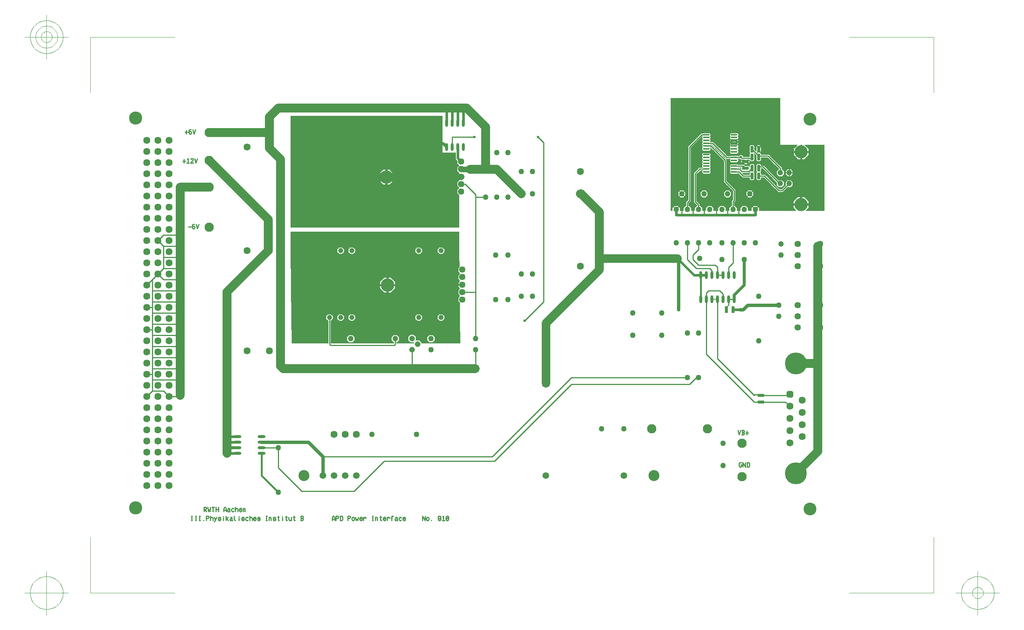
<source format=gbr>
G04 Generated by Ultiboard *
%FSLAX25Y25*%
%MOIN*%

%ADD10C,0.02358*%
%ADD11C,0.02448*%
%ADD12C,0.00004*%
%ADD13C,0.01000*%
%ADD14C,0.07874*%
%ADD15C,0.07800*%
%ADD16C,0.02853*%
%ADD17C,0.01784*%
%ADD18C,0.02594*%
%ADD19C,0.03022*%
%ADD20C,0.02334*%
%ADD21C,0.02446*%
%ADD22C,0.02720*%
%ADD23C,0.05686*%
%ADD24C,0.05114*%
%ADD25C,0.01574*%
%ADD26C,0.00787*%
%ADD27C,0.02693*%
%ADD28C,0.00394*%
%ADD29C,0.02362*%
%ADD30C,0.06334*%
%ADD31C,0.11834*%
%ADD32C,0.08334*%
%ADD33C,0.05000*%
%ADD34C,0.05906*%
%ADD35C,0.09843*%
%ADD36C,0.05166*%
%ADD37C,0.12030*%
%ADD38C,0.05731*%
%ADD39C,0.04550*%
%ADD40O,0.07000X0.02400*%
%ADD41O,0.02400X0.07000*%
%ADD42R,0.02667X0.02667*%
%ADD43C,0.03333*%
%ADD44C,0.19666*%
%ADD45C,0.11500*%
%ADD46R,0.04168X0.01084*%
%ADD47C,0.01666*%
%ADD48R,0.01084X0.04168*%
%ADD49C,0.04943*%
%ADD50C,0.11811*%
%ADD51O,0.05834X0.01500*%


%LNCopper Top*%
%LPD*%
%FSLAX25Y25*%
%MOIN*%
G54D10*
X496000Y285000D02*
X567000Y285000D01*
X102333Y86000D02*
X93000Y86000D01*
X93000Y71000D02*
X102333Y71000D01*
X102333Y81000D02*
X93000Y81000D01*
X300000Y367667D02*
X300000Y377000D01*
X295000Y367667D02*
X295000Y375000D01*
X496000Y290000D02*
X496000Y285000D01*
X567000Y285000D02*
X567000Y290000D01*
G54D11*
X498000Y245000D02*
X512000Y231000D01*
X300000Y346000D02*
X300000Y335772D01*
X300000Y335772D02*
X303000Y332772D01*
X512000Y231000D02*
X523000Y231000D01*
X553000Y200000D02*
X547000Y200000D01*
G54D12*
X522466Y358652D02*
X520149Y358652D01*
X520149Y358652D02*
X519786Y358289D01*
X519786Y358289D02*
X518466Y358289D01*
X518466Y358289D02*
X506711Y346534D01*
X506711Y346534D02*
X491000Y346534D01*
X491000Y346534D02*
X491000Y390000D01*
X491000Y390000D02*
X522466Y390000D01*
X522466Y390000D02*
X522466Y358652D01*
G36*
X520149Y390000D02*
X522466Y390000D01*
X522466Y358652D01*
X520149Y358652D01*
X520149Y390000D01*
G37*
X520149Y390000D02*
X522466Y390000D01*
X522466Y390000D02*
X522466Y358652D01*
X522466Y358652D02*
X520149Y358652D01*
X520149Y358652D02*
X520149Y390000D01*
G36*
X518466Y390000D02*
X518466Y358289D01*
X506711Y346534D01*
X491000Y346534D01*
X491000Y390000D01*
X518466Y390000D01*
G37*
X518466Y390000D02*
X518466Y358289D01*
X518466Y358289D02*
X506711Y346534D01*
X506711Y346534D02*
X491000Y346534D01*
X491000Y346534D02*
X491000Y390000D01*
X491000Y390000D02*
X518466Y390000D01*
G36*
X518466Y390000D02*
X520149Y390000D01*
X520149Y358652D01*
X519786Y358289D01*
X518466Y358289D01*
X518466Y390000D01*
G37*
X518466Y390000D02*
X520149Y390000D01*
X520149Y390000D02*
X520149Y358652D01*
X520149Y358652D02*
X519786Y358289D01*
X519786Y358289D02*
X518466Y358289D01*
X518466Y358289D02*
X518466Y390000D01*
X506711Y341667D02*
X506711Y339500D01*
X506711Y339500D02*
X491000Y339500D01*
X491000Y339500D02*
X491000Y341667D01*
X491000Y341667D02*
X506711Y341667D01*
G36*
X506711Y341667D02*
X506711Y339500D01*
X491000Y339500D01*
X491000Y341667D01*
X506711Y341667D01*
G37*
X506711Y341667D02*
X506711Y339500D01*
X506711Y339500D02*
X491000Y339500D01*
X491000Y339500D02*
X491000Y341667D01*
X491000Y341667D02*
X506711Y341667D01*
X506711Y341667D02*
X491000Y341667D01*
X491000Y341667D02*
X491000Y346534D01*
X491000Y346534D02*
X506711Y346534D01*
X506711Y346534D02*
X506711Y341667D01*
G36*
X506711Y341667D02*
X491000Y341667D01*
X491000Y346534D01*
X506711Y346534D01*
X506711Y341667D01*
G37*
X506711Y341667D02*
X491000Y341667D01*
X491000Y341667D02*
X491000Y346534D01*
X491000Y346534D02*
X506711Y346534D01*
X506711Y346534D02*
X506711Y341667D01*
X501000Y304482D02*
X503085Y306567D01*
X503085Y306567D02*
X502362Y307289D01*
X502362Y307289D02*
X501000Y307289D01*
X501000Y307289D02*
X501000Y339500D01*
X501000Y339500D02*
X506711Y339500D01*
X506711Y339500D02*
X506711Y304000D01*
X506711Y304000D02*
X504289Y304000D01*
X504289Y304000D02*
X504289Y305363D01*
X504289Y305363D02*
X503567Y306085D01*
X503567Y306085D02*
X501482Y304000D01*
X501482Y304000D02*
X501000Y304000D01*
X501000Y304000D02*
X501000Y304482D01*
G36*
X502362Y339500D02*
X502362Y307289D01*
X501000Y307289D01*
X501000Y339500D01*
X502362Y339500D01*
G37*
X502362Y339500D02*
X502362Y307289D01*
X502362Y307289D02*
X501000Y307289D01*
X501000Y307289D02*
X501000Y339500D01*
X501000Y339500D02*
X502362Y339500D01*
G36*
X502362Y339500D02*
X506711Y339500D01*
X506711Y306567D01*
X503085Y306567D01*
X502362Y307289D01*
X502362Y339500D01*
G37*
X502362Y339500D02*
X506711Y339500D01*
X506711Y339500D02*
X506711Y306567D01*
X506711Y306567D02*
X503085Y306567D01*
X503085Y306567D02*
X502362Y307289D01*
X502362Y307289D02*
X502362Y339500D01*
G36*
X504289Y306567D02*
X506711Y306567D01*
X506711Y304000D01*
X504289Y304000D01*
X504289Y306567D01*
G37*
X504289Y306567D02*
X506711Y306567D01*
X506711Y306567D02*
X506711Y304000D01*
X506711Y304000D02*
X504289Y304000D01*
X504289Y304000D02*
X504289Y306567D01*
G36*
X503567Y306567D02*
X503567Y306085D01*
X501482Y304000D01*
X501000Y304000D01*
X501000Y304482D01*
X503085Y306567D01*
X503567Y306567D01*
G37*
X503567Y306567D02*
X503567Y306085D01*
X503567Y306085D02*
X501482Y304000D01*
X501482Y304000D02*
X501000Y304000D01*
X501000Y304000D02*
X501000Y304482D01*
X501000Y304482D02*
X503085Y306567D01*
X503085Y306567D02*
X503567Y306567D01*
G36*
X503567Y306567D02*
X504289Y306567D01*
X504289Y305363D01*
X503567Y306085D01*
X503567Y306567D01*
G37*
X503567Y306567D02*
X504289Y306567D01*
X504289Y306567D02*
X504289Y305363D01*
X504289Y305363D02*
X503567Y306085D01*
X503567Y306085D02*
X503567Y306567D01*
X501000Y300711D02*
X502362Y300711D01*
X502362Y300711D02*
X503085Y301433D01*
X503085Y301433D02*
X501000Y303518D01*
X501000Y303518D02*
X501000Y304000D01*
X501000Y304000D02*
X501482Y304000D01*
X501482Y304000D02*
X503567Y301915D01*
X503567Y301915D02*
X504289Y302638D01*
X504289Y302638D02*
X504289Y304000D01*
X504289Y304000D02*
X506711Y304000D01*
X506711Y304000D02*
X506711Y298534D01*
X506711Y298534D02*
X504711Y296534D01*
X504711Y296534D02*
X504711Y293402D01*
X504711Y293402D02*
X504591Y293402D01*
X504591Y293402D02*
X502598Y291409D01*
X502598Y291409D02*
X502598Y289000D01*
X502598Y289000D02*
X501000Y289000D01*
X501000Y289000D02*
X501000Y300711D01*
G36*
X502362Y289000D02*
X501000Y289000D01*
X501000Y300711D01*
X502362Y300711D01*
X502362Y289000D01*
G37*
X502362Y289000D02*
X501000Y289000D01*
X501000Y289000D02*
X501000Y300711D01*
X501000Y300711D02*
X502362Y300711D01*
X502362Y300711D02*
X502362Y289000D01*
G36*
X503567Y301433D02*
X503085Y301433D01*
X501000Y303518D01*
X501000Y304000D01*
X501482Y304000D01*
X503567Y301915D01*
X503567Y301433D01*
G37*
X503567Y301433D02*
X503085Y301433D01*
X503085Y301433D02*
X501000Y303518D01*
X501000Y303518D02*
X501000Y304000D01*
X501000Y304000D02*
X501482Y304000D01*
X501482Y304000D02*
X503567Y301915D01*
X503567Y301915D02*
X503567Y301433D01*
G36*
X502362Y296534D02*
X502362Y300711D01*
X503085Y301433D01*
X506711Y301433D01*
X506711Y298534D01*
X504711Y296534D01*
X502362Y296534D01*
G37*
X502362Y296534D02*
X502362Y300711D01*
X502362Y300711D02*
X503085Y301433D01*
X503085Y301433D02*
X506711Y301433D01*
X506711Y301433D02*
X506711Y298534D01*
X506711Y298534D02*
X504711Y296534D01*
X504711Y296534D02*
X502362Y296534D01*
G36*
X506711Y302638D02*
X504289Y302638D01*
X504289Y304000D01*
X506711Y304000D01*
X506711Y302638D01*
G37*
X506711Y302638D02*
X504289Y302638D01*
X504289Y302638D02*
X504289Y304000D01*
X504289Y304000D02*
X506711Y304000D01*
X506711Y304000D02*
X506711Y302638D01*
G36*
X506711Y302638D02*
X506711Y301433D01*
X503567Y301433D01*
X503567Y301915D01*
X504289Y302638D01*
X506711Y302638D01*
G37*
X506711Y302638D02*
X506711Y301433D01*
X506711Y301433D02*
X503567Y301433D01*
X503567Y301433D02*
X503567Y301915D01*
X503567Y301915D02*
X504289Y302638D01*
X504289Y302638D02*
X506711Y302638D01*
G36*
X504591Y296534D02*
X504711Y296534D01*
X504711Y293402D01*
X504591Y293402D01*
X504591Y296534D01*
G37*
X504591Y296534D02*
X504711Y296534D01*
X504711Y296534D02*
X504711Y293402D01*
X504711Y293402D02*
X504591Y293402D01*
X504591Y293402D02*
X504591Y296534D01*
G36*
X502362Y291409D02*
X502598Y291409D01*
X502598Y289000D01*
X502362Y289000D01*
X502362Y291409D01*
G37*
X502362Y291409D02*
X502598Y291409D01*
X502598Y291409D02*
X502598Y289000D01*
X502598Y289000D02*
X502362Y289000D01*
X502362Y289000D02*
X502362Y291409D01*
G36*
X502362Y291409D02*
X502362Y296534D01*
X504591Y296534D01*
X504591Y293402D01*
X502598Y291409D01*
X502362Y291409D01*
G37*
X502362Y291409D02*
X502362Y296534D01*
X502362Y296534D02*
X504591Y296534D01*
X504591Y296534D02*
X504591Y293402D01*
X504591Y293402D02*
X502598Y291409D01*
X502598Y291409D02*
X502362Y291409D01*
X496000Y293402D02*
X494591Y293402D01*
X494591Y293402D02*
X493844Y292655D01*
X493844Y292655D02*
X496000Y290498D01*
X496000Y290498D02*
X496000Y289502D01*
X496000Y289502D02*
X495498Y289000D01*
X495498Y289000D02*
X494502Y289000D01*
X494502Y289000D02*
X495502Y290000D01*
X495502Y290000D02*
X493345Y292156D01*
X493345Y292156D02*
X492598Y291409D01*
X492598Y291409D02*
X492598Y289000D01*
X492598Y289000D02*
X491000Y289000D01*
X491000Y289000D02*
X491000Y339500D01*
X491000Y339500D02*
X496000Y339500D01*
X496000Y339500D02*
X496000Y293402D01*
G36*
X494591Y339500D02*
X496000Y339500D01*
X496000Y293402D01*
X494591Y293402D01*
X494591Y339500D01*
G37*
X494591Y339500D02*
X496000Y339500D01*
X496000Y339500D02*
X496000Y293402D01*
X496000Y293402D02*
X494591Y293402D01*
X494591Y293402D02*
X494591Y339500D01*
G36*
X491000Y292655D02*
X491000Y339500D01*
X494591Y339500D01*
X494591Y293402D01*
X493844Y292655D01*
X491000Y292655D01*
G37*
X491000Y292655D02*
X491000Y339500D01*
X491000Y339500D02*
X494591Y339500D01*
X494591Y339500D02*
X494591Y293402D01*
X494591Y293402D02*
X493844Y292655D01*
X493844Y292655D02*
X491000Y292655D01*
G36*
X496000Y290000D02*
X496000Y289502D01*
X495498Y289000D01*
X494502Y289000D01*
X495502Y290000D01*
X496000Y290000D01*
G37*
X496000Y290000D02*
X496000Y289502D01*
X496000Y289502D02*
X495498Y289000D01*
X495498Y289000D02*
X494502Y289000D01*
X494502Y289000D02*
X495502Y290000D01*
X495502Y290000D02*
X496000Y290000D01*
G36*
X493345Y292655D02*
X493844Y292655D01*
X496000Y290498D01*
X496000Y290000D01*
X495502Y290000D01*
X493345Y292156D01*
X493345Y292655D01*
G37*
X493345Y292655D02*
X493844Y292655D01*
X493844Y292655D02*
X496000Y290498D01*
X496000Y290498D02*
X496000Y290000D01*
X496000Y290000D02*
X495502Y290000D01*
X495502Y290000D02*
X493345Y292156D01*
X493345Y292156D02*
X493345Y292655D01*
G36*
X491000Y291409D02*
X492598Y291409D01*
X492598Y289000D01*
X491000Y289000D01*
X491000Y291409D01*
G37*
X491000Y291409D02*
X492598Y291409D01*
X492598Y291409D02*
X492598Y289000D01*
X492598Y289000D02*
X491000Y289000D01*
X491000Y289000D02*
X491000Y291409D01*
G36*
X491000Y291409D02*
X491000Y292655D01*
X493345Y292655D01*
X493345Y292156D01*
X492598Y291409D01*
X491000Y291409D01*
G37*
X491000Y291409D02*
X491000Y292655D01*
X491000Y292655D02*
X493345Y292655D01*
X493345Y292655D02*
X493345Y292156D01*
X493345Y292156D02*
X492598Y291409D01*
X492598Y291409D02*
X491000Y291409D01*
X501000Y307289D02*
X499637Y307289D01*
X499637Y307289D02*
X498915Y306567D01*
X498915Y306567D02*
X501000Y304482D01*
X501000Y304482D02*
X501000Y304000D01*
X501000Y304000D02*
X500518Y304000D01*
X500518Y304000D02*
X498433Y306085D01*
X498433Y306085D02*
X497711Y305363D01*
X497711Y305363D02*
X497711Y304000D01*
X497711Y304000D02*
X496000Y304000D01*
X496000Y304000D02*
X496000Y339500D01*
X496000Y339500D02*
X501000Y339500D01*
X501000Y339500D02*
X501000Y307289D01*
G36*
X499637Y339500D02*
X501000Y339500D01*
X501000Y307289D01*
X499637Y307289D01*
X499637Y339500D01*
G37*
X499637Y339500D02*
X501000Y339500D01*
X501000Y339500D02*
X501000Y307289D01*
X501000Y307289D02*
X499637Y307289D01*
X499637Y307289D02*
X499637Y339500D01*
G36*
X496000Y306567D02*
X496000Y339500D01*
X499637Y339500D01*
X499637Y307289D01*
X498915Y306567D01*
X496000Y306567D01*
G37*
X496000Y306567D02*
X496000Y339500D01*
X496000Y339500D02*
X499637Y339500D01*
X499637Y339500D02*
X499637Y307289D01*
X499637Y307289D02*
X498915Y306567D01*
X498915Y306567D02*
X496000Y306567D01*
G36*
X498433Y306567D02*
X498915Y306567D01*
X501000Y304482D01*
X501000Y304000D01*
X500518Y304000D01*
X498433Y306085D01*
X498433Y306567D01*
G37*
X498433Y306567D02*
X498915Y306567D01*
X498915Y306567D02*
X501000Y304482D01*
X501000Y304482D02*
X501000Y304000D01*
X501000Y304000D02*
X500518Y304000D01*
X500518Y304000D02*
X498433Y306085D01*
X498433Y306085D02*
X498433Y306567D01*
G36*
X496000Y305363D02*
X497711Y305363D01*
X497711Y304000D01*
X496000Y304000D01*
X496000Y305363D01*
G37*
X496000Y305363D02*
X497711Y305363D01*
X497711Y305363D02*
X497711Y304000D01*
X497711Y304000D02*
X496000Y304000D01*
X496000Y304000D02*
X496000Y305363D01*
G36*
X496000Y305363D02*
X496000Y306567D01*
X498433Y306567D01*
X498433Y306085D01*
X497711Y305363D01*
X496000Y305363D01*
G37*
X496000Y305363D02*
X496000Y306567D01*
X496000Y306567D02*
X498433Y306567D01*
X498433Y306567D02*
X498433Y306085D01*
X498433Y306085D02*
X497711Y305363D01*
X497711Y305363D02*
X496000Y305363D01*
X497711Y304000D02*
X497711Y302638D01*
X497711Y302638D02*
X498433Y301915D01*
X498433Y301915D02*
X500518Y304000D01*
X500518Y304000D02*
X501000Y304000D01*
X501000Y304000D02*
X501000Y303518D01*
X501000Y303518D02*
X498915Y301433D01*
X498915Y301433D02*
X499637Y300711D01*
X499637Y300711D02*
X501000Y300711D01*
X501000Y300711D02*
X501000Y289000D01*
X501000Y289000D02*
X499402Y289000D01*
X499402Y289000D02*
X499402Y291409D01*
X499402Y291409D02*
X498655Y292156D01*
X498655Y292156D02*
X496498Y290000D01*
X496498Y290000D02*
X497498Y289000D01*
X497498Y289000D02*
X496502Y289000D01*
X496502Y289000D02*
X496000Y289502D01*
X496000Y289502D02*
X496000Y290498D01*
X496000Y290498D02*
X498156Y292655D01*
X498156Y292655D02*
X497409Y293402D01*
X497409Y293402D02*
X496000Y293402D01*
X496000Y293402D02*
X496000Y304000D01*
X496000Y304000D02*
X497711Y304000D01*
G36*
X496000Y290000D02*
X496498Y290000D01*
X497498Y289000D01*
X496502Y289000D01*
X496000Y289502D01*
X496000Y290000D01*
G37*
X496000Y290000D02*
X496498Y290000D01*
X496498Y290000D02*
X497498Y289000D01*
X497498Y289000D02*
X496502Y289000D01*
X496502Y289000D02*
X496000Y289502D01*
X496000Y289502D02*
X496000Y290000D01*
G36*
X496000Y290000D02*
X496000Y290498D01*
X497711Y292209D01*
X497711Y291212D01*
X496498Y290000D01*
X496000Y290000D01*
G37*
X496000Y290000D02*
X496000Y290498D01*
X496000Y290498D02*
X497711Y292209D01*
X497711Y292209D02*
X497711Y291212D01*
X497711Y291212D02*
X496498Y290000D01*
X496498Y290000D02*
X496000Y290000D01*
G36*
X497409Y304000D02*
X497409Y293402D01*
X496000Y293402D01*
X496000Y304000D01*
X497409Y304000D01*
G37*
X497409Y304000D02*
X497409Y293402D01*
X497409Y293402D02*
X496000Y293402D01*
X496000Y293402D02*
X496000Y304000D01*
X496000Y304000D02*
X497409Y304000D01*
G36*
X497409Y304000D02*
X497711Y304000D01*
X497711Y293100D01*
X497409Y293402D01*
X497409Y304000D01*
G37*
X497409Y304000D02*
X497711Y304000D01*
X497711Y304000D02*
X497711Y293100D01*
X497711Y293100D02*
X497409Y293402D01*
X497409Y293402D02*
X497409Y304000D01*
G36*
X498433Y292655D02*
X498156Y292655D01*
X497711Y293100D01*
X497711Y302638D01*
X498433Y301915D01*
X498433Y292655D01*
G37*
X498433Y292655D02*
X498156Y292655D01*
X498156Y292655D02*
X497711Y293100D01*
X497711Y293100D02*
X497711Y302638D01*
X497711Y302638D02*
X498433Y301915D01*
X498433Y301915D02*
X498433Y292655D01*
G36*
X499402Y292655D02*
X501000Y292655D01*
X501000Y289000D01*
X499402Y289000D01*
X499402Y292655D01*
G37*
X499402Y292655D02*
X501000Y292655D01*
X501000Y292655D02*
X501000Y289000D01*
X501000Y289000D02*
X499402Y289000D01*
X499402Y289000D02*
X499402Y292655D01*
G36*
X498433Y301433D02*
X498433Y301915D01*
X500518Y304000D01*
X501000Y304000D01*
X501000Y303518D01*
X498915Y301433D01*
X498433Y301433D01*
G37*
X498433Y301433D02*
X498433Y301915D01*
X498433Y301915D02*
X500518Y304000D01*
X500518Y304000D02*
X501000Y304000D01*
X501000Y304000D02*
X501000Y303518D01*
X501000Y303518D02*
X498915Y301433D01*
X498915Y301433D02*
X498433Y301433D01*
G36*
X498655Y292655D02*
X498655Y292156D01*
X497711Y291212D01*
X497711Y292209D01*
X498156Y292655D01*
X498655Y292655D01*
G37*
X498655Y292655D02*
X498655Y292156D01*
X498655Y292156D02*
X497711Y291212D01*
X497711Y291212D02*
X497711Y292209D01*
X497711Y292209D02*
X498156Y292655D01*
X498156Y292655D02*
X498655Y292655D01*
G36*
X498655Y292655D02*
X499402Y292655D01*
X499402Y291409D01*
X498655Y292156D01*
X498655Y292655D01*
G37*
X498655Y292655D02*
X499402Y292655D01*
X499402Y292655D02*
X499402Y291409D01*
X499402Y291409D02*
X498655Y292156D01*
X498655Y292156D02*
X498655Y292655D01*
G36*
X499637Y292655D02*
X499637Y300711D01*
X501000Y300711D01*
X501000Y292655D01*
X499637Y292655D01*
G37*
X499637Y292655D02*
X499637Y300711D01*
X499637Y300711D02*
X501000Y300711D01*
X501000Y300711D02*
X501000Y292655D01*
X501000Y292655D02*
X499637Y292655D01*
G36*
X499637Y292655D02*
X498433Y292655D01*
X498433Y301433D01*
X498915Y301433D01*
X499637Y300711D01*
X499637Y292655D01*
G37*
X499637Y292655D02*
X498433Y292655D01*
X498433Y292655D02*
X498433Y301433D01*
X498433Y301433D02*
X498915Y301433D01*
X498915Y301433D02*
X499637Y300711D01*
X499637Y300711D02*
X499637Y292655D01*
X526771Y356267D02*
X526819Y356316D01*
X526819Y356316D02*
X526819Y357684D01*
X526819Y357684D02*
X526771Y357733D01*
X526771Y357733D02*
X526771Y390000D01*
X526771Y390000D02*
X536737Y390000D01*
X536737Y390000D02*
X536737Y343087D01*
X536737Y343087D02*
X529201Y350623D01*
X529201Y350623D02*
X528133Y350623D01*
X528133Y350623D02*
X528133Y350623D01*
X528133Y350623D02*
X526771Y350623D01*
X526771Y350623D02*
X526771Y351184D01*
X526771Y351184D02*
X526819Y351232D01*
X526819Y351232D02*
X526819Y352601D01*
X526819Y352601D02*
X526771Y352649D01*
X526771Y352649D02*
X526771Y353684D01*
X526771Y353684D02*
X526819Y353732D01*
X526819Y353732D02*
X526819Y355101D01*
X526819Y355101D02*
X526771Y355149D01*
X526771Y355149D02*
X526771Y356267D01*
G36*
X526819Y390000D02*
X526819Y357684D01*
X526771Y357733D01*
X526771Y390000D01*
X526819Y390000D01*
G37*
X526819Y390000D02*
X526819Y357684D01*
X526819Y357684D02*
X526771Y357733D01*
X526771Y357733D02*
X526771Y390000D01*
X526771Y390000D02*
X526819Y390000D01*
G36*
X526819Y390000D02*
X536737Y390000D01*
X536737Y356316D01*
X526819Y356316D01*
X526819Y390000D01*
G37*
X526819Y390000D02*
X536737Y390000D01*
X536737Y390000D02*
X536737Y356316D01*
X536737Y356316D02*
X526819Y356316D01*
X526819Y356316D02*
X526819Y390000D01*
G36*
X529201Y356316D02*
X536737Y356316D01*
X536737Y343087D01*
X529201Y350623D01*
X529201Y356316D01*
G37*
X529201Y356316D02*
X536737Y356316D01*
X536737Y356316D02*
X536737Y343087D01*
X536737Y343087D02*
X529201Y350623D01*
X529201Y350623D02*
X529201Y356316D01*
G36*
X528133Y356316D02*
X529201Y356316D01*
X529201Y350623D01*
X528133Y350623D01*
X528133Y356316D01*
G37*
X528133Y356316D02*
X529201Y356316D01*
X529201Y356316D02*
X529201Y350623D01*
X529201Y350623D02*
X528133Y350623D01*
X528133Y350623D02*
X528133Y356316D01*
G36*
X528133Y351232D02*
X528133Y350623D01*
X528133Y350623D01*
X526771Y350623D01*
X526771Y351184D01*
X526819Y351232D01*
X528133Y351232D01*
G37*
X528133Y351232D02*
X528133Y350623D01*
X528133Y350623D02*
X528133Y350623D01*
X528133Y350623D02*
X526771Y350623D01*
X526771Y350623D02*
X526771Y351184D01*
X526771Y351184D02*
X526819Y351232D01*
X526819Y351232D02*
X528133Y351232D01*
G36*
X526819Y352601D02*
X526771Y352649D01*
X526771Y353684D01*
X526819Y353732D01*
X526819Y352601D01*
G37*
X526819Y352601D02*
X526771Y352649D01*
X526771Y352649D02*
X526771Y353684D01*
X526771Y353684D02*
X526819Y353732D01*
X526819Y353732D02*
X526819Y352601D01*
G36*
X526819Y355101D02*
X526771Y355149D01*
X526771Y356267D01*
X526819Y356316D01*
X526819Y355101D01*
G37*
X526819Y355101D02*
X526771Y355149D01*
X526771Y355149D02*
X526771Y356267D01*
X526771Y356267D02*
X526819Y356316D01*
X526819Y356316D02*
X526819Y355101D01*
G36*
X526819Y356316D02*
X528133Y356316D01*
X528133Y351232D01*
X526819Y351232D01*
X526819Y356316D01*
G37*
X526819Y356316D02*
X528133Y356316D01*
X528133Y356316D02*
X528133Y351232D01*
X528133Y351232D02*
X526819Y351232D01*
X526819Y351232D02*
X526819Y356316D01*
X526771Y357733D02*
X525851Y358652D01*
X525851Y358652D02*
X522466Y358652D01*
X522466Y358652D02*
X522466Y390000D01*
X522466Y390000D02*
X526771Y390000D01*
X526771Y390000D02*
X526771Y357733D01*
G36*
X525851Y390000D02*
X525851Y358652D01*
X522466Y358652D01*
X522466Y390000D01*
X525851Y390000D01*
G37*
X525851Y390000D02*
X525851Y358652D01*
X525851Y358652D02*
X522466Y358652D01*
X522466Y358652D02*
X522466Y390000D01*
X522466Y390000D02*
X525851Y390000D01*
G36*
X525851Y390000D02*
X526771Y390000D01*
X526771Y357733D01*
X525851Y358652D01*
X525851Y390000D01*
G37*
X525851Y390000D02*
X526771Y390000D01*
X526771Y390000D02*
X526771Y357733D01*
X526771Y357733D02*
X525851Y358652D01*
X525851Y358652D02*
X525851Y390000D01*
X547833Y358652D02*
X544982Y358652D01*
X544982Y358652D02*
X544014Y357684D01*
X544014Y357684D02*
X544014Y356316D01*
X544014Y356316D02*
X544622Y355708D01*
X544622Y355708D02*
X544014Y355101D01*
X544014Y355101D02*
X544014Y353732D01*
X544014Y353732D02*
X544982Y352765D01*
X544982Y352765D02*
X547833Y352765D01*
X547833Y352765D02*
X547833Y351917D01*
X547833Y351917D02*
X546962Y351917D01*
X546962Y351917D02*
X544063Y352649D01*
X544063Y352649D02*
X544014Y352601D01*
X544014Y352601D02*
X544014Y351917D01*
X544014Y351917D02*
X536737Y351917D01*
X536737Y351917D02*
X536737Y390000D01*
X536737Y390000D02*
X547833Y390000D01*
X547833Y390000D02*
X547833Y358652D01*
G36*
X544982Y390000D02*
X547833Y390000D01*
X547833Y358652D01*
X544982Y358652D01*
X544982Y390000D01*
G37*
X544982Y390000D02*
X547833Y390000D01*
X547833Y390000D02*
X547833Y358652D01*
X547833Y358652D02*
X544982Y358652D01*
X544982Y358652D02*
X544982Y390000D01*
G36*
X536737Y357684D02*
X536737Y390000D01*
X544982Y390000D01*
X544982Y358652D01*
X544014Y357684D01*
X536737Y357684D01*
G37*
X536737Y357684D02*
X536737Y390000D01*
X536737Y390000D02*
X544982Y390000D01*
X544982Y390000D02*
X544982Y358652D01*
X544982Y358652D02*
X544014Y357684D01*
X544014Y357684D02*
X536737Y357684D01*
G36*
X544014Y356316D02*
X544622Y355708D01*
X544014Y355101D01*
X544014Y356316D01*
G37*
X544014Y356316D02*
X544622Y355708D01*
X544622Y355708D02*
X544014Y355101D01*
X544014Y355101D02*
X544014Y356316D01*
G36*
X544014Y351917D02*
X536737Y351917D01*
X536737Y357684D01*
X544014Y357684D01*
X544014Y351917D01*
G37*
X544014Y351917D02*
X536737Y351917D01*
X536737Y351917D02*
X536737Y357684D01*
X536737Y357684D02*
X544014Y357684D01*
X544014Y357684D02*
X544014Y351917D01*
G36*
X544982Y352417D02*
X544982Y352765D01*
X547833Y352765D01*
X547833Y351917D01*
X546962Y351917D01*
X544982Y352417D01*
G37*
X544982Y352417D02*
X544982Y352765D01*
X544982Y352765D02*
X547833Y352765D01*
X547833Y352765D02*
X547833Y351917D01*
X547833Y351917D02*
X546962Y351917D01*
X546962Y351917D02*
X544982Y352417D01*
G36*
X544063Y353684D02*
X544063Y352649D01*
X544014Y352601D01*
X544014Y353732D01*
X544063Y353684D01*
G37*
X544063Y353684D02*
X544063Y352649D01*
X544063Y352649D02*
X544014Y352601D01*
X544014Y352601D02*
X544014Y353732D01*
X544014Y353732D02*
X544063Y353684D01*
G36*
X544063Y353684D02*
X544982Y352765D01*
X544982Y352417D01*
X544063Y352649D01*
X544063Y353684D01*
G37*
X544063Y353684D02*
X544982Y352765D01*
X544982Y352765D02*
X544982Y352417D01*
X544982Y352417D02*
X544063Y352649D01*
X544063Y352649D02*
X544063Y353684D01*
X551045Y355708D02*
X551652Y356316D01*
X551652Y356316D02*
X551652Y357684D01*
X551652Y357684D02*
X550685Y358652D01*
X550685Y358652D02*
X547833Y358652D01*
X547833Y358652D02*
X547833Y390000D01*
X547833Y390000D02*
X583263Y390000D01*
X583263Y390000D02*
X583263Y351917D01*
X583263Y351917D02*
X551652Y351917D01*
X551652Y351917D02*
X551652Y352601D01*
X551652Y352601D02*
X551604Y352649D01*
X551604Y352649D02*
X548704Y351917D01*
X548704Y351917D02*
X547833Y351917D01*
X547833Y351917D02*
X547833Y352765D01*
X547833Y352765D02*
X550685Y352765D01*
X550685Y352765D02*
X551652Y353732D01*
X551652Y353732D02*
X551652Y355101D01*
X551652Y355101D02*
X551045Y355708D01*
G36*
X551652Y390000D02*
X583263Y390000D01*
X583263Y356316D01*
X551652Y356316D01*
X551652Y390000D01*
G37*
X551652Y390000D02*
X583263Y390000D01*
X583263Y390000D02*
X583263Y356316D01*
X583263Y356316D02*
X551652Y356316D01*
X551652Y356316D02*
X551652Y390000D01*
G36*
X551652Y355101D02*
X551045Y355708D01*
X551652Y356316D01*
X551652Y355101D01*
G37*
X551652Y355101D02*
X551045Y355708D01*
X551045Y355708D02*
X551652Y356316D01*
X551652Y356316D02*
X551652Y355101D01*
G36*
X551652Y356316D02*
X583263Y356316D01*
X583263Y351917D01*
X551652Y351917D01*
X551652Y356316D01*
G37*
X551652Y356316D02*
X583263Y356316D01*
X583263Y356316D02*
X583263Y351917D01*
X583263Y351917D02*
X551652Y351917D01*
X551652Y351917D02*
X551652Y356316D01*
G36*
X550685Y390000D02*
X550685Y358652D01*
X547833Y358652D01*
X547833Y390000D01*
X550685Y390000D01*
G37*
X550685Y390000D02*
X550685Y358652D01*
X550685Y358652D02*
X547833Y358652D01*
X547833Y358652D02*
X547833Y390000D01*
X547833Y390000D02*
X550685Y390000D01*
G36*
X550685Y390000D02*
X551652Y390000D01*
X551652Y357684D01*
X550685Y358652D01*
X550685Y390000D01*
G37*
X550685Y390000D02*
X551652Y390000D01*
X551652Y390000D02*
X551652Y357684D01*
X551652Y357684D02*
X550685Y358652D01*
X550685Y358652D02*
X550685Y390000D01*
G36*
X551604Y353684D02*
X551652Y353732D01*
X551652Y352601D01*
X551604Y352649D01*
X551604Y353684D01*
G37*
X551604Y353684D02*
X551652Y353732D01*
X551652Y353732D02*
X551652Y352601D01*
X551652Y352601D02*
X551604Y352649D01*
X551604Y352649D02*
X551604Y353684D01*
G36*
X550685Y352417D02*
X550685Y352765D01*
X551604Y353684D01*
X551604Y352649D01*
X550685Y352417D01*
G37*
X550685Y352417D02*
X550685Y352765D01*
X550685Y352765D02*
X551604Y353684D01*
X551604Y353684D02*
X551604Y352649D01*
X551604Y352649D02*
X550685Y352417D01*
G36*
X550685Y352417D02*
X548704Y351917D01*
X547833Y351917D01*
X547833Y352765D01*
X550685Y352765D01*
X550685Y352417D01*
G37*
X550685Y352417D02*
X548704Y351917D01*
X548704Y351917D02*
X547833Y351917D01*
X547833Y351917D02*
X547833Y352765D01*
X547833Y352765D02*
X550685Y352765D01*
X550685Y352765D02*
X550685Y352417D01*
X608693Y348000D02*
X608693Y342315D01*
X608693Y342315D02*
X614695Y342315D01*
X614695Y342315D02*
X614695Y344395D01*
X614695Y344395D02*
X611090Y348000D01*
X611090Y348000D02*
X628919Y348000D01*
X628919Y348000D02*
X628919Y339500D01*
X628919Y339500D02*
X614695Y339500D01*
X614695Y339500D02*
X614695Y340929D01*
X614695Y340929D02*
X608693Y340929D01*
X608693Y340929D02*
X608693Y339500D01*
X608693Y339500D02*
X607307Y339500D01*
X607307Y339500D02*
X607307Y340929D01*
X607307Y340929D02*
X601305Y340929D01*
X601305Y340929D02*
X601305Y339500D01*
X601305Y339500D02*
X583263Y339500D01*
X583263Y339500D02*
X583263Y390000D01*
X583263Y390000D02*
X589000Y390000D01*
X589000Y390000D02*
X589000Y348000D01*
X589000Y348000D02*
X604910Y348000D01*
X604910Y348000D02*
X601305Y344395D01*
X601305Y344395D02*
X601305Y342315D01*
X601305Y342315D02*
X607307Y342315D01*
X607307Y342315D02*
X607307Y348000D01*
X607307Y348000D02*
X608693Y348000D01*
G36*
X607307Y348000D02*
X608693Y348000D01*
X608693Y339500D01*
X607307Y339500D01*
X607307Y348000D01*
G37*
X607307Y348000D02*
X608693Y348000D01*
X608693Y348000D02*
X608693Y339500D01*
X608693Y339500D02*
X607307Y339500D01*
X607307Y339500D02*
X607307Y348000D01*
G36*
X614695Y348000D02*
X614695Y344395D01*
X611090Y348000D01*
X614695Y348000D01*
G37*
X614695Y348000D02*
X614695Y344395D01*
X614695Y344395D02*
X611090Y348000D01*
X611090Y348000D02*
X614695Y348000D01*
G36*
X614695Y348000D02*
X628919Y348000D01*
X628919Y342315D01*
X614695Y342315D01*
X614695Y348000D01*
G37*
X614695Y348000D02*
X628919Y348000D01*
X628919Y348000D02*
X628919Y342315D01*
X628919Y342315D02*
X614695Y342315D01*
X614695Y342315D02*
X614695Y348000D01*
G36*
X614695Y342315D02*
X614695Y340929D01*
X608693Y340929D01*
X608693Y342315D01*
X614695Y342315D01*
G37*
X614695Y342315D02*
X614695Y340929D01*
X614695Y340929D02*
X608693Y340929D01*
X608693Y340929D02*
X608693Y342315D01*
X608693Y342315D02*
X614695Y342315D01*
G36*
X614695Y342315D02*
X628919Y342315D01*
X628919Y339500D01*
X614695Y339500D01*
X614695Y342315D01*
G37*
X614695Y342315D02*
X628919Y342315D01*
X628919Y342315D02*
X628919Y339500D01*
X628919Y339500D02*
X614695Y339500D01*
X614695Y339500D02*
X614695Y342315D01*
G36*
X583263Y340929D02*
X601305Y340929D01*
X601305Y339500D01*
X583263Y339500D01*
X583263Y340929D01*
G37*
X583263Y340929D02*
X601305Y340929D01*
X601305Y340929D02*
X601305Y339500D01*
X601305Y339500D02*
X583263Y339500D01*
X583263Y339500D02*
X583263Y340929D01*
G36*
X589000Y340929D02*
X583263Y340929D01*
X583263Y390000D01*
X589000Y390000D01*
X589000Y340929D01*
G37*
X589000Y340929D02*
X583263Y340929D01*
X583263Y340929D02*
X583263Y390000D01*
X583263Y390000D02*
X589000Y390000D01*
X589000Y390000D02*
X589000Y340929D01*
G36*
X589000Y344395D02*
X589000Y348000D01*
X604910Y348000D01*
X601305Y344395D01*
X589000Y344395D01*
G37*
X589000Y344395D02*
X589000Y348000D01*
X589000Y348000D02*
X604910Y348000D01*
X604910Y348000D02*
X601305Y344395D01*
X601305Y344395D02*
X589000Y344395D01*
G36*
X601305Y340929D02*
X601305Y342315D01*
X607307Y342315D01*
X607307Y340929D01*
X601305Y340929D01*
G37*
X601305Y340929D02*
X601305Y342315D01*
X601305Y342315D02*
X607307Y342315D01*
X607307Y342315D02*
X607307Y340929D01*
X607307Y340929D02*
X601305Y340929D01*
G36*
X601305Y340929D02*
X589000Y340929D01*
X589000Y344395D01*
X601305Y344395D01*
X601305Y340929D01*
G37*
X601305Y340929D02*
X589000Y340929D01*
X589000Y340929D02*
X589000Y344395D01*
X589000Y344395D02*
X601305Y344395D01*
X601305Y344395D02*
X601305Y340929D01*
X548073Y350985D02*
X547833Y351046D01*
X547833Y351046D02*
X547833Y351917D01*
X547833Y351917D02*
X548704Y351917D01*
X548704Y351917D02*
X551604Y351184D01*
X551604Y351184D02*
X551652Y351232D01*
X551652Y351232D02*
X551652Y351917D01*
X551652Y351917D02*
X583263Y351917D01*
X583263Y351917D02*
X583263Y349333D01*
X583263Y349333D02*
X551652Y349333D01*
X551652Y349333D02*
X551652Y350018D01*
X551652Y350018D02*
X551604Y350066D01*
X551604Y350066D02*
X548704Y349333D01*
X548704Y349333D02*
X547833Y349333D01*
X547833Y349333D02*
X547833Y350204D01*
X547833Y350204D02*
X548073Y350265D01*
X548073Y350265D02*
X550685Y350265D01*
X550685Y350265D02*
X550733Y350313D01*
X550733Y350313D02*
X549498Y350625D01*
X549498Y350625D02*
X550733Y350937D01*
X550733Y350937D02*
X550685Y350985D01*
X550685Y350985D02*
X548073Y350985D01*
G36*
X583263Y351232D02*
X551652Y351232D01*
X551652Y351917D01*
X583263Y351917D01*
X583263Y351232D01*
G37*
X583263Y351232D02*
X551652Y351232D01*
X551652Y351232D02*
X551652Y351917D01*
X551652Y351917D02*
X583263Y351917D01*
X583263Y351917D02*
X583263Y351232D01*
G36*
X550685Y349834D02*
X548704Y349333D01*
X547833Y349333D01*
X547833Y350204D01*
X548073Y350265D01*
X550685Y350265D01*
X550685Y349834D01*
G37*
X550685Y349834D02*
X548704Y349333D01*
X548704Y349333D02*
X547833Y349333D01*
X547833Y349333D02*
X547833Y350204D01*
X547833Y350204D02*
X548073Y350265D01*
X548073Y350265D02*
X550685Y350265D01*
X550685Y350265D02*
X550685Y349834D01*
G36*
X551652Y350018D02*
X551604Y350066D01*
X551604Y351184D01*
X551652Y351232D01*
X551652Y350018D01*
G37*
X551652Y350018D02*
X551604Y350066D01*
X551604Y350066D02*
X551604Y351184D01*
X551604Y351184D02*
X551652Y351232D01*
X551652Y351232D02*
X551652Y350018D01*
G36*
X551652Y351232D02*
X583263Y351232D01*
X583263Y349333D01*
X551652Y349333D01*
X551652Y351232D01*
G37*
X551652Y351232D02*
X583263Y351232D01*
X583263Y351232D02*
X583263Y349333D01*
X583263Y349333D02*
X551652Y349333D01*
X551652Y349333D02*
X551652Y351232D01*
G36*
X551604Y350313D02*
X551604Y350066D01*
X550685Y349834D01*
X550685Y350265D01*
X550733Y350313D01*
X551604Y350313D01*
G37*
X551604Y350313D02*
X551604Y350066D01*
X551604Y350066D02*
X550685Y349834D01*
X550685Y349834D02*
X550685Y350265D01*
X550685Y350265D02*
X550733Y350313D01*
X550733Y350313D02*
X551604Y350313D01*
G36*
X551604Y350937D02*
X551604Y350313D01*
X550733Y350313D01*
X549498Y350625D01*
X550733Y350937D01*
X551604Y350937D01*
G37*
X551604Y350937D02*
X551604Y350313D01*
X551604Y350313D02*
X550733Y350313D01*
X550733Y350313D02*
X549498Y350625D01*
X549498Y350625D02*
X550733Y350937D01*
X550733Y350937D02*
X551604Y350937D01*
G36*
X550685Y351416D02*
X550685Y350985D01*
X548073Y350985D01*
X547833Y351046D01*
X547833Y351917D01*
X548704Y351917D01*
X550685Y351416D01*
G37*
X550685Y351416D02*
X550685Y350985D01*
X550685Y350985D02*
X548073Y350985D01*
X548073Y350985D02*
X547833Y351046D01*
X547833Y351046D02*
X547833Y351917D01*
X547833Y351917D02*
X548704Y351917D01*
X548704Y351917D02*
X550685Y351416D01*
G36*
X550685Y351416D02*
X551604Y351184D01*
X551604Y350937D01*
X550733Y350937D01*
X550685Y350985D01*
X550685Y351416D01*
G37*
X550685Y351416D02*
X551604Y351184D01*
X551604Y351184D02*
X551604Y350937D01*
X551604Y350937D02*
X550733Y350937D01*
X550733Y350937D02*
X550685Y350985D01*
X550685Y350985D02*
X550685Y351416D01*
X571546Y347534D02*
X571261Y347819D01*
X571261Y347819D02*
X568739Y347819D01*
X568739Y347819D02*
X568454Y347534D01*
X568454Y347534D02*
X565546Y347534D01*
X565546Y347534D02*
X565261Y347819D01*
X565261Y347819D02*
X565261Y349333D01*
X565261Y349333D02*
X571992Y349333D01*
X571992Y349333D02*
X571992Y347534D01*
X571992Y347534D02*
X571546Y347534D01*
G36*
X571261Y349333D02*
X571992Y349333D01*
X571992Y347534D01*
X571546Y347534D01*
X571261Y347819D01*
X571261Y349333D01*
G37*
X571261Y349333D02*
X571992Y349333D01*
X571992Y349333D02*
X571992Y347534D01*
X571992Y347534D02*
X571546Y347534D01*
X571546Y347534D02*
X571261Y347819D01*
X571261Y347819D02*
X571261Y349333D01*
G36*
X568739Y349333D02*
X568739Y347819D01*
X568454Y347534D01*
X565546Y347534D01*
X565261Y347819D01*
X565261Y349333D01*
X568739Y349333D01*
G37*
X568739Y349333D02*
X568739Y347819D01*
X568739Y347819D02*
X568454Y347534D01*
X568454Y347534D02*
X565546Y347534D01*
X565546Y347534D02*
X565261Y347819D01*
X565261Y347819D02*
X565261Y349333D01*
X565261Y349333D02*
X568739Y349333D01*
G36*
X568739Y349333D02*
X571261Y349333D01*
X571261Y347819D01*
X568739Y347819D01*
X568739Y349333D01*
G37*
X568739Y349333D02*
X571261Y349333D01*
X571261Y349333D02*
X571261Y347819D01*
X571261Y347819D02*
X568739Y347819D01*
X568739Y347819D02*
X568739Y349333D01*
X568454Y347534D02*
X570000Y344446D01*
X570000Y344446D02*
X571546Y347534D01*
X571546Y347534D02*
X571992Y347534D01*
X571992Y347534D02*
X571992Y347088D01*
X571992Y347088D02*
X570446Y344000D01*
X570446Y344000D02*
X569554Y344000D01*
X569554Y344000D02*
X568008Y347088D01*
X568008Y347088D02*
X567723Y346803D01*
X567723Y346803D02*
X567723Y344000D01*
X567723Y344000D02*
X566277Y344000D01*
X566277Y344000D02*
X566277Y346803D01*
X566277Y346803D02*
X565546Y347534D01*
X565546Y347534D02*
X568454Y347534D01*
G36*
X570000Y344000D02*
X570000Y344446D01*
X571546Y347534D01*
X571992Y347534D01*
X571992Y347088D01*
X570446Y344000D01*
X570000Y344000D01*
G37*
X570000Y344000D02*
X570000Y344446D01*
X570000Y344446D02*
X571546Y347534D01*
X571546Y347534D02*
X571992Y347534D01*
X571992Y347534D02*
X571992Y347088D01*
X571992Y347088D02*
X570446Y344000D01*
X570446Y344000D02*
X570000Y344000D01*
G36*
X568008Y347534D02*
X568454Y347534D01*
X570000Y344446D01*
X570000Y344000D01*
X569554Y344000D01*
X568008Y347088D01*
X568008Y347534D01*
G37*
X568008Y347534D02*
X568454Y347534D01*
X568454Y347534D02*
X570000Y344446D01*
X570000Y344446D02*
X570000Y344000D01*
X570000Y344000D02*
X569554Y344000D01*
X569554Y344000D02*
X568008Y347088D01*
X568008Y347088D02*
X568008Y347534D01*
G36*
X567723Y346803D02*
X567723Y344000D01*
X566277Y344000D01*
X566277Y346803D01*
X567723Y346803D01*
G37*
X567723Y346803D02*
X567723Y344000D01*
X567723Y344000D02*
X566277Y344000D01*
X566277Y344000D02*
X566277Y346803D01*
X566277Y346803D02*
X567723Y346803D01*
G36*
X566277Y346803D02*
X565546Y347534D01*
X568008Y347534D01*
X568008Y347088D01*
X567723Y346803D01*
X566277Y346803D01*
G37*
X566277Y346803D02*
X565546Y347534D01*
X565546Y347534D02*
X568008Y347534D01*
X568008Y347534D02*
X568008Y347088D01*
X568008Y347088D02*
X567723Y346803D01*
X567723Y346803D02*
X566277Y346803D01*
X566277Y339500D02*
X566277Y339803D01*
X566277Y339803D02*
X565613Y340466D01*
X565613Y340466D02*
X565710Y340466D01*
X565710Y340466D02*
X566677Y339500D01*
X566677Y339500D02*
X566277Y339500D01*
G36*
X566277Y339900D02*
X566277Y339803D01*
X565613Y340466D01*
X565710Y340466D01*
X566277Y339900D01*
G37*
X566277Y339900D02*
X566277Y339803D01*
X566277Y339803D02*
X565613Y340466D01*
X565613Y340466D02*
X565710Y340466D01*
X565710Y340466D02*
X566277Y339900D01*
G36*
X566277Y339900D02*
X566677Y339500D01*
X566277Y339500D01*
X566277Y339900D01*
G37*
X566277Y339900D02*
X566677Y339500D01*
X566677Y339500D02*
X566277Y339500D01*
X566277Y339500D02*
X566277Y339900D01*
X567723Y344000D02*
X567723Y342100D01*
X567723Y342100D02*
X566277Y343546D01*
X566277Y343546D02*
X566277Y344000D01*
X566277Y344000D02*
X567723Y344000D01*
G36*
X567723Y344000D02*
X567723Y342100D01*
X566277Y343546D01*
X566277Y344000D01*
X567723Y344000D01*
G37*
X567723Y344000D02*
X567723Y342100D01*
X567723Y342100D02*
X566277Y343546D01*
X566277Y343546D02*
X566277Y344000D01*
X566277Y344000D02*
X567723Y344000D01*
X567723Y338454D02*
X567723Y334197D01*
X567723Y334197D02*
X568739Y333181D01*
X568739Y333181D02*
X571261Y333181D01*
X571261Y333181D02*
X571613Y333533D01*
X571613Y333533D02*
X571613Y330467D01*
X571613Y330467D02*
X571261Y330819D01*
X571261Y330819D02*
X568739Y330819D01*
X568739Y330819D02*
X567723Y329803D01*
X567723Y329803D02*
X567723Y324197D01*
X567723Y324197D02*
X568420Y323500D01*
X568420Y323500D02*
X567723Y322803D01*
X567723Y322803D02*
X567723Y319466D01*
X567723Y319466D02*
X566277Y319466D01*
X566277Y319466D02*
X566277Y322803D01*
X566277Y322803D02*
X565580Y323500D01*
X565580Y323500D02*
X566277Y324197D01*
X566277Y324197D02*
X566277Y329803D01*
X566277Y329803D02*
X565261Y330819D01*
X565261Y330819D02*
X562739Y330819D01*
X562739Y330819D02*
X562466Y330546D01*
X562466Y330546D02*
X562466Y333454D01*
X562466Y333454D02*
X562739Y333181D01*
X562739Y333181D02*
X565261Y333181D01*
X565261Y333181D02*
X566277Y334197D01*
X566277Y334197D02*
X566277Y338534D01*
X566277Y338534D02*
X567642Y338534D01*
X567642Y338534D02*
X567723Y338454D01*
G36*
X567723Y324197D02*
X568420Y323500D01*
X567723Y322803D01*
X567723Y324197D01*
G37*
X567723Y324197D02*
X568420Y323500D01*
X568420Y323500D02*
X567723Y322803D01*
X567723Y322803D02*
X567723Y324197D01*
G36*
X568739Y330819D02*
X567723Y329803D01*
X567723Y334197D01*
X568739Y333181D01*
X568739Y330819D01*
G37*
X568739Y330819D02*
X567723Y329803D01*
X567723Y329803D02*
X567723Y334197D01*
X567723Y334197D02*
X568739Y333181D01*
X568739Y333181D02*
X568739Y330819D01*
G36*
X566277Y322803D02*
X565580Y323500D01*
X566277Y324197D01*
X566277Y322803D01*
G37*
X566277Y322803D02*
X565580Y323500D01*
X565580Y323500D02*
X566277Y324197D01*
X566277Y324197D02*
X566277Y322803D01*
G36*
X566277Y338534D02*
X567642Y338534D01*
X567723Y338454D01*
X567723Y319466D01*
X566277Y319466D01*
X566277Y338534D01*
G37*
X566277Y338534D02*
X567642Y338534D01*
X567642Y338534D02*
X567723Y338454D01*
X567723Y338454D02*
X567723Y319466D01*
X567723Y319466D02*
X566277Y319466D01*
X566277Y319466D02*
X566277Y338534D01*
G36*
X571261Y333181D02*
X571613Y333533D01*
X571613Y330467D01*
X571261Y330819D01*
X571261Y333181D01*
G37*
X571261Y333181D02*
X571613Y333533D01*
X571613Y333533D02*
X571613Y330467D01*
X571613Y330467D02*
X571261Y330819D01*
X571261Y330819D02*
X571261Y333181D01*
G36*
X571261Y330819D02*
X568739Y330819D01*
X568739Y333181D01*
X571261Y333181D01*
X571261Y330819D01*
G37*
X571261Y330819D02*
X568739Y330819D01*
X568739Y330819D02*
X568739Y333181D01*
X568739Y333181D02*
X571261Y333181D01*
X571261Y333181D02*
X571261Y330819D01*
G36*
X565261Y333181D02*
X566277Y334197D01*
X566277Y329803D01*
X565261Y330819D01*
X565261Y333181D01*
G37*
X565261Y333181D02*
X566277Y334197D01*
X566277Y334197D02*
X566277Y329803D01*
X566277Y329803D02*
X565261Y330819D01*
X565261Y330819D02*
X565261Y333181D01*
G36*
X562739Y330819D02*
X562466Y330546D01*
X562466Y333454D01*
X562739Y333181D01*
X562739Y330819D01*
G37*
X562739Y330819D02*
X562466Y330546D01*
X562466Y330546D02*
X562466Y333454D01*
X562466Y333454D02*
X562739Y333181D01*
X562739Y333181D02*
X562739Y330819D01*
G36*
X562739Y333181D02*
X565261Y333181D01*
X565261Y330819D01*
X562739Y330819D01*
X562739Y333181D01*
G37*
X562739Y333181D02*
X565261Y333181D01*
X565261Y333181D02*
X565261Y330819D01*
X565261Y330819D02*
X562739Y330819D01*
X562739Y330819D02*
X562739Y333181D01*
X567000Y293402D02*
X565591Y293402D01*
X565591Y293402D02*
X564844Y292655D01*
X564844Y292655D02*
X567000Y290498D01*
X567000Y290498D02*
X567000Y289502D01*
X567000Y289502D02*
X566498Y289000D01*
X566498Y289000D02*
X565502Y289000D01*
X565502Y289000D02*
X566502Y290000D01*
X566502Y290000D02*
X564345Y292156D01*
X564345Y292156D02*
X563598Y291409D01*
X563598Y291409D02*
X563598Y289000D01*
X563598Y289000D02*
X560402Y289000D01*
X560402Y289000D02*
X560402Y291409D01*
X560402Y291409D02*
X558409Y293402D01*
X558409Y293402D02*
X555591Y293402D01*
X555591Y293402D02*
X553598Y291409D01*
X553598Y291409D02*
X553598Y289000D01*
X553598Y289000D02*
X550402Y289000D01*
X550402Y289000D02*
X550402Y291409D01*
X550402Y291409D02*
X548409Y293402D01*
X548409Y293402D02*
X548289Y293402D01*
X548289Y293402D02*
X548289Y296466D01*
X548289Y296466D02*
X549289Y297466D01*
X549289Y297466D02*
X567000Y297466D01*
X567000Y297466D02*
X567000Y293402D01*
G36*
X565591Y297466D02*
X567000Y297466D01*
X567000Y293402D01*
X565591Y293402D01*
X565591Y297466D01*
G37*
X565591Y297466D02*
X567000Y297466D01*
X567000Y297466D02*
X567000Y293402D01*
X567000Y293402D02*
X565591Y293402D01*
X565591Y293402D02*
X565591Y297466D01*
G36*
X567000Y290000D02*
X567000Y289502D01*
X566498Y289000D01*
X565502Y289000D01*
X566502Y290000D01*
X567000Y290000D01*
G37*
X567000Y290000D02*
X567000Y289502D01*
X567000Y289502D02*
X566498Y289000D01*
X566498Y289000D02*
X565502Y289000D01*
X565502Y289000D02*
X566502Y290000D01*
X566502Y290000D02*
X567000Y290000D01*
G36*
X553598Y291409D02*
X553598Y289000D01*
X550402Y289000D01*
X550402Y291409D01*
X553598Y291409D01*
G37*
X553598Y291409D02*
X553598Y289000D01*
X553598Y289000D02*
X550402Y289000D01*
X550402Y289000D02*
X550402Y291409D01*
X550402Y291409D02*
X553598Y291409D01*
G36*
X550402Y291409D02*
X549156Y292655D01*
X554844Y292655D01*
X553598Y291409D01*
X550402Y291409D01*
G37*
X550402Y291409D02*
X549156Y292655D01*
X549156Y292655D02*
X554844Y292655D01*
X554844Y292655D02*
X553598Y291409D01*
X553598Y291409D02*
X550402Y291409D01*
G36*
X548409Y296586D02*
X548409Y293402D01*
X548289Y293402D01*
X548289Y296466D01*
X548409Y296586D01*
G37*
X548409Y296586D02*
X548409Y293402D01*
X548409Y293402D02*
X548289Y293402D01*
X548289Y293402D02*
X548289Y296466D01*
X548289Y296466D02*
X548409Y296586D01*
G36*
X564345Y292655D02*
X564844Y292655D01*
X567000Y290498D01*
X567000Y290000D01*
X566502Y290000D01*
X564345Y292156D01*
X564345Y292655D01*
G37*
X564345Y292655D02*
X564844Y292655D01*
X564844Y292655D02*
X567000Y290498D01*
X567000Y290498D02*
X567000Y290000D01*
X567000Y290000D02*
X566502Y290000D01*
X566502Y290000D02*
X564345Y292156D01*
X564345Y292156D02*
X564345Y292655D01*
G36*
X558409Y297466D02*
X565591Y297466D01*
X565591Y293402D01*
X564844Y292655D01*
X559156Y292655D01*
X558409Y293402D01*
X558409Y297466D01*
G37*
X558409Y297466D02*
X565591Y297466D01*
X565591Y297466D02*
X565591Y293402D01*
X565591Y293402D02*
X564844Y292655D01*
X564844Y292655D02*
X559156Y292655D01*
X559156Y292655D02*
X558409Y293402D01*
X558409Y293402D02*
X558409Y297466D01*
G36*
X563598Y291409D02*
X563598Y289000D01*
X560402Y289000D01*
X560402Y291409D01*
X563598Y291409D01*
G37*
X563598Y291409D02*
X563598Y289000D01*
X563598Y289000D02*
X560402Y289000D01*
X560402Y289000D02*
X560402Y291409D01*
X560402Y291409D02*
X563598Y291409D01*
G36*
X560402Y291409D02*
X559156Y292655D01*
X564345Y292655D01*
X564345Y292156D01*
X563598Y291409D01*
X560402Y291409D01*
G37*
X560402Y291409D02*
X559156Y292655D01*
X559156Y292655D02*
X564345Y292655D01*
X564345Y292655D02*
X564345Y292156D01*
X564345Y292156D02*
X563598Y291409D01*
X563598Y291409D02*
X560402Y291409D01*
G36*
X555591Y297466D02*
X555591Y293402D01*
X554844Y292655D01*
X549156Y292655D01*
X548409Y293402D01*
X548409Y296586D01*
X549289Y297466D01*
X555591Y297466D01*
G37*
X555591Y297466D02*
X555591Y293402D01*
X555591Y293402D02*
X554844Y292655D01*
X554844Y292655D02*
X549156Y292655D01*
X549156Y292655D02*
X548409Y293402D01*
X548409Y293402D02*
X548409Y296586D01*
X548409Y296586D02*
X549289Y297466D01*
X549289Y297466D02*
X555591Y297466D01*
G36*
X555591Y297466D02*
X558409Y297466D01*
X558409Y293402D01*
X555591Y293402D01*
X555591Y297466D01*
G37*
X555591Y297466D02*
X558409Y297466D01*
X558409Y297466D02*
X558409Y293402D01*
X558409Y293402D02*
X555591Y293402D01*
X555591Y293402D02*
X555591Y297466D01*
X567000Y290498D02*
X569156Y292655D01*
X569156Y292655D02*
X568409Y293402D01*
X568409Y293402D02*
X567000Y293402D01*
X567000Y293402D02*
X567000Y297466D01*
X567000Y297466D02*
X583263Y297466D01*
X583263Y297466D02*
X583263Y289000D01*
X583263Y289000D02*
X570402Y289000D01*
X570402Y289000D02*
X570402Y291409D01*
X570402Y291409D02*
X569655Y292156D01*
X569655Y292156D02*
X567498Y290000D01*
X567498Y290000D02*
X568498Y289000D01*
X568498Y289000D02*
X567502Y289000D01*
X567502Y289000D02*
X567000Y289502D01*
X567000Y289502D02*
X567000Y290498D01*
G36*
X568409Y297466D02*
X568409Y293402D01*
X567000Y293402D01*
X567000Y297466D01*
X568409Y297466D01*
G37*
X568409Y297466D02*
X568409Y293402D01*
X568409Y293402D02*
X567000Y293402D01*
X567000Y293402D02*
X567000Y297466D01*
X567000Y297466D02*
X568409Y297466D01*
G36*
X568409Y297466D02*
X583263Y297466D01*
X583263Y292655D01*
X569156Y292655D01*
X568409Y293402D01*
X568409Y297466D01*
G37*
X568409Y297466D02*
X583263Y297466D01*
X583263Y297466D02*
X583263Y292655D01*
X583263Y292655D02*
X569156Y292655D01*
X569156Y292655D02*
X568409Y293402D01*
X568409Y293402D02*
X568409Y297466D01*
G36*
X570402Y292655D02*
X583263Y292655D01*
X583263Y289000D01*
X570402Y289000D01*
X570402Y292655D01*
G37*
X570402Y292655D02*
X583263Y292655D01*
X583263Y292655D02*
X583263Y289000D01*
X583263Y289000D02*
X570402Y289000D01*
X570402Y289000D02*
X570402Y292655D01*
G36*
X569655Y292655D02*
X570402Y292655D01*
X570402Y291409D01*
X569655Y292156D01*
X569655Y292655D01*
G37*
X569655Y292655D02*
X570402Y292655D01*
X570402Y292655D02*
X570402Y291409D01*
X570402Y291409D02*
X569655Y292156D01*
X569655Y292156D02*
X569655Y292655D01*
G36*
X567000Y290000D02*
X567498Y290000D01*
X568498Y289000D01*
X567502Y289000D01*
X567000Y289502D01*
X567000Y290000D01*
G37*
X567000Y290000D02*
X567498Y290000D01*
X567498Y290000D02*
X568498Y289000D01*
X568498Y289000D02*
X567502Y289000D01*
X567502Y289000D02*
X567000Y289502D01*
X567000Y289502D02*
X567000Y290000D01*
G36*
X567000Y290000D02*
X567000Y290498D01*
X569156Y292655D01*
X569655Y292655D01*
X569655Y292156D01*
X567498Y290000D01*
X567000Y290000D01*
G37*
X567000Y290000D02*
X567000Y290498D01*
X567000Y290498D02*
X569156Y292655D01*
X569156Y292655D02*
X569655Y292655D01*
X569655Y292655D02*
X569655Y292156D01*
X569655Y292156D02*
X567498Y290000D01*
X567498Y290000D02*
X567000Y290000D01*
X567723Y319466D02*
X567723Y317197D01*
X567723Y317197D02*
X568739Y316181D01*
X568739Y316181D02*
X571261Y316181D01*
X571261Y316181D02*
X572277Y317197D01*
X572277Y317197D02*
X572277Y318711D01*
X572277Y318711D02*
X574466Y318711D01*
X574466Y318711D02*
X583263Y309913D01*
X583263Y309913D02*
X583263Y297466D01*
X583263Y297466D02*
X564567Y297466D01*
X564567Y297466D02*
X564567Y301915D01*
X564567Y301915D02*
X565289Y302638D01*
X565289Y302638D02*
X565289Y305363D01*
X565289Y305363D02*
X564567Y306085D01*
X564567Y306085D02*
X564567Y316181D01*
X564567Y316181D02*
X565261Y316181D01*
X565261Y316181D02*
X566277Y317197D01*
X566277Y317197D02*
X566277Y319466D01*
X566277Y319466D02*
X567723Y319466D01*
G36*
X568739Y297466D02*
X567723Y297466D01*
X567723Y317197D01*
X568739Y316181D01*
X568739Y297466D01*
G37*
X568739Y297466D02*
X567723Y297466D01*
X567723Y297466D02*
X567723Y317197D01*
X567723Y317197D02*
X568739Y316181D01*
X568739Y316181D02*
X568739Y297466D01*
G36*
X567723Y302638D02*
X567723Y297466D01*
X564567Y297466D01*
X564567Y301915D01*
X565289Y302638D01*
X567723Y302638D01*
G37*
X567723Y302638D02*
X567723Y297466D01*
X567723Y297466D02*
X564567Y297466D01*
X564567Y297466D02*
X564567Y301915D01*
X564567Y301915D02*
X565289Y302638D01*
X565289Y302638D02*
X567723Y302638D01*
G36*
X571261Y297466D02*
X568739Y297466D01*
X568739Y316181D01*
X571261Y316181D01*
X571261Y297466D01*
G37*
X571261Y297466D02*
X568739Y297466D01*
X568739Y297466D02*
X568739Y316181D01*
X568739Y316181D02*
X571261Y316181D01*
X571261Y316181D02*
X571261Y297466D01*
G36*
X575979Y317197D02*
X572277Y317197D01*
X572277Y318711D01*
X574466Y318711D01*
X575979Y317197D01*
G37*
X575979Y317197D02*
X572277Y317197D01*
X572277Y317197D02*
X572277Y318711D01*
X572277Y318711D02*
X574466Y318711D01*
X574466Y318711D02*
X575979Y317197D01*
G36*
X575979Y317197D02*
X583263Y309913D01*
X583263Y297466D01*
X571261Y297466D01*
X571261Y316181D01*
X572277Y317197D01*
X575979Y317197D01*
G37*
X575979Y317197D02*
X583263Y309913D01*
X583263Y309913D02*
X583263Y297466D01*
X583263Y297466D02*
X571261Y297466D01*
X571261Y297466D02*
X571261Y316181D01*
X571261Y316181D02*
X572277Y317197D01*
X572277Y317197D02*
X575979Y317197D01*
G36*
X565261Y305391D02*
X565261Y316181D01*
X565289Y316210D01*
X565289Y305363D01*
X565261Y305391D01*
G37*
X565261Y305391D02*
X565261Y316181D01*
X565261Y316181D02*
X565289Y316210D01*
X565289Y316210D02*
X565289Y305363D01*
X565289Y305363D02*
X565261Y305391D01*
G36*
X565261Y305391D02*
X564567Y306085D01*
X564567Y316181D01*
X565261Y316181D01*
X565261Y305391D01*
G37*
X565261Y305391D02*
X564567Y306085D01*
X564567Y306085D02*
X564567Y316181D01*
X564567Y316181D02*
X565261Y316181D01*
X565261Y316181D02*
X565261Y305391D01*
G36*
X567723Y317197D02*
X566277Y317197D01*
X566277Y319466D01*
X567723Y319466D01*
X567723Y317197D01*
G37*
X567723Y317197D02*
X566277Y317197D01*
X566277Y317197D02*
X566277Y319466D01*
X566277Y319466D02*
X567723Y319466D01*
X567723Y319466D02*
X567723Y317197D01*
G36*
X567723Y317197D02*
X567723Y302638D01*
X565289Y302638D01*
X565289Y316210D01*
X566277Y317197D01*
X567723Y317197D01*
G37*
X567723Y317197D02*
X567723Y302638D01*
X567723Y302638D02*
X565289Y302638D01*
X565289Y302638D02*
X565289Y316210D01*
X565289Y316210D02*
X566277Y317197D01*
X566277Y317197D02*
X567723Y317197D01*
X566277Y338534D02*
X566277Y339500D01*
X566277Y339500D02*
X566677Y339500D01*
X566677Y339500D02*
X567642Y338534D01*
X567642Y338534D02*
X566277Y338534D01*
G36*
X566277Y338534D02*
X566277Y339500D01*
X566677Y339500D01*
X567642Y338534D01*
X566277Y338534D01*
G37*
X566277Y338534D02*
X566277Y339500D01*
X566277Y339500D02*
X566677Y339500D01*
X566677Y339500D02*
X567642Y338534D01*
X567642Y338534D02*
X566277Y338534D01*
X509402Y289000D02*
X509402Y291409D01*
X509402Y291409D02*
X508534Y292277D01*
X508534Y292277D02*
X508534Y296711D01*
X508534Y296711D02*
X509289Y297466D01*
X509289Y297466D02*
X509289Y322534D01*
X509289Y322534D02*
X511711Y322534D01*
X511711Y322534D02*
X511711Y296466D01*
X511711Y296466D02*
X514711Y293466D01*
X514711Y293466D02*
X514711Y293402D01*
X514711Y293402D02*
X514591Y293402D01*
X514591Y293402D02*
X512598Y291409D01*
X512598Y291409D02*
X512598Y289000D01*
X512598Y289000D02*
X509402Y289000D01*
G36*
X509402Y297466D02*
X509289Y297466D01*
X509289Y322534D01*
X509402Y322534D01*
X509402Y297466D01*
G37*
X509402Y297466D02*
X509289Y297466D01*
X509289Y297466D02*
X509289Y322534D01*
X509289Y322534D02*
X509402Y322534D01*
X509402Y322534D02*
X509402Y297466D01*
G36*
X509402Y297466D02*
X509402Y291409D01*
X508534Y292277D01*
X508534Y296711D01*
X509289Y297466D01*
X509402Y297466D01*
G37*
X509402Y297466D02*
X509402Y291409D01*
X509402Y291409D02*
X508534Y292277D01*
X508534Y292277D02*
X508534Y296711D01*
X508534Y296711D02*
X509289Y297466D01*
X509289Y297466D02*
X509402Y297466D01*
G36*
X511711Y289000D02*
X509402Y289000D01*
X509402Y322534D01*
X511711Y322534D01*
X511711Y289000D01*
G37*
X511711Y289000D02*
X509402Y289000D01*
X509402Y289000D02*
X509402Y322534D01*
X509402Y322534D02*
X511711Y322534D01*
X511711Y322534D02*
X511711Y289000D01*
G36*
X514591Y293586D02*
X514711Y293466D01*
X514711Y293402D01*
X514591Y293402D01*
X514591Y293586D01*
G37*
X514591Y293586D02*
X514711Y293466D01*
X514711Y293466D02*
X514711Y293402D01*
X514711Y293402D02*
X514591Y293402D01*
X514591Y293402D02*
X514591Y293586D01*
G36*
X511711Y291409D02*
X512598Y291409D01*
X512598Y289000D01*
X511711Y289000D01*
X511711Y291409D01*
G37*
X511711Y291409D02*
X512598Y291409D01*
X512598Y291409D02*
X512598Y289000D01*
X512598Y289000D02*
X511711Y289000D01*
X511711Y289000D02*
X511711Y291409D01*
G36*
X511711Y291409D02*
X511711Y296466D01*
X514591Y293586D01*
X514591Y293402D01*
X512598Y291409D01*
X511711Y291409D01*
G37*
X511711Y291409D02*
X511711Y296466D01*
X511711Y296466D02*
X514591Y293586D01*
X514591Y293586D02*
X514591Y293402D01*
X514591Y293402D02*
X512598Y291409D01*
X512598Y291409D02*
X511711Y291409D01*
X524289Y305052D02*
X524289Y305363D01*
X524289Y305363D02*
X522362Y307289D01*
X522362Y307289D02*
X519637Y307289D01*
X519637Y307289D02*
X517711Y305363D01*
X517711Y305363D02*
X517711Y305052D01*
X517711Y305052D02*
X515466Y305052D01*
X515466Y305052D02*
X515466Y322642D01*
X515466Y322642D02*
X517784Y324961D01*
X517784Y324961D02*
X519786Y324961D01*
X519786Y324961D02*
X519788Y324958D01*
X519788Y324958D02*
X519181Y324351D01*
X519181Y324351D02*
X519181Y322982D01*
X519181Y322982D02*
X520149Y322015D01*
X520149Y322015D02*
X525851Y322015D01*
X525851Y322015D02*
X525851Y305052D01*
X525851Y305052D02*
X524289Y305052D01*
G36*
X524289Y322015D02*
X525851Y322015D01*
X525851Y305052D01*
X524289Y305052D01*
X524289Y322015D01*
G37*
X524289Y322015D02*
X525851Y322015D01*
X525851Y322015D02*
X525851Y305052D01*
X525851Y305052D02*
X524289Y305052D01*
X524289Y305052D02*
X524289Y322015D01*
G36*
X522362Y322015D02*
X524289Y322015D01*
X524289Y305363D01*
X522362Y307289D01*
X522362Y322015D01*
G37*
X522362Y322015D02*
X524289Y322015D01*
X524289Y322015D02*
X524289Y305363D01*
X524289Y305363D02*
X522362Y307289D01*
X522362Y307289D02*
X522362Y322015D01*
G36*
X519637Y324807D02*
X519637Y324961D01*
X519786Y324961D01*
X519788Y324958D01*
X519637Y324807D01*
G37*
X519637Y324807D02*
X519637Y324961D01*
X519637Y324961D02*
X519786Y324961D01*
X519786Y324961D02*
X519788Y324958D01*
X519788Y324958D02*
X519637Y324807D01*
G36*
X517174Y324351D02*
X517784Y324961D01*
X519637Y324961D01*
X519637Y324807D01*
X519181Y324351D01*
X517174Y324351D01*
G37*
X517174Y324351D02*
X517784Y324961D01*
X517784Y324961D02*
X519637Y324961D01*
X519637Y324961D02*
X519637Y324807D01*
X519637Y324807D02*
X519181Y324351D01*
X519181Y324351D02*
X517174Y324351D01*
G36*
X520149Y307289D02*
X520149Y322015D01*
X522362Y322015D01*
X522362Y307289D01*
X520149Y307289D01*
G37*
X520149Y307289D02*
X520149Y322015D01*
X520149Y322015D02*
X522362Y322015D01*
X522362Y322015D02*
X522362Y307289D01*
X522362Y307289D02*
X520149Y307289D01*
G36*
X520149Y307289D02*
X519637Y307289D01*
X519637Y322526D01*
X520149Y322015D01*
X520149Y307289D01*
G37*
X520149Y307289D02*
X519637Y307289D01*
X519637Y307289D02*
X519637Y322526D01*
X519637Y322526D02*
X520149Y322015D01*
X520149Y322015D02*
X520149Y307289D01*
G36*
X519181Y306833D02*
X519181Y322982D01*
X519637Y322526D01*
X519637Y307289D01*
X519181Y306833D01*
G37*
X519181Y306833D02*
X519181Y322982D01*
X519181Y322982D02*
X519637Y322526D01*
X519637Y322526D02*
X519637Y307289D01*
X519637Y307289D02*
X519181Y306833D01*
G36*
X515466Y305363D02*
X517711Y305363D01*
X517711Y305052D01*
X515466Y305052D01*
X515466Y305363D01*
G37*
X515466Y305363D02*
X517711Y305363D01*
X517711Y305363D02*
X517711Y305052D01*
X517711Y305052D02*
X515466Y305052D01*
X515466Y305052D02*
X515466Y305363D01*
G36*
X515466Y305363D02*
X515466Y322642D01*
X517174Y324351D01*
X519181Y324351D01*
X519181Y306833D01*
X517711Y305363D01*
X515466Y305363D01*
G37*
X515466Y305363D02*
X515466Y322642D01*
X515466Y322642D02*
X517174Y324351D01*
X517174Y324351D02*
X519181Y324351D01*
X519181Y324351D02*
X519181Y306833D01*
X519181Y306833D02*
X517711Y305363D01*
X517711Y305363D02*
X515466Y305363D01*
X529402Y289000D02*
X529402Y291409D01*
X529402Y291409D02*
X527409Y293402D01*
X527409Y293402D02*
X525851Y293402D01*
X525851Y293402D02*
X525851Y322015D01*
X525851Y322015D02*
X526819Y322982D01*
X526819Y322982D02*
X526819Y324351D01*
X526819Y324351D02*
X526212Y324958D01*
X526212Y324958D02*
X526819Y325566D01*
X526819Y325566D02*
X526819Y326784D01*
X526819Y326784D02*
X536737Y326784D01*
X536737Y326784D02*
X536737Y293402D01*
X536737Y293402D02*
X535591Y293402D01*
X535591Y293402D02*
X533598Y291409D01*
X533598Y291409D02*
X533598Y289000D01*
X533598Y289000D02*
X529402Y289000D01*
G36*
X527409Y326784D02*
X529402Y326784D01*
X529402Y291409D01*
X527409Y293402D01*
X527409Y326784D01*
G37*
X527409Y326784D02*
X529402Y326784D01*
X529402Y326784D02*
X529402Y291409D01*
X529402Y291409D02*
X527409Y293402D01*
X527409Y293402D02*
X527409Y326784D01*
G36*
X535591Y326784D02*
X536737Y326784D01*
X536737Y293402D01*
X535591Y293402D01*
X535591Y326784D01*
G37*
X535591Y326784D02*
X536737Y326784D01*
X536737Y326784D02*
X536737Y293402D01*
X536737Y293402D02*
X535591Y293402D01*
X535591Y293402D02*
X535591Y326784D01*
G36*
X527409Y322982D02*
X527409Y293402D01*
X525851Y293402D01*
X525851Y322015D01*
X526819Y322982D01*
X527409Y322982D01*
G37*
X527409Y322982D02*
X527409Y293402D01*
X527409Y293402D02*
X525851Y293402D01*
X525851Y293402D02*
X525851Y322015D01*
X525851Y322015D02*
X526819Y322982D01*
X526819Y322982D02*
X527409Y322982D01*
G36*
X529402Y291409D02*
X533598Y291409D01*
X533598Y289000D01*
X529402Y289000D01*
X529402Y291409D01*
G37*
X529402Y291409D02*
X533598Y291409D01*
X533598Y291409D02*
X533598Y289000D01*
X533598Y289000D02*
X529402Y289000D01*
X529402Y289000D02*
X529402Y291409D01*
G36*
X529402Y291409D02*
X529402Y326784D01*
X535591Y326784D01*
X535591Y293402D01*
X533598Y291409D01*
X529402Y291409D01*
G37*
X529402Y291409D02*
X529402Y326784D01*
X529402Y326784D02*
X535591Y326784D01*
X535591Y326784D02*
X535591Y293402D01*
X535591Y293402D02*
X533598Y291409D01*
X533598Y291409D02*
X529402Y291409D01*
G36*
X526819Y324351D02*
X526212Y324958D01*
X526819Y325566D01*
X526819Y324351D01*
G37*
X526819Y324351D02*
X526212Y324958D01*
X526212Y324958D02*
X526819Y325566D01*
X526819Y325566D02*
X526819Y324351D01*
G36*
X526819Y326784D02*
X527409Y326784D01*
X527409Y322982D01*
X526819Y322982D01*
X526819Y326784D01*
G37*
X526819Y326784D02*
X527409Y326784D01*
X527409Y326784D02*
X527409Y322982D01*
X527409Y322982D02*
X526819Y322982D01*
X526819Y322982D02*
X526819Y326784D01*
X514289Y297534D02*
X514289Y321466D01*
X514289Y321466D02*
X515358Y322534D01*
X515358Y322534D02*
X515466Y322534D01*
X515466Y322534D02*
X515466Y296358D01*
X515466Y296358D02*
X514289Y297534D01*
G36*
X514289Y297534D02*
X514289Y321466D01*
X515358Y322534D01*
X515466Y322534D01*
X515466Y296358D01*
X514289Y297534D01*
G37*
X514289Y297534D02*
X514289Y321466D01*
X514289Y321466D02*
X515358Y322534D01*
X515358Y322534D02*
X515466Y322534D01*
X515466Y322534D02*
X515466Y296358D01*
X515466Y296358D02*
X514289Y297534D01*
X559433Y306085D02*
X558711Y305363D01*
X558711Y305363D02*
X558711Y302638D01*
X558711Y302638D02*
X559433Y301915D01*
X559433Y301915D02*
X559433Y301433D01*
X559433Y301433D02*
X549289Y301433D01*
X549289Y301433D02*
X549289Y307534D01*
X549289Y307534D02*
X541289Y315534D01*
X541289Y315534D02*
X541289Y319466D01*
X541289Y319466D02*
X554711Y319466D01*
X554711Y319466D02*
X555466Y318711D01*
X555466Y318711D02*
X559433Y318711D01*
X559433Y318711D02*
X559433Y306085D01*
G36*
X558711Y301433D02*
X558711Y302638D01*
X559433Y301915D01*
X559433Y301433D01*
X558711Y301433D01*
G37*
X558711Y301433D02*
X558711Y302638D01*
X558711Y302638D02*
X559433Y301915D01*
X559433Y301915D02*
X559433Y301433D01*
X559433Y301433D02*
X558711Y301433D01*
G36*
X558711Y301433D02*
X549289Y301433D01*
X549289Y305363D01*
X558711Y305363D01*
X558711Y301433D01*
G37*
X558711Y301433D02*
X549289Y301433D01*
X549289Y301433D02*
X549289Y305363D01*
X549289Y305363D02*
X558711Y305363D01*
X558711Y305363D02*
X558711Y301433D01*
G36*
X549289Y319466D02*
X549289Y307534D01*
X541289Y315534D01*
X541289Y319466D01*
X549289Y319466D01*
G37*
X549289Y319466D02*
X549289Y307534D01*
X549289Y307534D02*
X541289Y315534D01*
X541289Y315534D02*
X541289Y319466D01*
X541289Y319466D02*
X549289Y319466D01*
G36*
X555466Y305363D02*
X555466Y318711D01*
X559433Y318711D01*
X559433Y306085D01*
X558711Y305363D01*
X555466Y305363D01*
G37*
X555466Y305363D02*
X555466Y318711D01*
X555466Y318711D02*
X559433Y318711D01*
X559433Y318711D02*
X559433Y306085D01*
X559433Y306085D02*
X558711Y305363D01*
X558711Y305363D02*
X555466Y305363D01*
G36*
X555466Y305363D02*
X549289Y305363D01*
X549289Y319466D01*
X554711Y319466D01*
X555466Y318711D01*
X555466Y305363D01*
G37*
X555466Y305363D02*
X549289Y305363D01*
X549289Y305363D02*
X549289Y319466D01*
X549289Y319466D02*
X554711Y319466D01*
X554711Y319466D02*
X555466Y318711D01*
X555466Y318711D02*
X555466Y305363D01*
X561723Y318711D02*
X561723Y317197D01*
X561723Y317197D02*
X562739Y316181D01*
X562739Y316181D02*
X564567Y316181D01*
X564567Y316181D02*
X564567Y306567D01*
X564567Y306567D02*
X564085Y306567D01*
X564085Y306567D02*
X563363Y307289D01*
X563363Y307289D02*
X560638Y307289D01*
X560638Y307289D02*
X559915Y306567D01*
X559915Y306567D02*
X559433Y306567D01*
X559433Y306567D02*
X559433Y318711D01*
X559433Y318711D02*
X561723Y318711D01*
G36*
X562739Y307289D02*
X561723Y307289D01*
X561723Y317197D01*
X562739Y316181D01*
X562739Y307289D01*
G37*
X562739Y307289D02*
X561723Y307289D01*
X561723Y307289D02*
X561723Y317197D01*
X561723Y317197D02*
X562739Y316181D01*
X562739Y316181D02*
X562739Y307289D01*
G36*
X560638Y318711D02*
X560638Y307289D01*
X559915Y306567D01*
X559433Y306567D01*
X559433Y318711D01*
X560638Y318711D01*
G37*
X560638Y318711D02*
X560638Y307289D01*
X560638Y307289D02*
X559915Y306567D01*
X559915Y306567D02*
X559433Y306567D01*
X559433Y306567D02*
X559433Y318711D01*
X559433Y318711D02*
X560638Y318711D01*
G36*
X560638Y318711D02*
X561723Y318711D01*
X561723Y307289D01*
X560638Y307289D01*
X560638Y318711D01*
G37*
X560638Y318711D02*
X561723Y318711D01*
X561723Y318711D02*
X561723Y307289D01*
X561723Y307289D02*
X560638Y307289D01*
X560638Y307289D02*
X560638Y318711D01*
G36*
X563363Y316181D02*
X563363Y307289D01*
X562739Y307289D01*
X562739Y316181D01*
X563363Y316181D01*
G37*
X563363Y316181D02*
X563363Y307289D01*
X563363Y307289D02*
X562739Y307289D01*
X562739Y307289D02*
X562739Y316181D01*
X562739Y316181D02*
X563363Y316181D01*
G36*
X563363Y316181D02*
X564567Y316181D01*
X564567Y306567D01*
X564085Y306567D01*
X563363Y307289D01*
X563363Y316181D01*
G37*
X563363Y316181D02*
X564567Y316181D01*
X564567Y316181D02*
X564567Y306567D01*
X564567Y306567D02*
X564085Y306567D01*
X564085Y306567D02*
X563363Y307289D01*
X563363Y307289D02*
X563363Y316181D01*
X540966Y307289D02*
X540638Y307289D01*
X540638Y307289D02*
X538711Y305363D01*
X538711Y305363D02*
X538711Y302638D01*
X538711Y302638D02*
X540638Y300711D01*
X540638Y300711D02*
X540966Y300711D01*
X540966Y300711D02*
X540966Y289000D01*
X540966Y289000D02*
X540402Y289000D01*
X540402Y289000D02*
X540402Y291409D01*
X540402Y291409D02*
X538409Y293402D01*
X538409Y293402D02*
X536737Y293402D01*
X536737Y293402D02*
X536737Y335440D01*
X536737Y335440D02*
X538711Y333466D01*
X538711Y333466D02*
X538711Y314466D01*
X538711Y314466D02*
X540966Y312211D01*
X540966Y312211D02*
X540966Y307289D01*
G36*
X540638Y312539D02*
X540966Y312211D01*
X540966Y307289D01*
X540638Y307289D01*
X540638Y312539D01*
G37*
X540638Y312539D02*
X540966Y312211D01*
X540966Y312211D02*
X540966Y307289D01*
X540966Y307289D02*
X540638Y307289D01*
X540638Y307289D02*
X540638Y312539D01*
G36*
X538711Y314466D02*
X540638Y312539D01*
X540638Y307289D01*
X538711Y305363D01*
X538711Y314466D01*
G37*
X538711Y314466D02*
X540638Y312539D01*
X540638Y312539D02*
X540638Y307289D01*
X540638Y307289D02*
X538711Y305363D01*
X538711Y305363D02*
X538711Y314466D01*
G36*
X538711Y305363D02*
X536737Y305363D01*
X536737Y335440D01*
X538711Y333466D01*
X538711Y305363D01*
G37*
X538711Y305363D02*
X536737Y305363D01*
X536737Y305363D02*
X536737Y335440D01*
X536737Y335440D02*
X538711Y333466D01*
X538711Y333466D02*
X538711Y305363D01*
G36*
X540638Y289000D02*
X540638Y300711D01*
X540966Y300711D01*
X540966Y289000D01*
X540638Y289000D01*
G37*
X540638Y289000D02*
X540638Y300711D01*
X540638Y300711D02*
X540966Y300711D01*
X540966Y300711D02*
X540966Y289000D01*
X540966Y289000D02*
X540638Y289000D01*
G36*
X538409Y305363D02*
X538409Y293402D01*
X536737Y293402D01*
X536737Y305363D01*
X538409Y305363D01*
G37*
X538409Y305363D02*
X538409Y293402D01*
X538409Y293402D02*
X536737Y293402D01*
X536737Y293402D02*
X536737Y305363D01*
X536737Y305363D02*
X538409Y305363D01*
G36*
X538409Y305363D02*
X538711Y305363D01*
X538711Y293100D01*
X538409Y293402D01*
X538409Y305363D01*
G37*
X538409Y305363D02*
X538711Y305363D01*
X538711Y305363D02*
X538711Y293100D01*
X538711Y293100D02*
X538409Y293402D01*
X538409Y293402D02*
X538409Y305363D01*
G36*
X540402Y300946D02*
X540402Y291409D01*
X538711Y293100D01*
X538711Y302638D01*
X540402Y300946D01*
G37*
X540402Y300946D02*
X540402Y291409D01*
X540402Y291409D02*
X538711Y293100D01*
X538711Y293100D02*
X538711Y302638D01*
X538711Y302638D02*
X540402Y300946D01*
G36*
X540402Y300946D02*
X540638Y300711D01*
X540638Y289000D01*
X540402Y289000D01*
X540402Y300946D01*
G37*
X540402Y300946D02*
X540638Y300711D01*
X540638Y300711D02*
X540638Y289000D01*
X540638Y289000D02*
X540402Y289000D01*
X540402Y289000D02*
X540402Y300946D01*
X517711Y305052D02*
X517711Y302638D01*
X517711Y302638D02*
X519637Y300711D01*
X519637Y300711D02*
X522362Y300711D01*
X522362Y300711D02*
X524289Y302638D01*
X524289Y302638D02*
X524289Y305052D01*
X524289Y305052D02*
X525851Y305052D01*
X525851Y305052D02*
X525851Y293402D01*
X525851Y293402D02*
X524591Y293402D01*
X524591Y293402D02*
X522598Y291409D01*
X522598Y291409D02*
X522598Y289000D01*
X522598Y289000D02*
X519402Y289000D01*
X519402Y289000D02*
X519402Y291409D01*
X519402Y291409D02*
X517409Y293402D01*
X517409Y293402D02*
X517289Y293402D01*
X517289Y293402D02*
X517289Y294534D01*
X517289Y294534D02*
X515466Y296358D01*
X515466Y296358D02*
X515466Y305052D01*
X515466Y305052D02*
X517711Y305052D01*
G36*
X517409Y305052D02*
X517711Y305052D01*
X517711Y293100D01*
X517409Y293402D01*
X517409Y305052D01*
G37*
X517409Y305052D02*
X517711Y305052D01*
X517711Y305052D02*
X517711Y293100D01*
X517711Y293100D02*
X517409Y293402D01*
X517409Y293402D02*
X517409Y305052D01*
G36*
X522362Y289000D02*
X519637Y289000D01*
X519637Y300711D01*
X522362Y300711D01*
X522362Y289000D01*
G37*
X522362Y289000D02*
X519637Y289000D01*
X519637Y289000D02*
X519637Y300711D01*
X519637Y300711D02*
X522362Y300711D01*
X522362Y300711D02*
X522362Y289000D01*
G36*
X519402Y300946D02*
X519402Y291409D01*
X517711Y293100D01*
X517711Y302638D01*
X519402Y300946D01*
G37*
X519402Y300946D02*
X519402Y291409D01*
X519402Y291409D02*
X517711Y293100D01*
X517711Y293100D02*
X517711Y302638D01*
X517711Y302638D02*
X519402Y300946D01*
G36*
X519402Y300946D02*
X519637Y300711D01*
X519637Y289000D01*
X519402Y289000D01*
X519402Y300946D01*
G37*
X519402Y300946D02*
X519637Y300711D01*
X519637Y300711D02*
X519637Y289000D01*
X519637Y289000D02*
X519402Y289000D01*
X519402Y289000D02*
X519402Y300946D01*
G36*
X517289Y305052D02*
X517289Y294534D01*
X515466Y296358D01*
X515466Y305052D01*
X517289Y305052D01*
G37*
X517289Y305052D02*
X517289Y294534D01*
X517289Y294534D02*
X515466Y296358D01*
X515466Y296358D02*
X515466Y305052D01*
X515466Y305052D02*
X517289Y305052D01*
G36*
X517289Y305052D02*
X517409Y305052D01*
X517409Y293402D01*
X517289Y293402D01*
X517289Y305052D01*
G37*
X517289Y305052D02*
X517409Y305052D01*
X517409Y305052D02*
X517409Y293402D01*
X517409Y293402D02*
X517289Y293402D01*
X517289Y293402D02*
X517289Y305052D01*
G36*
X525851Y302638D02*
X524289Y302638D01*
X524289Y305052D01*
X525851Y305052D01*
X525851Y302638D01*
G37*
X525851Y302638D02*
X524289Y302638D01*
X524289Y302638D02*
X524289Y305052D01*
X524289Y305052D02*
X525851Y305052D01*
X525851Y305052D02*
X525851Y302638D01*
G36*
X524591Y302638D02*
X525851Y302638D01*
X525851Y293402D01*
X524591Y293402D01*
X524591Y302638D01*
G37*
X524591Y302638D02*
X525851Y302638D01*
X525851Y302638D02*
X525851Y293402D01*
X525851Y293402D02*
X524591Y293402D01*
X524591Y293402D02*
X524591Y302638D01*
G36*
X522362Y291409D02*
X522598Y291409D01*
X522598Y289000D01*
X522362Y289000D01*
X522362Y291409D01*
G37*
X522362Y291409D02*
X522598Y291409D01*
X522598Y291409D02*
X522598Y289000D01*
X522598Y289000D02*
X522362Y289000D01*
X522362Y289000D02*
X522362Y291409D01*
G36*
X522362Y291409D02*
X522362Y300711D01*
X524289Y302638D01*
X524591Y302638D01*
X524591Y293402D01*
X522598Y291409D01*
X522362Y291409D01*
G37*
X522362Y291409D02*
X522362Y300711D01*
X522362Y300711D02*
X524289Y302638D01*
X524289Y302638D02*
X524591Y302638D01*
X524591Y302638D02*
X524591Y293402D01*
X524591Y293402D02*
X522598Y291409D01*
X522598Y291409D02*
X522362Y291409D01*
X508534Y292277D02*
X507409Y293402D01*
X507409Y293402D02*
X507289Y293402D01*
X507289Y293402D02*
X507289Y295466D01*
X507289Y295466D02*
X508534Y296711D01*
X508534Y296711D02*
X508534Y292277D01*
G36*
X507409Y295586D02*
X507409Y293402D01*
X507289Y293402D01*
X507289Y295466D01*
X507409Y295586D01*
G37*
X507409Y295586D02*
X507409Y293402D01*
X507409Y293402D02*
X507289Y293402D01*
X507289Y293402D02*
X507289Y295466D01*
X507289Y295466D02*
X507409Y295586D01*
G36*
X507409Y295586D02*
X508534Y296711D01*
X508534Y292277D01*
X507409Y293402D01*
X507409Y295586D01*
G37*
X507409Y295586D02*
X508534Y296711D01*
X508534Y296711D02*
X508534Y292277D01*
X508534Y292277D02*
X507409Y293402D01*
X507409Y293402D02*
X507409Y295586D01*
X559915Y301433D02*
X560638Y300711D01*
X560638Y300711D02*
X563363Y300711D01*
X563363Y300711D02*
X564085Y301433D01*
X564085Y301433D02*
X564567Y301433D01*
X564567Y301433D02*
X564567Y297466D01*
X564567Y297466D02*
X549289Y297466D01*
X549289Y297466D02*
X549289Y301433D01*
X549289Y301433D02*
X559915Y301433D01*
G36*
X560638Y297466D02*
X549289Y297466D01*
X549289Y301433D01*
X559915Y301433D01*
X560638Y300711D01*
X560638Y297466D01*
G37*
X560638Y297466D02*
X549289Y297466D01*
X549289Y297466D02*
X549289Y301433D01*
X549289Y301433D02*
X559915Y301433D01*
X559915Y301433D02*
X560638Y300711D01*
X560638Y300711D02*
X560638Y297466D01*
G36*
X563363Y297466D02*
X563363Y300711D01*
X564085Y301433D01*
X564567Y301433D01*
X564567Y297466D01*
X563363Y297466D01*
G37*
X563363Y297466D02*
X563363Y300711D01*
X563363Y300711D02*
X564085Y301433D01*
X564085Y301433D02*
X564567Y301433D01*
X564567Y301433D02*
X564567Y297466D01*
X564567Y297466D02*
X563363Y297466D01*
G36*
X563363Y297466D02*
X560638Y297466D01*
X560638Y300711D01*
X563363Y300711D01*
X563363Y297466D01*
G37*
X563363Y297466D02*
X560638Y297466D01*
X560638Y297466D02*
X560638Y300711D01*
X560638Y300711D02*
X563363Y300711D01*
X563363Y300711D02*
X563363Y297466D01*
X540966Y300711D02*
X543363Y300711D01*
X543363Y300711D02*
X544085Y301433D01*
X544085Y301433D02*
X546711Y301433D01*
X546711Y301433D02*
X546711Y298534D01*
X546711Y298534D02*
X545711Y297534D01*
X545711Y297534D02*
X545711Y297466D01*
X545711Y297466D02*
X540966Y297466D01*
X540966Y297466D02*
X540966Y300711D01*
G36*
X543363Y297466D02*
X540966Y297466D01*
X540966Y300711D01*
X543363Y300711D01*
X543363Y297466D01*
G37*
X543363Y297466D02*
X540966Y297466D01*
X540966Y297466D02*
X540966Y300711D01*
X540966Y300711D02*
X543363Y300711D01*
X543363Y300711D02*
X543363Y297466D01*
G36*
X543363Y297534D02*
X545711Y297534D01*
X545711Y297466D01*
X543363Y297466D01*
X543363Y297534D01*
G37*
X543363Y297534D02*
X545711Y297534D01*
X545711Y297534D02*
X545711Y297466D01*
X545711Y297466D02*
X543363Y297466D01*
X543363Y297466D02*
X543363Y297534D01*
G36*
X543363Y297534D02*
X543363Y300711D01*
X544085Y301433D01*
X546711Y301433D01*
X546711Y298534D01*
X545711Y297534D01*
X543363Y297534D01*
G37*
X543363Y297534D02*
X543363Y300711D01*
X543363Y300711D02*
X544085Y301433D01*
X544085Y301433D02*
X546711Y301433D01*
X546711Y301433D02*
X546711Y298534D01*
X546711Y298534D02*
X545711Y297534D01*
X545711Y297534D02*
X543363Y297534D01*
X545711Y293402D02*
X545591Y293402D01*
X545591Y293402D02*
X543598Y291409D01*
X543598Y291409D02*
X543598Y289000D01*
X543598Y289000D02*
X540966Y289000D01*
X540966Y289000D02*
X540966Y297466D01*
X540966Y297466D02*
X545711Y297466D01*
X545711Y297466D02*
X545711Y293402D01*
G36*
X545591Y297466D02*
X545711Y297466D01*
X545711Y293402D01*
X545591Y293402D01*
X545591Y297466D01*
G37*
X545591Y297466D02*
X545711Y297466D01*
X545711Y297466D02*
X545711Y293402D01*
X545711Y293402D02*
X545591Y293402D01*
X545591Y293402D02*
X545591Y297466D01*
G36*
X540966Y291409D02*
X543598Y291409D01*
X543598Y289000D01*
X540966Y289000D01*
X540966Y291409D01*
G37*
X540966Y291409D02*
X543598Y291409D01*
X543598Y291409D02*
X543598Y289000D01*
X543598Y289000D02*
X540966Y289000D01*
X540966Y289000D02*
X540966Y291409D01*
G36*
X540966Y291409D02*
X540966Y297466D01*
X545591Y297466D01*
X545591Y293402D01*
X543598Y291409D01*
X540966Y291409D01*
G37*
X540966Y291409D02*
X540966Y297466D01*
X540966Y297466D02*
X545591Y297466D01*
X545591Y297466D02*
X545591Y293402D01*
X545591Y293402D02*
X543598Y291409D01*
X543598Y291409D02*
X540966Y291409D01*
X544085Y301433D02*
X545289Y302638D01*
X545289Y302638D02*
X545289Y305363D01*
X545289Y305363D02*
X543363Y307289D01*
X543363Y307289D02*
X540966Y307289D01*
X540966Y307289D02*
X540966Y312211D01*
X540966Y312211D02*
X546711Y306466D01*
X546711Y306466D02*
X546711Y301433D01*
X546711Y301433D02*
X544085Y301433D01*
G36*
X546711Y302638D02*
X546711Y301433D01*
X544085Y301433D01*
X545289Y302638D01*
X546711Y302638D01*
G37*
X546711Y302638D02*
X546711Y301433D01*
X546711Y301433D02*
X544085Y301433D01*
X544085Y301433D02*
X545289Y302638D01*
X545289Y302638D02*
X546711Y302638D01*
G36*
X545289Y307887D02*
X546711Y306466D01*
X546711Y302638D01*
X545289Y302638D01*
X545289Y307887D01*
G37*
X545289Y307887D02*
X546711Y306466D01*
X546711Y306466D02*
X546711Y302638D01*
X546711Y302638D02*
X545289Y302638D01*
X545289Y302638D02*
X545289Y307887D01*
G36*
X543363Y309814D02*
X543363Y307289D01*
X540966Y307289D01*
X540966Y312211D01*
X543363Y309814D01*
G37*
X543363Y309814D02*
X543363Y307289D01*
X543363Y307289D02*
X540966Y307289D01*
X540966Y307289D02*
X540966Y312211D01*
X540966Y312211D02*
X543363Y309814D01*
G36*
X543363Y309814D02*
X545289Y307887D01*
X545289Y305363D01*
X543363Y307289D01*
X543363Y309814D01*
G37*
X543363Y309814D02*
X545289Y307887D01*
X545289Y307887D02*
X545289Y305363D01*
X545289Y305363D02*
X543363Y307289D01*
X543363Y307289D02*
X543363Y309814D01*
X559915Y306567D02*
X562000Y304482D01*
X562000Y304482D02*
X564085Y306567D01*
X564085Y306567D02*
X564567Y306567D01*
X564567Y306567D02*
X564567Y306085D01*
X564567Y306085D02*
X562482Y304000D01*
X562482Y304000D02*
X564567Y301915D01*
X564567Y301915D02*
X564567Y301433D01*
X564567Y301433D02*
X564085Y301433D01*
X564085Y301433D02*
X562000Y303518D01*
X562000Y303518D02*
X559915Y301433D01*
X559915Y301433D02*
X559433Y301433D01*
X559433Y301433D02*
X559433Y301915D01*
X559433Y301915D02*
X561518Y304000D01*
X561518Y304000D02*
X559433Y306085D01*
X559433Y306085D02*
X559433Y306567D01*
X559433Y306567D02*
X559915Y306567D01*
G36*
X562000Y304000D02*
X562482Y304000D01*
X564567Y301915D01*
X564567Y301433D01*
X564085Y301433D01*
X562000Y303518D01*
X562000Y304000D01*
G37*
X562000Y304000D02*
X562482Y304000D01*
X562482Y304000D02*
X564567Y301915D01*
X564567Y301915D02*
X564567Y301433D01*
X564567Y301433D02*
X564085Y301433D01*
X564085Y301433D02*
X562000Y303518D01*
X562000Y303518D02*
X562000Y304000D01*
G36*
X562000Y304000D02*
X562000Y304482D01*
X564085Y306567D01*
X564567Y306567D01*
X564567Y306085D01*
X562482Y304000D01*
X562000Y304000D01*
G37*
X562000Y304000D02*
X562000Y304482D01*
X562000Y304482D02*
X564085Y306567D01*
X564085Y306567D02*
X564567Y306567D01*
X564567Y306567D02*
X564567Y306085D01*
X564567Y306085D02*
X562482Y304000D01*
X562482Y304000D02*
X562000Y304000D01*
G36*
X562000Y304000D02*
X561518Y304000D01*
X559433Y306085D01*
X559433Y306567D01*
X559915Y306567D01*
X562000Y304482D01*
X562000Y304000D01*
G37*
X562000Y304000D02*
X561518Y304000D01*
X561518Y304000D02*
X559433Y306085D01*
X559433Y306085D02*
X559433Y306567D01*
X559433Y306567D02*
X559915Y306567D01*
X559915Y306567D02*
X562000Y304482D01*
X562000Y304482D02*
X562000Y304000D01*
G36*
X562000Y304000D02*
X562000Y303518D01*
X559915Y301433D01*
X559433Y301433D01*
X559433Y301915D01*
X561518Y304000D01*
X562000Y304000D01*
G37*
X562000Y304000D02*
X562000Y303518D01*
X562000Y303518D02*
X559915Y301433D01*
X559915Y301433D02*
X559433Y301433D01*
X559433Y301433D02*
X559433Y301915D01*
X559433Y301915D02*
X561518Y304000D01*
X561518Y304000D02*
X562000Y304000D01*
X536323Y339500D02*
X527784Y348039D01*
X527784Y348039D02*
X526771Y348039D01*
X526771Y348039D02*
X526771Y348044D01*
X526771Y348044D02*
X528133Y348044D01*
X528133Y348044D02*
X536677Y339500D01*
X536677Y339500D02*
X536323Y339500D01*
G36*
X527784Y348044D02*
X527784Y348039D01*
X526771Y348039D01*
X526771Y348044D01*
X527784Y348044D01*
G37*
X527784Y348044D02*
X527784Y348039D01*
X527784Y348039D02*
X526771Y348039D01*
X526771Y348039D02*
X526771Y348044D01*
X526771Y348044D02*
X527784Y348044D01*
G36*
X527784Y348044D02*
X528133Y348044D01*
X536677Y339500D01*
X536323Y339500D01*
X527784Y348039D01*
X527784Y348044D01*
G37*
X527784Y348044D02*
X528133Y348044D01*
X528133Y348044D02*
X536677Y339500D01*
X536677Y339500D02*
X536323Y339500D01*
X536323Y339500D02*
X527784Y348039D01*
X527784Y348039D02*
X527784Y348044D01*
X526212Y335208D02*
X526819Y335816D01*
X526819Y335816D02*
X526819Y337184D01*
X526819Y337184D02*
X526212Y337792D01*
X526212Y337792D02*
X526819Y338399D01*
X526819Y338399D02*
X526819Y339500D01*
X526819Y339500D02*
X532677Y339500D01*
X532677Y339500D02*
X536737Y335440D01*
X536737Y335440D02*
X536737Y326784D01*
X536737Y326784D02*
X526819Y326784D01*
X526819Y326784D02*
X526819Y326934D01*
X526819Y326934D02*
X526212Y327542D01*
X526212Y327542D02*
X526819Y328149D01*
X526819Y328149D02*
X526819Y329518D01*
X526819Y329518D02*
X526253Y330083D01*
X526253Y330083D02*
X526819Y330649D01*
X526819Y330649D02*
X526819Y332018D01*
X526819Y332018D02*
X526212Y332625D01*
X526212Y332625D02*
X526819Y333232D01*
X526819Y333232D02*
X526819Y334601D01*
X526819Y334601D02*
X526212Y335208D01*
G36*
X526819Y337184D02*
X526212Y337792D01*
X526819Y338399D01*
X526819Y337184D01*
G37*
X526819Y337184D02*
X526212Y337792D01*
X526212Y337792D02*
X526819Y338399D01*
X526819Y338399D02*
X526819Y337184D01*
G36*
X526819Y339500D02*
X532677Y339500D01*
X536361Y335816D01*
X526819Y335816D01*
X526819Y339500D01*
G37*
X526819Y339500D02*
X532677Y339500D01*
X532677Y339500D02*
X536361Y335816D01*
X536361Y335816D02*
X526819Y335816D01*
X526819Y335816D02*
X526819Y339500D01*
G36*
X526819Y326934D02*
X526212Y327542D01*
X526819Y328149D01*
X526819Y326934D01*
G37*
X526819Y326934D02*
X526212Y327542D01*
X526212Y327542D02*
X526819Y328149D01*
X526819Y328149D02*
X526819Y326934D01*
G36*
X526819Y329518D02*
X526253Y330083D01*
X526819Y330649D01*
X526819Y329518D01*
G37*
X526819Y329518D02*
X526253Y330083D01*
X526253Y330083D02*
X526819Y330649D01*
X526819Y330649D02*
X526819Y329518D01*
G36*
X526819Y332018D02*
X526212Y332625D01*
X526819Y333232D01*
X526819Y332018D01*
G37*
X526819Y332018D02*
X526212Y332625D01*
X526212Y332625D02*
X526819Y333232D01*
X526819Y333232D02*
X526819Y332018D01*
G36*
X526819Y334601D02*
X526212Y335208D01*
X526819Y335816D01*
X526819Y334601D01*
G37*
X526819Y334601D02*
X526212Y335208D01*
X526212Y335208D02*
X526819Y335816D01*
X526819Y335816D02*
X526819Y334601D01*
G36*
X526819Y335816D02*
X536361Y335816D01*
X536737Y335440D01*
X536737Y326784D01*
X526819Y326784D01*
X526819Y335816D01*
G37*
X526819Y335816D02*
X536361Y335816D01*
X536361Y335816D02*
X536737Y335440D01*
X536737Y335440D02*
X536737Y326784D01*
X536737Y326784D02*
X526819Y326784D01*
X526819Y326784D02*
X526819Y335816D01*
X519181Y346534D02*
X519181Y346066D01*
X519181Y346066D02*
X519747Y345500D01*
X519747Y345500D02*
X519181Y344934D01*
X519181Y344934D02*
X519181Y343566D01*
X519181Y343566D02*
X520149Y342598D01*
X520149Y342598D02*
X522466Y342598D01*
X522466Y342598D02*
X522466Y341667D01*
X522466Y341667D02*
X522129Y341667D01*
X522129Y341667D02*
X519229Y342399D01*
X519229Y342399D02*
X519181Y342351D01*
X519181Y342351D02*
X519181Y341667D01*
X519181Y341667D02*
X509289Y341667D01*
X509289Y341667D02*
X509289Y345466D01*
X509289Y345466D02*
X510358Y346534D01*
X510358Y346534D02*
X519181Y346534D01*
G36*
X519181Y346066D02*
X519747Y345500D01*
X519181Y344934D01*
X519181Y346066D01*
G37*
X519181Y346066D02*
X519747Y345500D01*
X519747Y345500D02*
X519181Y344934D01*
X519181Y344934D02*
X519181Y346066D01*
G36*
X519181Y341667D02*
X509289Y341667D01*
X509289Y345466D01*
X510358Y346534D01*
X519181Y346534D01*
X519181Y341667D01*
G37*
X519181Y341667D02*
X509289Y341667D01*
X509289Y341667D02*
X509289Y345466D01*
X509289Y345466D02*
X510358Y346534D01*
X510358Y346534D02*
X519181Y346534D01*
X519181Y346534D02*
X519181Y341667D01*
G36*
X520149Y342167D02*
X520149Y342598D01*
X522466Y342598D01*
X522466Y341667D01*
X522129Y341667D01*
X520149Y342167D01*
G37*
X520149Y342167D02*
X520149Y342598D01*
X520149Y342598D02*
X522466Y342598D01*
X522466Y342598D02*
X522466Y341667D01*
X522466Y341667D02*
X522129Y341667D01*
X522129Y341667D02*
X520149Y342167D01*
G36*
X519229Y343517D02*
X519229Y342399D01*
X519181Y342351D01*
X519181Y343566D01*
X519229Y343517D01*
G37*
X519229Y343517D02*
X519229Y342399D01*
X519229Y342399D02*
X519181Y342351D01*
X519181Y342351D02*
X519181Y343566D01*
X519181Y343566D02*
X519229Y343517D01*
G36*
X519229Y343517D02*
X520149Y342598D01*
X520149Y342167D01*
X519229Y342399D01*
X519229Y343517D01*
G37*
X519229Y343517D02*
X520149Y342598D01*
X520149Y342598D02*
X520149Y342167D01*
X520149Y342167D02*
X519229Y342399D01*
X519229Y342399D02*
X519229Y343517D01*
X519788Y348042D02*
X519181Y347434D01*
X519181Y347434D02*
X519181Y346534D01*
X519181Y346534D02*
X510358Y346534D01*
X510358Y346534D02*
X519534Y355711D01*
X519534Y355711D02*
X519786Y355711D01*
X519786Y355711D02*
X519788Y355708D01*
X519788Y355708D02*
X519181Y355101D01*
X519181Y355101D02*
X519181Y353732D01*
X519181Y353732D02*
X519747Y353167D01*
X519747Y353167D02*
X519181Y352601D01*
X519181Y352601D02*
X519181Y351232D01*
X519181Y351232D02*
X519788Y350625D01*
X519788Y350625D02*
X519181Y350018D01*
X519181Y350018D02*
X519181Y348649D01*
X519181Y348649D02*
X519788Y348042D01*
G36*
X511258Y347434D02*
X519181Y347434D01*
X519181Y346534D01*
X510358Y346534D01*
X511258Y347434D01*
G37*
X511258Y347434D02*
X519181Y347434D01*
X519181Y347434D02*
X519181Y346534D01*
X519181Y346534D02*
X510358Y346534D01*
X510358Y346534D02*
X511258Y347434D01*
G36*
X518924Y355101D02*
X519534Y355711D01*
X519786Y355711D01*
X519788Y355708D01*
X519181Y355101D01*
X518924Y355101D01*
G37*
X518924Y355101D02*
X519534Y355711D01*
X519534Y355711D02*
X519786Y355711D01*
X519786Y355711D02*
X519788Y355708D01*
X519788Y355708D02*
X519181Y355101D01*
X519181Y355101D02*
X518924Y355101D01*
G36*
X519181Y353732D02*
X519747Y353167D01*
X519181Y352601D01*
X519181Y353732D01*
G37*
X519181Y353732D02*
X519747Y353167D01*
X519747Y353167D02*
X519181Y352601D01*
X519181Y352601D02*
X519181Y353732D01*
G36*
X519181Y351232D02*
X519788Y350625D01*
X519181Y350018D01*
X519181Y351232D01*
G37*
X519181Y351232D02*
X519788Y350625D01*
X519788Y350625D02*
X519181Y350018D01*
X519181Y350018D02*
X519181Y351232D01*
G36*
X519181Y348649D02*
X519788Y348042D01*
X519181Y347434D01*
X519181Y348649D01*
G37*
X519181Y348649D02*
X519788Y348042D01*
X519788Y348042D02*
X519181Y347434D01*
X519181Y347434D02*
X519181Y348649D01*
G36*
X519181Y347434D02*
X511258Y347434D01*
X518924Y355101D01*
X519181Y355101D01*
X519181Y347434D01*
G37*
X519181Y347434D02*
X511258Y347434D01*
X511258Y347434D02*
X518924Y355101D01*
X518924Y355101D02*
X519181Y355101D01*
X519181Y355101D02*
X519181Y347434D01*
X519181Y341667D02*
X519181Y340982D01*
X519181Y340982D02*
X519229Y340934D01*
X519229Y340934D02*
X522129Y341667D01*
X522129Y341667D02*
X522466Y341667D01*
X522466Y341667D02*
X522466Y340735D01*
X522466Y340735D02*
X520149Y340735D01*
X520149Y340735D02*
X519181Y339768D01*
X519181Y339768D02*
X519181Y339500D01*
X519181Y339500D02*
X509289Y339500D01*
X509289Y339500D02*
X509289Y341667D01*
X509289Y341667D02*
X519181Y341667D01*
G36*
X519181Y339500D02*
X509289Y339500D01*
X509289Y341667D01*
X519181Y341667D01*
X519181Y339500D01*
G37*
X519181Y339500D02*
X509289Y339500D01*
X509289Y339500D02*
X509289Y341667D01*
X509289Y341667D02*
X519181Y341667D01*
X519181Y341667D02*
X519181Y339500D01*
G36*
X519229Y339816D02*
X519181Y339768D01*
X519181Y340982D01*
X519229Y340934D01*
X519229Y339816D01*
G37*
X519229Y339816D02*
X519181Y339768D01*
X519181Y339768D02*
X519181Y340982D01*
X519181Y340982D02*
X519229Y340934D01*
X519229Y340934D02*
X519229Y339816D01*
G36*
X520149Y341166D02*
X520149Y340735D01*
X519229Y339816D01*
X519229Y340934D01*
X520149Y341166D01*
G37*
X520149Y341166D02*
X520149Y340735D01*
X520149Y340735D02*
X519229Y339816D01*
X519229Y339816D02*
X519229Y340934D01*
X519229Y340934D02*
X520149Y341166D01*
G36*
X520149Y341166D02*
X522129Y341667D01*
X522466Y341667D01*
X522466Y340735D01*
X520149Y340735D01*
X520149Y341166D01*
G37*
X520149Y341166D02*
X522129Y341667D01*
X522129Y341667D02*
X522466Y341667D01*
X522466Y341667D02*
X522466Y340735D01*
X522466Y340735D02*
X520149Y340735D01*
X520149Y340735D02*
X520149Y341166D01*
X519788Y337792D02*
X519181Y337184D01*
X519181Y337184D02*
X519181Y335816D01*
X519181Y335816D02*
X519788Y335208D01*
X519788Y335208D02*
X519181Y334601D01*
X519181Y334601D02*
X519181Y333232D01*
X519181Y333232D02*
X519788Y332625D01*
X519788Y332625D02*
X519181Y332018D01*
X519181Y332018D02*
X519181Y330649D01*
X519181Y330649D02*
X519747Y330083D01*
X519747Y330083D02*
X519181Y329518D01*
X519181Y329518D02*
X519181Y328149D01*
X519181Y328149D02*
X519788Y327542D01*
X519788Y327542D02*
X519786Y327539D01*
X519786Y327539D02*
X516716Y327539D01*
X516716Y327539D02*
X515961Y326784D01*
X515961Y326784D02*
X515466Y326784D01*
X515466Y326784D02*
X515466Y339500D01*
X515466Y339500D02*
X519181Y339500D01*
X519181Y339500D02*
X519181Y338399D01*
X519181Y338399D02*
X519788Y337792D01*
G36*
X519181Y335816D02*
X519788Y335208D01*
X519181Y334601D01*
X519181Y335816D01*
G37*
X519181Y335816D02*
X519788Y335208D01*
X519788Y335208D02*
X519181Y334601D01*
X519181Y334601D02*
X519181Y335816D01*
G36*
X519181Y333232D02*
X519788Y332625D01*
X519181Y332018D01*
X519181Y333232D01*
G37*
X519181Y333232D02*
X519788Y332625D01*
X519788Y332625D02*
X519181Y332018D01*
X519181Y332018D02*
X519181Y333232D01*
G36*
X519181Y330649D02*
X519747Y330083D01*
X519181Y329518D01*
X519181Y330649D01*
G37*
X519181Y330649D02*
X519747Y330083D01*
X519747Y330083D02*
X519181Y329518D01*
X519181Y329518D02*
X519181Y330649D01*
G36*
X519181Y327539D02*
X519181Y328149D01*
X519788Y327542D01*
X519786Y327539D01*
X519181Y327539D01*
G37*
X519181Y327539D02*
X519181Y328149D01*
X519181Y328149D02*
X519788Y327542D01*
X519788Y327542D02*
X519786Y327539D01*
X519786Y327539D02*
X519181Y327539D01*
G36*
X519181Y338399D02*
X519788Y337792D01*
X519181Y337184D01*
X519181Y338399D01*
G37*
X519181Y338399D02*
X519788Y337792D01*
X519788Y337792D02*
X519181Y337184D01*
X519181Y337184D02*
X519181Y338399D01*
G36*
X519181Y337184D02*
X515466Y337184D01*
X515466Y339500D01*
X519181Y339500D01*
X519181Y337184D01*
G37*
X519181Y337184D02*
X515466Y337184D01*
X515466Y337184D02*
X515466Y339500D01*
X515466Y339500D02*
X519181Y339500D01*
X519181Y339500D02*
X519181Y337184D01*
G36*
X516716Y337184D02*
X516716Y327539D01*
X515961Y326784D01*
X515466Y326784D01*
X515466Y337184D01*
X516716Y337184D01*
G37*
X516716Y337184D02*
X516716Y327539D01*
X516716Y327539D02*
X515961Y326784D01*
X515961Y326784D02*
X515466Y326784D01*
X515466Y326784D02*
X515466Y337184D01*
X515466Y337184D02*
X516716Y337184D01*
G36*
X516716Y337184D02*
X519181Y337184D01*
X519181Y327539D01*
X516716Y327539D01*
X516716Y337184D01*
G37*
X516716Y337184D02*
X519181Y337184D01*
X519181Y337184D02*
X519181Y327539D01*
X519181Y327539D02*
X516716Y327539D01*
X516716Y327539D02*
X516716Y337184D01*
X509289Y322534D02*
X509289Y339500D01*
X509289Y339500D02*
X515466Y339500D01*
X515466Y339500D02*
X515466Y326289D01*
X515466Y326289D02*
X511711Y322534D01*
X511711Y322534D02*
X509289Y322534D01*
G36*
X509289Y322534D02*
X509289Y339500D01*
X515466Y339500D01*
X515466Y326289D01*
X511711Y322534D01*
X509289Y322534D01*
G37*
X509289Y322534D02*
X509289Y339500D01*
X509289Y339500D02*
X515466Y339500D01*
X515466Y339500D02*
X515466Y326289D01*
X515466Y326289D02*
X511711Y322534D01*
X511711Y322534D02*
X509289Y322534D01*
X515358Y322534D02*
X515466Y322642D01*
X515466Y322642D02*
X515466Y322534D01*
X515466Y322534D02*
X515358Y322534D01*
G36*
X515358Y322534D02*
X515466Y322642D01*
X515466Y322534D01*
X515358Y322534D01*
G37*
X515358Y322534D02*
X515466Y322642D01*
X515466Y322642D02*
X515466Y322534D01*
X515466Y322534D02*
X515358Y322534D01*
X515961Y326784D02*
X515466Y326289D01*
X515466Y326289D02*
X515466Y326784D01*
X515466Y326784D02*
X515961Y326784D01*
G36*
X515961Y326784D02*
X515466Y326289D01*
X515466Y326784D01*
X515961Y326784D01*
G37*
X515961Y326784D02*
X515466Y326289D01*
X515466Y326289D02*
X515466Y326784D01*
X515466Y326784D02*
X515961Y326784D01*
X522761Y342598D02*
X523000Y342538D01*
X523000Y342538D02*
X523239Y342598D01*
X523239Y342598D02*
X525851Y342598D01*
X525851Y342598D02*
X526771Y343517D01*
X526771Y343517D02*
X526771Y342399D01*
X526771Y342399D02*
X523871Y341667D01*
X523871Y341667D02*
X526771Y340934D01*
X526771Y340934D02*
X526771Y339816D01*
X526771Y339816D02*
X525851Y340735D01*
X525851Y340735D02*
X523239Y340735D01*
X523239Y340735D02*
X523000Y340796D01*
X523000Y340796D02*
X522761Y340735D01*
X522761Y340735D02*
X522466Y340735D01*
X522466Y340735D02*
X522466Y342598D01*
X522466Y342598D02*
X522761Y342598D01*
G36*
X523000Y340796D02*
X522761Y340735D01*
X522466Y340735D01*
X522466Y342598D01*
X522761Y342598D01*
X523000Y342538D01*
X523000Y340796D01*
G37*
X523000Y340796D02*
X522761Y340735D01*
X522761Y340735D02*
X522466Y340735D01*
X522466Y340735D02*
X522466Y342598D01*
X522466Y342598D02*
X522761Y342598D01*
X522761Y342598D02*
X523000Y342538D01*
X523000Y342538D02*
X523000Y340796D01*
G36*
X525851Y342167D02*
X525851Y342598D01*
X526771Y343517D01*
X526771Y342399D01*
X525851Y342167D01*
G37*
X525851Y342167D02*
X525851Y342598D01*
X525851Y342598D02*
X526771Y343517D01*
X526771Y343517D02*
X526771Y342399D01*
X526771Y342399D02*
X525851Y342167D01*
G36*
X525851Y341166D02*
X526771Y340934D01*
X526771Y339816D01*
X525851Y340735D01*
X525851Y341166D01*
G37*
X525851Y341166D02*
X526771Y340934D01*
X526771Y340934D02*
X526771Y339816D01*
X526771Y339816D02*
X525851Y340735D01*
X525851Y340735D02*
X525851Y341166D01*
G36*
X523000Y341667D02*
X523871Y341667D01*
X525851Y341166D01*
X525851Y340735D01*
X523239Y340735D01*
X523000Y340796D01*
X523000Y341667D01*
G37*
X523000Y341667D02*
X523871Y341667D01*
X523871Y341667D02*
X525851Y341166D01*
X525851Y341166D02*
X525851Y340735D01*
X525851Y340735D02*
X523239Y340735D01*
X523239Y340735D02*
X523000Y340796D01*
X523000Y340796D02*
X523000Y341667D01*
G36*
X523000Y341667D02*
X523000Y342538D01*
X523239Y342598D01*
X525851Y342598D01*
X525851Y342167D01*
X523871Y341667D01*
X523000Y341667D01*
G37*
X523000Y341667D02*
X523000Y342538D01*
X523000Y342538D02*
X523239Y342598D01*
X523239Y342598D02*
X525851Y342598D01*
X525851Y342598D02*
X525851Y342167D01*
X525851Y342167D02*
X523871Y341667D01*
X523871Y341667D02*
X523000Y341667D01*
X526771Y340934D02*
X526819Y340982D01*
X526819Y340982D02*
X526819Y342351D01*
X526819Y342351D02*
X526771Y342399D01*
X526771Y342399D02*
X526771Y343517D01*
X526771Y343517D02*
X526819Y343566D01*
X526819Y343566D02*
X526819Y344934D01*
X526819Y344934D02*
X526771Y344983D01*
X526771Y344983D02*
X526771Y345406D01*
X526771Y345406D02*
X532677Y339500D01*
X532677Y339500D02*
X526819Y339500D01*
X526819Y339500D02*
X526819Y339768D01*
X526819Y339768D02*
X526771Y339816D01*
X526771Y339816D02*
X526771Y340934D01*
G36*
X526819Y342351D02*
X526771Y342399D01*
X526771Y343517D01*
X526819Y343566D01*
X526819Y342351D01*
G37*
X526819Y342351D02*
X526771Y342399D01*
X526771Y342399D02*
X526771Y343517D01*
X526771Y343517D02*
X526819Y343566D01*
X526819Y343566D02*
X526819Y342351D01*
G36*
X526819Y345358D02*
X526819Y344934D01*
X526771Y344983D01*
X526771Y345406D01*
X526819Y345358D01*
G37*
X526819Y345358D02*
X526819Y344934D01*
X526819Y344934D02*
X526771Y344983D01*
X526771Y344983D02*
X526771Y345406D01*
X526771Y345406D02*
X526819Y345358D01*
G36*
X526819Y345358D02*
X531194Y340982D01*
X526819Y340982D01*
X526819Y345358D01*
G37*
X526819Y345358D02*
X531194Y340982D01*
X531194Y340982D02*
X526819Y340982D01*
X526819Y340982D02*
X526819Y345358D01*
G36*
X526819Y339768D02*
X526771Y339816D01*
X526771Y340934D01*
X526819Y340982D01*
X526819Y339768D01*
G37*
X526819Y339768D02*
X526771Y339816D01*
X526771Y339816D02*
X526771Y340934D01*
X526771Y340934D02*
X526819Y340982D01*
X526819Y340982D02*
X526819Y339768D01*
G36*
X526819Y340982D02*
X531194Y340982D01*
X532677Y339500D01*
X526819Y339500D01*
X526819Y340982D01*
G37*
X526819Y340982D02*
X531194Y340982D01*
X531194Y340982D02*
X532677Y339500D01*
X532677Y339500D02*
X526819Y339500D01*
X526819Y339500D02*
X526819Y340982D01*
X526771Y344983D02*
X526293Y345461D01*
X526293Y345461D02*
X526716Y345461D01*
X526716Y345461D02*
X526771Y345406D01*
X526771Y345406D02*
X526771Y344983D01*
G36*
X526771Y344983D02*
X526293Y345461D01*
X526716Y345461D01*
X526771Y345406D01*
X526771Y344983D01*
G37*
X526771Y344983D02*
X526293Y345461D01*
X526293Y345461D02*
X526716Y345461D01*
X526716Y345461D02*
X526771Y345406D01*
X526771Y345406D02*
X526771Y344983D01*
X526212Y350625D02*
X526771Y351184D01*
X526771Y351184D02*
X526771Y350623D01*
X526771Y350623D02*
X526214Y350623D01*
X526214Y350623D02*
X526212Y350625D01*
G36*
X526212Y350625D02*
X526771Y351184D01*
X526771Y350623D01*
X526214Y350623D01*
X526212Y350625D01*
G37*
X526212Y350625D02*
X526771Y351184D01*
X526771Y351184D02*
X526771Y350623D01*
X526771Y350623D02*
X526214Y350623D01*
X526214Y350623D02*
X526212Y350625D01*
X526214Y348039D02*
X526212Y348042D01*
X526212Y348042D02*
X526214Y348044D01*
X526214Y348044D02*
X526771Y348044D01*
X526771Y348044D02*
X526771Y348039D01*
X526771Y348039D02*
X526214Y348039D01*
G36*
X526214Y348039D02*
X526212Y348042D01*
X526214Y348044D01*
X526771Y348044D01*
X526771Y348039D01*
X526214Y348039D01*
G37*
X526214Y348039D02*
X526212Y348042D01*
X526212Y348042D02*
X526214Y348044D01*
X526214Y348044D02*
X526771Y348044D01*
X526771Y348044D02*
X526771Y348039D01*
X526771Y348039D02*
X526214Y348039D01*
X526253Y353167D02*
X526771Y353684D01*
X526771Y353684D02*
X526771Y352649D01*
X526771Y352649D02*
X526253Y353167D01*
G36*
X526253Y353167D02*
X526771Y353684D01*
X526771Y352649D01*
X526253Y353167D01*
G37*
X526253Y353167D02*
X526771Y353684D01*
X526771Y353684D02*
X526771Y352649D01*
X526771Y352649D02*
X526253Y353167D01*
X526212Y355708D02*
X526771Y356267D01*
X526771Y356267D02*
X526771Y355149D01*
X526771Y355149D02*
X526212Y355708D01*
G36*
X526212Y355708D02*
X526771Y356267D01*
X526771Y355149D01*
X526212Y355708D01*
G37*
X526212Y355708D02*
X526771Y356267D01*
X526771Y356267D02*
X526771Y355149D01*
X526771Y355149D02*
X526212Y355708D01*
X547594Y348402D02*
X544982Y348402D01*
X544982Y348402D02*
X544014Y347434D01*
X544014Y347434D02*
X544014Y346066D01*
X544014Y346066D02*
X544580Y345500D01*
X544580Y345500D02*
X544014Y344934D01*
X544014Y344934D02*
X544014Y343566D01*
X544014Y343566D02*
X544622Y342958D01*
X544622Y342958D02*
X544014Y342351D01*
X544014Y342351D02*
X544014Y340982D01*
X544014Y340982D02*
X544982Y340015D01*
X544982Y340015D02*
X547594Y340015D01*
X547594Y340015D02*
X547833Y339954D01*
X547833Y339954D02*
X547833Y339500D01*
X547833Y339500D02*
X545313Y339500D01*
X545313Y339500D02*
X544063Y339816D01*
X544063Y339816D02*
X544014Y339768D01*
X544014Y339768D02*
X544014Y339500D01*
X544014Y339500D02*
X540323Y339500D01*
X540323Y339500D02*
X536737Y343087D01*
X536737Y343087D02*
X536737Y349333D01*
X536737Y349333D02*
X544014Y349333D01*
X544014Y349333D02*
X544014Y348649D01*
X544014Y348649D02*
X544063Y348601D01*
X544063Y348601D02*
X546962Y349333D01*
X546962Y349333D02*
X547833Y349333D01*
X547833Y349333D02*
X547833Y348462D01*
X547833Y348462D02*
X547594Y348402D01*
G36*
X544982Y348833D02*
X546962Y349333D01*
X547833Y349333D01*
X547833Y348462D01*
X547594Y348402D01*
X544982Y348402D01*
X544982Y348833D01*
G37*
X544982Y348833D02*
X546962Y349333D01*
X546962Y349333D02*
X547833Y349333D01*
X547833Y349333D02*
X547833Y348462D01*
X547833Y348462D02*
X547594Y348402D01*
X547594Y348402D02*
X544982Y348402D01*
X544982Y348402D02*
X544982Y348833D01*
G36*
X544014Y346066D02*
X544580Y345500D01*
X544014Y344934D01*
X544014Y346066D01*
G37*
X544014Y346066D02*
X544580Y345500D01*
X544580Y345500D02*
X544014Y344934D01*
X544014Y344934D02*
X544014Y346066D01*
G36*
X544014Y343566D02*
X544622Y342958D01*
X544014Y342351D01*
X544014Y343566D01*
G37*
X544014Y343566D02*
X544622Y342958D01*
X544622Y342958D02*
X544014Y342351D01*
X544014Y342351D02*
X544014Y343566D01*
G36*
X544014Y339500D02*
X540323Y339500D01*
X536737Y343087D01*
X536737Y347434D01*
X544014Y347434D01*
X544014Y339500D01*
G37*
X544014Y339500D02*
X540323Y339500D01*
X540323Y339500D02*
X536737Y343087D01*
X536737Y343087D02*
X536737Y347434D01*
X536737Y347434D02*
X544014Y347434D01*
X544014Y347434D02*
X544014Y339500D01*
G36*
X544014Y347434D02*
X536737Y347434D01*
X536737Y349333D01*
X544014Y349333D01*
X544014Y347434D01*
G37*
X544014Y347434D02*
X536737Y347434D01*
X536737Y347434D02*
X536737Y349333D01*
X536737Y349333D02*
X544014Y349333D01*
X544014Y349333D02*
X544014Y347434D01*
G36*
X544982Y339584D02*
X544982Y340015D01*
X547594Y340015D01*
X547833Y339954D01*
X547833Y339500D01*
X545313Y339500D01*
X544982Y339584D01*
G37*
X544982Y339584D02*
X544982Y340015D01*
X544982Y340015D02*
X547594Y340015D01*
X547594Y340015D02*
X547833Y339954D01*
X547833Y339954D02*
X547833Y339500D01*
X547833Y339500D02*
X545313Y339500D01*
X545313Y339500D02*
X544982Y339584D01*
G36*
X544063Y347483D02*
X544063Y348601D01*
X544982Y348833D01*
X544982Y348402D01*
X544063Y347483D01*
G37*
X544063Y347483D02*
X544063Y348601D01*
X544063Y348601D02*
X544982Y348833D01*
X544982Y348833D02*
X544982Y348402D01*
X544982Y348402D02*
X544063Y347483D01*
G36*
X544063Y347483D02*
X544014Y347434D01*
X544014Y348649D01*
X544063Y348601D01*
X544063Y347483D01*
G37*
X544063Y347483D02*
X544014Y347434D01*
X544014Y347434D02*
X544014Y348649D01*
X544014Y348649D02*
X544063Y348601D01*
X544063Y348601D02*
X544063Y347483D01*
G36*
X544063Y340934D02*
X544063Y339816D01*
X544014Y339768D01*
X544014Y340982D01*
X544063Y340934D01*
G37*
X544063Y340934D02*
X544063Y339816D01*
X544063Y339816D02*
X544014Y339768D01*
X544014Y339768D02*
X544014Y340982D01*
X544014Y340982D02*
X544063Y340934D01*
G36*
X544063Y340934D02*
X544982Y340015D01*
X544982Y339584D01*
X544063Y339816D01*
X544063Y340934D01*
G37*
X544063Y340934D02*
X544982Y340015D01*
X544982Y340015D02*
X544982Y339584D01*
X544982Y339584D02*
X544063Y339816D01*
X544063Y339816D02*
X544063Y340934D01*
X562420Y340500D02*
X561723Y339803D01*
X561723Y339803D02*
X561723Y339500D01*
X561723Y339500D02*
X551652Y339500D01*
X551652Y339500D02*
X551652Y339768D01*
X551652Y339768D02*
X551604Y339816D01*
X551604Y339816D02*
X550353Y339500D01*
X550353Y339500D02*
X547833Y339500D01*
X547833Y339500D02*
X547833Y339954D01*
X547833Y339954D02*
X548073Y340015D01*
X548073Y340015D02*
X550685Y340015D01*
X550685Y340015D02*
X551652Y340982D01*
X551652Y340982D02*
X551652Y342351D01*
X551652Y342351D02*
X551045Y342958D01*
X551045Y342958D02*
X551652Y343566D01*
X551652Y343566D02*
X551652Y344934D01*
X551652Y344934D02*
X551087Y345500D01*
X551087Y345500D02*
X551652Y346066D01*
X551652Y346066D02*
X551652Y347434D01*
X551652Y347434D02*
X550685Y348402D01*
X550685Y348402D02*
X548073Y348402D01*
X548073Y348402D02*
X547833Y348462D01*
X547833Y348462D02*
X547833Y349333D01*
X547833Y349333D02*
X548704Y349333D01*
X548704Y349333D02*
X551604Y348601D01*
X551604Y348601D02*
X551652Y348649D01*
X551652Y348649D02*
X551652Y349333D01*
X551652Y349333D02*
X565261Y349333D01*
X565261Y349333D02*
X565261Y347819D01*
X565261Y347819D02*
X562739Y347819D01*
X562739Y347819D02*
X561723Y346803D01*
X561723Y346803D02*
X561723Y341197D01*
X561723Y341197D02*
X562420Y340500D01*
G36*
X547833Y339803D02*
X551551Y339803D01*
X550353Y339500D01*
X547833Y339500D01*
X547833Y339803D01*
G37*
X547833Y339803D02*
X551551Y339803D01*
X551551Y339803D02*
X550353Y339500D01*
X550353Y339500D02*
X547833Y339500D01*
X547833Y339500D02*
X547833Y339803D01*
G36*
X551652Y339803D02*
X551652Y339768D01*
X551617Y339803D01*
X551652Y339803D01*
G37*
X551652Y339803D02*
X551652Y339768D01*
X551652Y339768D02*
X551617Y339803D01*
X551617Y339803D02*
X551652Y339803D01*
G36*
X551652Y339803D02*
X561723Y339803D01*
X561723Y339500D01*
X551652Y339500D01*
X551652Y339803D01*
G37*
X551652Y339803D02*
X561723Y339803D01*
X561723Y339803D02*
X561723Y339500D01*
X561723Y339500D02*
X551652Y339500D01*
X551652Y339500D02*
X551652Y339803D01*
G36*
X550685Y339803D02*
X547833Y339803D01*
X547833Y339954D01*
X548073Y340015D01*
X550685Y340015D01*
X550685Y339803D01*
G37*
X550685Y339803D02*
X547833Y339803D01*
X547833Y339803D02*
X547833Y339954D01*
X547833Y339954D02*
X548073Y340015D01*
X548073Y340015D02*
X550685Y340015D01*
X550685Y340015D02*
X550685Y339803D01*
G36*
X551652Y342351D02*
X551045Y342958D01*
X551652Y343566D01*
X551652Y342351D01*
G37*
X551652Y342351D02*
X551045Y342958D01*
X551045Y342958D02*
X551652Y343566D01*
X551652Y343566D02*
X551652Y342351D01*
G36*
X551652Y344934D02*
X551087Y345500D01*
X551652Y346066D01*
X551652Y344934D01*
G37*
X551652Y344934D02*
X551087Y345500D01*
X551087Y345500D02*
X551652Y346066D01*
X551652Y346066D02*
X551652Y344934D01*
G36*
X551604Y340934D02*
X551604Y339816D01*
X551551Y339803D01*
X550685Y339803D01*
X550685Y340015D01*
X551604Y340934D01*
G37*
X551604Y340934D02*
X551604Y339816D01*
X551604Y339816D02*
X551551Y339803D01*
X551551Y339803D02*
X550685Y339803D01*
X550685Y339803D02*
X550685Y340015D01*
X550685Y340015D02*
X551604Y340934D01*
G36*
X551604Y340934D02*
X551652Y340982D01*
X561938Y340982D01*
X562420Y340500D01*
X561723Y339803D01*
X551617Y339803D01*
X551604Y339816D01*
X551604Y340934D01*
G37*
X551604Y340934D02*
X551652Y340982D01*
X551652Y340982D02*
X561938Y340982D01*
X561938Y340982D02*
X562420Y340500D01*
X562420Y340500D02*
X561723Y339803D01*
X561723Y339803D02*
X551617Y339803D01*
X551617Y339803D02*
X551604Y339816D01*
X551604Y339816D02*
X551604Y340934D01*
G36*
X550685Y348833D02*
X550685Y348402D01*
X548073Y348402D01*
X547833Y348462D01*
X547833Y349333D01*
X548704Y349333D01*
X550685Y348833D01*
G37*
X550685Y348833D02*
X550685Y348402D01*
X550685Y348402D02*
X548073Y348402D01*
X548073Y348402D02*
X547833Y348462D01*
X547833Y348462D02*
X547833Y349333D01*
X547833Y349333D02*
X548704Y349333D01*
X548704Y349333D02*
X550685Y348833D01*
G36*
X562739Y349333D02*
X565261Y349333D01*
X565261Y347819D01*
X562739Y347819D01*
X562739Y349333D01*
G37*
X562739Y349333D02*
X565261Y349333D01*
X565261Y349333D02*
X565261Y347819D01*
X565261Y347819D02*
X562739Y347819D01*
X562739Y347819D02*
X562739Y349333D01*
G36*
X551604Y347483D02*
X551604Y348601D01*
X551652Y348649D01*
X551652Y347434D01*
X551604Y347483D01*
G37*
X551604Y347483D02*
X551604Y348601D01*
X551604Y348601D02*
X551652Y348649D01*
X551652Y348649D02*
X551652Y347434D01*
X551652Y347434D02*
X551604Y347483D01*
G36*
X551604Y347483D02*
X550685Y348402D01*
X550685Y348833D01*
X551604Y348601D01*
X551604Y347483D01*
G37*
X551604Y347483D02*
X550685Y348402D01*
X550685Y348402D02*
X550685Y348833D01*
X550685Y348833D02*
X551604Y348601D01*
X551604Y348601D02*
X551604Y347483D01*
G36*
X551652Y346803D02*
X551652Y349333D01*
X562739Y349333D01*
X562739Y347819D01*
X561723Y346803D01*
X551652Y346803D01*
G37*
X551652Y346803D02*
X551652Y349333D01*
X551652Y349333D02*
X562739Y349333D01*
X562739Y349333D02*
X562739Y347819D01*
X562739Y347819D02*
X561723Y346803D01*
X561723Y346803D02*
X551652Y346803D01*
G36*
X561723Y340982D02*
X561723Y341197D01*
X561938Y340982D01*
X561723Y340982D01*
G37*
X561723Y340982D02*
X561723Y341197D01*
X561723Y341197D02*
X561938Y340982D01*
X561938Y340982D02*
X561723Y340982D01*
G36*
X561723Y340982D02*
X551652Y340982D01*
X551652Y346803D01*
X561723Y346803D01*
X561723Y340982D01*
G37*
X561723Y340982D02*
X551652Y340982D01*
X551652Y340982D02*
X551652Y346803D01*
X551652Y346803D02*
X561723Y346803D01*
X561723Y346803D02*
X561723Y340982D01*
X548073Y338152D02*
X547833Y338212D01*
X547833Y338212D02*
X547833Y339500D01*
X547833Y339500D02*
X550353Y339500D01*
X550353Y339500D02*
X548704Y339083D01*
X548704Y339083D02*
X551604Y338351D01*
X551604Y338351D02*
X551652Y338399D01*
X551652Y338399D02*
X551652Y339500D01*
X551652Y339500D02*
X554466Y339500D01*
X554466Y339500D02*
X554466Y338970D01*
X554466Y338970D02*
X553184Y338970D01*
X553184Y338970D02*
X552503Y338289D01*
X552503Y338289D02*
X552466Y338289D01*
X552466Y338289D02*
X551966Y337789D01*
X551966Y337789D02*
X551047Y337789D01*
X551047Y337789D02*
X550685Y338152D01*
X550685Y338152D02*
X548073Y338152D01*
G36*
X547833Y339083D02*
X547833Y339500D01*
X550353Y339500D01*
X548704Y339083D01*
X547833Y339083D01*
G37*
X547833Y339083D02*
X547833Y339500D01*
X547833Y339500D02*
X550353Y339500D01*
X550353Y339500D02*
X548704Y339083D01*
X548704Y339083D02*
X547833Y339083D01*
G36*
X550685Y338583D02*
X550685Y338152D01*
X548073Y338152D01*
X547833Y338212D01*
X547833Y339083D01*
X548704Y339083D01*
X550685Y338583D01*
G37*
X550685Y338583D02*
X550685Y338152D01*
X550685Y338152D02*
X548073Y338152D01*
X548073Y338152D02*
X547833Y338212D01*
X547833Y338212D02*
X547833Y339083D01*
X547833Y339083D02*
X548704Y339083D01*
X548704Y339083D02*
X550685Y338583D01*
G36*
X550685Y338583D02*
X551604Y338351D01*
X551604Y337789D01*
X551047Y337789D01*
X550685Y338152D01*
X550685Y338583D01*
G37*
X550685Y338583D02*
X551604Y338351D01*
X551604Y338351D02*
X551604Y337789D01*
X551604Y337789D02*
X551047Y337789D01*
X551047Y337789D02*
X550685Y338152D01*
X550685Y338152D02*
X550685Y338583D01*
G36*
X553184Y339500D02*
X553184Y338970D01*
X552612Y338399D01*
X551652Y338399D01*
X551652Y339500D01*
X553184Y339500D01*
G37*
X553184Y339500D02*
X553184Y338970D01*
X553184Y338970D02*
X552612Y338399D01*
X552612Y338399D02*
X551652Y338399D01*
X551652Y338399D02*
X551652Y339500D01*
X551652Y339500D02*
X553184Y339500D01*
G36*
X553184Y339500D02*
X554466Y339500D01*
X554466Y338970D01*
X553184Y338970D01*
X553184Y339500D01*
G37*
X553184Y339500D02*
X554466Y339500D01*
X554466Y339500D02*
X554466Y338970D01*
X554466Y338970D02*
X553184Y338970D01*
X553184Y338970D02*
X553184Y339500D01*
G36*
X552466Y338399D02*
X552466Y338289D01*
X551966Y337789D01*
X551604Y337789D01*
X551604Y338351D01*
X551652Y338399D01*
X552466Y338399D01*
G37*
X552466Y338399D02*
X552466Y338289D01*
X552466Y338289D02*
X551966Y337789D01*
X551966Y337789D02*
X551604Y337789D01*
X551604Y337789D02*
X551604Y338351D01*
X551604Y338351D02*
X551652Y338399D01*
X551652Y338399D02*
X552466Y338399D01*
G36*
X552466Y338399D02*
X552612Y338399D01*
X552503Y338289D01*
X552466Y338289D01*
X552466Y338399D01*
G37*
X552466Y338399D02*
X552612Y338399D01*
X552612Y338399D02*
X552503Y338289D01*
X552503Y338289D02*
X552466Y338289D01*
X552466Y338289D02*
X552466Y338399D01*
X544619Y335211D02*
X544622Y335208D01*
X544622Y335208D02*
X544014Y334601D01*
X544014Y334601D02*
X544014Y333232D01*
X544014Y333232D02*
X544982Y332265D01*
X544982Y332265D02*
X547594Y332265D01*
X547594Y332265D02*
X547833Y332204D01*
X547833Y332204D02*
X548073Y332265D01*
X548073Y332265D02*
X550685Y332265D01*
X550685Y332265D02*
X550685Y331834D01*
X550685Y331834D02*
X548704Y331333D01*
X548704Y331333D02*
X546962Y331333D01*
X546962Y331333D02*
X544063Y332066D01*
X544063Y332066D02*
X544014Y332018D01*
X544014Y332018D02*
X544014Y331333D01*
X544014Y331333D02*
X541289Y331333D01*
X541289Y331333D02*
X541289Y334534D01*
X541289Y334534D02*
X540966Y334858D01*
X540966Y334858D02*
X540966Y335211D01*
X540966Y335211D02*
X542034Y335211D01*
X542034Y335211D02*
X542034Y335211D01*
X542034Y335211D02*
X544619Y335211D01*
G36*
X542034Y334601D02*
X542034Y335211D01*
X542034Y335211D01*
X544619Y335211D01*
X544622Y335208D01*
X544014Y334601D01*
X542034Y334601D01*
G37*
X542034Y334601D02*
X542034Y335211D01*
X542034Y335211D02*
X542034Y335211D01*
X542034Y335211D02*
X544619Y335211D01*
X544619Y335211D02*
X544622Y335208D01*
X544622Y335208D02*
X544014Y334601D01*
X544014Y334601D02*
X542034Y334601D01*
G36*
X542034Y334601D02*
X541223Y334601D01*
X540966Y334858D01*
X540966Y335211D01*
X542034Y335211D01*
X542034Y334601D01*
G37*
X542034Y334601D02*
X541223Y334601D01*
X541223Y334601D02*
X540966Y334858D01*
X540966Y334858D02*
X540966Y335211D01*
X540966Y335211D02*
X542034Y335211D01*
X542034Y335211D02*
X542034Y334601D01*
G36*
X541289Y334601D02*
X541289Y334534D01*
X541223Y334601D01*
X541289Y334601D01*
G37*
X541289Y334601D02*
X541289Y334534D01*
X541289Y334534D02*
X541223Y334601D01*
X541223Y334601D02*
X541289Y334601D01*
G36*
X541289Y334601D02*
X544014Y334601D01*
X544014Y331333D01*
X541289Y331333D01*
X541289Y334601D01*
G37*
X541289Y334601D02*
X544014Y334601D01*
X544014Y334601D02*
X544014Y331333D01*
X544014Y331333D02*
X541289Y331333D01*
X541289Y331333D02*
X541289Y334601D01*
G36*
X547833Y331333D02*
X547833Y332204D01*
X548073Y332265D01*
X550685Y332265D01*
X550685Y331834D01*
X548704Y331333D01*
X547833Y331333D01*
G37*
X547833Y331333D02*
X547833Y332204D01*
X547833Y332204D02*
X548073Y332265D01*
X548073Y332265D02*
X550685Y332265D01*
X550685Y332265D02*
X550685Y331834D01*
X550685Y331834D02*
X548704Y331333D01*
X548704Y331333D02*
X547833Y331333D01*
G36*
X547833Y331333D02*
X546962Y331333D01*
X544982Y331834D01*
X544982Y332265D01*
X547594Y332265D01*
X547833Y332204D01*
X547833Y331333D01*
G37*
X547833Y331333D02*
X546962Y331333D01*
X546962Y331333D02*
X544982Y331834D01*
X544982Y331834D02*
X544982Y332265D01*
X544982Y332265D02*
X547594Y332265D01*
X547594Y332265D02*
X547833Y332204D01*
X547833Y332204D02*
X547833Y331333D01*
G36*
X544063Y333184D02*
X544063Y332066D01*
X544014Y332018D01*
X544014Y333232D01*
X544063Y333184D01*
G37*
X544063Y333184D02*
X544063Y332066D01*
X544063Y332066D02*
X544014Y332018D01*
X544014Y332018D02*
X544014Y333232D01*
X544014Y333232D02*
X544063Y333184D01*
G36*
X544063Y333184D02*
X544982Y332265D01*
X544982Y331834D01*
X544063Y332066D01*
X544063Y333184D01*
G37*
X544063Y333184D02*
X544982Y332265D01*
X544982Y332265D02*
X544982Y331834D01*
X544982Y331834D02*
X544063Y332066D01*
X544063Y332066D02*
X544063Y333184D01*
X550685Y330485D02*
X544982Y330485D01*
X544982Y330485D02*
X544014Y329518D01*
X544014Y329518D02*
X544014Y328149D01*
X544014Y328149D02*
X544622Y327542D01*
X544622Y327542D02*
X544014Y326934D01*
X544014Y326934D02*
X544014Y325716D01*
X544014Y325716D02*
X541289Y325716D01*
X541289Y325716D02*
X541289Y331333D01*
X541289Y331333D02*
X544014Y331333D01*
X544014Y331333D02*
X544014Y330649D01*
X544014Y330649D02*
X544063Y330601D01*
X544063Y330601D02*
X546962Y331333D01*
X546962Y331333D02*
X548704Y331333D01*
X548704Y331333D02*
X550685Y330833D01*
X550685Y330833D02*
X550685Y330485D01*
G36*
X544982Y330833D02*
X546962Y331333D01*
X548704Y331333D01*
X550685Y330833D01*
X550685Y330485D01*
X544982Y330485D01*
X544982Y330833D01*
G37*
X544982Y330833D02*
X546962Y331333D01*
X546962Y331333D02*
X548704Y331333D01*
X548704Y331333D02*
X550685Y330833D01*
X550685Y330833D02*
X550685Y330485D01*
X550685Y330485D02*
X544982Y330485D01*
X544982Y330485D02*
X544982Y330833D01*
G36*
X544014Y328149D02*
X544622Y327542D01*
X544014Y326934D01*
X544014Y328149D01*
G37*
X544014Y328149D02*
X544622Y327542D01*
X544622Y327542D02*
X544014Y326934D01*
X544014Y326934D02*
X544014Y328149D01*
G36*
X544014Y325716D02*
X541289Y325716D01*
X541289Y329518D01*
X544014Y329518D01*
X544014Y325716D01*
G37*
X544014Y325716D02*
X541289Y325716D01*
X541289Y325716D02*
X541289Y329518D01*
X541289Y329518D02*
X544014Y329518D01*
X544014Y329518D02*
X544014Y325716D01*
G36*
X544014Y329518D02*
X541289Y329518D01*
X541289Y331333D01*
X544014Y331333D01*
X544014Y329518D01*
G37*
X544014Y329518D02*
X541289Y329518D01*
X541289Y329518D02*
X541289Y331333D01*
X541289Y331333D02*
X544014Y331333D01*
X544014Y331333D02*
X544014Y329518D01*
G36*
X544063Y329566D02*
X544063Y330601D01*
X544982Y330833D01*
X544982Y330485D01*
X544063Y329566D01*
G37*
X544063Y329566D02*
X544063Y330601D01*
X544063Y330601D02*
X544982Y330833D01*
X544982Y330833D02*
X544982Y330485D01*
X544982Y330485D02*
X544063Y329566D01*
G36*
X544063Y329566D02*
X544014Y329518D01*
X544014Y330649D01*
X544063Y330601D01*
X544063Y329566D01*
G37*
X544063Y329566D02*
X544014Y329518D01*
X544014Y329518D02*
X544014Y330649D01*
X544014Y330649D02*
X544063Y330601D01*
X544063Y330601D02*
X544063Y329566D01*
X551045Y335208D02*
X551047Y335211D01*
X551047Y335211D02*
X553003Y335211D01*
X553003Y335211D02*
X553184Y335030D01*
X553184Y335030D02*
X554147Y335030D01*
X554147Y335030D02*
X554466Y334711D01*
X554466Y334711D02*
X554466Y334204D01*
X554466Y334204D02*
X554232Y334311D01*
X554232Y334311D02*
X554181Y334261D01*
X554181Y334261D02*
X554181Y331739D01*
X554181Y331739D02*
X554232Y331689D01*
X554232Y331689D02*
X554466Y331796D01*
X554466Y331796D02*
X554466Y330123D01*
X554466Y330123D02*
X551047Y330123D01*
X551047Y330123D02*
X550685Y330485D01*
X550685Y330485D02*
X550685Y330833D01*
X550685Y330833D02*
X551604Y330601D01*
X551604Y330601D02*
X551652Y330649D01*
X551652Y330649D02*
X551652Y332018D01*
X551652Y332018D02*
X551604Y332066D01*
X551604Y332066D02*
X550685Y331834D01*
X550685Y331834D02*
X550685Y332265D01*
X550685Y332265D02*
X551652Y333232D01*
X551652Y333232D02*
X551652Y334601D01*
X551652Y334601D02*
X551045Y335208D01*
G36*
X554232Y334945D02*
X554466Y334711D01*
X554466Y334204D01*
X554232Y334311D01*
X554232Y334945D01*
G37*
X554232Y334945D02*
X554466Y334711D01*
X554466Y334711D02*
X554466Y334204D01*
X554466Y334204D02*
X554232Y334311D01*
X554232Y334311D02*
X554232Y334945D01*
G36*
X551604Y330123D02*
X551047Y330123D01*
X550685Y330485D01*
X550685Y330833D01*
X551604Y330601D01*
X551604Y330123D01*
G37*
X551604Y330123D02*
X551047Y330123D01*
X551047Y330123D02*
X550685Y330485D01*
X550685Y330485D02*
X550685Y330833D01*
X550685Y330833D02*
X551604Y330601D01*
X551604Y330601D02*
X551604Y330123D01*
G36*
X553184Y334261D02*
X553184Y335030D01*
X554147Y335030D01*
X554232Y334945D01*
X554232Y334311D01*
X554181Y334261D01*
X553184Y334261D01*
G37*
X553184Y334261D02*
X553184Y335030D01*
X553184Y335030D02*
X554147Y335030D01*
X554147Y335030D02*
X554232Y334945D01*
X554232Y334945D02*
X554232Y334311D01*
X554232Y334311D02*
X554181Y334261D01*
X554181Y334261D02*
X553184Y334261D01*
G36*
X553184Y330649D02*
X553184Y330123D01*
X551604Y330123D01*
X551604Y330601D01*
X551652Y330649D01*
X553184Y330649D01*
G37*
X553184Y330649D02*
X553184Y330123D01*
X553184Y330123D02*
X551604Y330123D01*
X551604Y330123D02*
X551604Y330601D01*
X551604Y330601D02*
X551652Y330649D01*
X551652Y330649D02*
X553184Y330649D01*
G36*
X554181Y330123D02*
X553184Y330123D01*
X553184Y334261D01*
X554181Y334261D01*
X554181Y330123D01*
G37*
X554181Y330123D02*
X553184Y330123D01*
X553184Y330123D02*
X553184Y334261D01*
X553184Y334261D02*
X554181Y334261D01*
X554181Y334261D02*
X554181Y330123D01*
G36*
X551652Y335211D02*
X551652Y334601D01*
X551045Y335208D01*
X551047Y335211D01*
X551652Y335211D01*
G37*
X551652Y335211D02*
X551652Y334601D01*
X551652Y334601D02*
X551045Y335208D01*
X551045Y335208D02*
X551047Y335211D01*
X551047Y335211D02*
X551652Y335211D01*
G36*
X551652Y335211D02*
X553003Y335211D01*
X553184Y335030D01*
X553184Y330649D01*
X551652Y330649D01*
X551652Y335211D01*
G37*
X551652Y335211D02*
X553003Y335211D01*
X553003Y335211D02*
X553184Y335030D01*
X553184Y335030D02*
X553184Y330649D01*
X553184Y330649D02*
X551652Y330649D01*
X551652Y330649D02*
X551652Y335211D01*
G36*
X554232Y330123D02*
X554232Y331689D01*
X554466Y331796D01*
X554466Y330123D01*
X554232Y330123D01*
G37*
X554232Y330123D02*
X554232Y331689D01*
X554232Y331689D02*
X554466Y331796D01*
X554466Y331796D02*
X554466Y330123D01*
X554466Y330123D02*
X554232Y330123D01*
G36*
X554232Y330123D02*
X554181Y330123D01*
X554181Y331739D01*
X554232Y331689D01*
X554232Y330123D01*
G37*
X554232Y330123D02*
X554181Y330123D01*
X554181Y330123D02*
X554181Y331739D01*
X554181Y331739D02*
X554232Y331689D01*
X554232Y331689D02*
X554232Y330123D01*
G36*
X551604Y333184D02*
X551604Y332066D01*
X550685Y331834D01*
X550685Y332265D01*
X551604Y333184D01*
G37*
X551604Y333184D02*
X551604Y332066D01*
X551604Y332066D02*
X550685Y331834D01*
X550685Y331834D02*
X550685Y332265D01*
X550685Y332265D02*
X551604Y333184D01*
G36*
X551604Y333184D02*
X551652Y333232D01*
X551652Y332018D01*
X551604Y332066D01*
X551604Y333184D01*
G37*
X551604Y333184D02*
X551652Y333232D01*
X551652Y333232D02*
X551652Y332018D01*
X551652Y332018D02*
X551604Y332066D01*
X551604Y332066D02*
X551604Y333184D01*
X551045Y324958D02*
X551047Y324961D01*
X551047Y324961D02*
X552216Y324961D01*
X552216Y324961D02*
X552221Y324956D01*
X552221Y324956D02*
X551047Y324956D01*
X551047Y324956D02*
X551045Y324958D01*
G36*
X551045Y324958D02*
X551047Y324961D01*
X552216Y324961D01*
X552221Y324956D01*
X551047Y324956D01*
X551045Y324958D01*
G37*
X551045Y324958D02*
X551047Y324961D01*
X551047Y324961D02*
X552216Y324961D01*
X552216Y324961D02*
X552221Y324956D01*
X552221Y324956D02*
X551047Y324956D01*
X551047Y324956D02*
X551045Y324958D01*
X547299Y322015D02*
X550685Y322015D01*
X550685Y322015D02*
X551047Y322377D01*
X551047Y322377D02*
X551799Y322377D01*
X551799Y322377D02*
X554466Y319711D01*
X554466Y319711D02*
X554466Y319466D01*
X554466Y319466D02*
X547299Y319466D01*
X547299Y319466D02*
X547299Y322015D01*
G36*
X550685Y319466D02*
X550685Y322015D01*
X551047Y322377D01*
X551799Y322377D01*
X554466Y319711D01*
X554466Y319466D01*
X550685Y319466D01*
G37*
X550685Y319466D02*
X550685Y322015D01*
X550685Y322015D02*
X551047Y322377D01*
X551047Y322377D02*
X551799Y322377D01*
X551799Y322377D02*
X554466Y319711D01*
X554466Y319711D02*
X554466Y319466D01*
X554466Y319466D02*
X550685Y319466D01*
G36*
X550685Y319466D02*
X547299Y319466D01*
X547299Y322015D01*
X550685Y322015D01*
X550685Y319466D01*
G37*
X550685Y319466D02*
X547299Y319466D01*
X547299Y319466D02*
X547299Y322015D01*
X547299Y322015D02*
X550685Y322015D01*
X550685Y322015D02*
X550685Y319466D01*
X551045Y327542D02*
X551047Y327544D01*
X551047Y327544D02*
X554181Y327544D01*
X554181Y327544D02*
X554181Y326642D01*
X554181Y326642D02*
X553284Y327539D01*
X553284Y327539D02*
X551047Y327539D01*
X551047Y327539D02*
X551045Y327542D01*
G36*
X553284Y327544D02*
X553284Y327539D01*
X551047Y327539D01*
X551045Y327542D01*
X551047Y327544D01*
X553284Y327544D01*
G37*
X553284Y327544D02*
X553284Y327539D01*
X553284Y327539D02*
X551047Y327539D01*
X551047Y327539D02*
X551045Y327542D01*
X551045Y327542D02*
X551047Y327544D01*
X551047Y327544D02*
X553284Y327544D01*
G36*
X553284Y327544D02*
X554181Y327544D01*
X554181Y326642D01*
X553284Y327539D01*
X553284Y327544D01*
G37*
X553284Y327544D02*
X554181Y327544D01*
X554181Y327544D02*
X554181Y326642D01*
X554181Y326642D02*
X553284Y327539D01*
X553284Y327539D02*
X553284Y327544D01*
X544014Y325716D02*
X544014Y325566D01*
X544014Y325566D02*
X544622Y324958D01*
X544622Y324958D02*
X544014Y324351D01*
X544014Y324351D02*
X544014Y322982D01*
X544014Y322982D02*
X544982Y322015D01*
X544982Y322015D02*
X547299Y322015D01*
X547299Y322015D02*
X547299Y319466D01*
X547299Y319466D02*
X541289Y319466D01*
X541289Y319466D02*
X541289Y325716D01*
X541289Y325716D02*
X544014Y325716D01*
G36*
X544014Y325566D02*
X544622Y324958D01*
X544014Y324351D01*
X544014Y325566D01*
G37*
X544014Y325566D02*
X544622Y324958D01*
X544622Y324958D02*
X544014Y324351D01*
X544014Y324351D02*
X544014Y325566D01*
G36*
X544014Y319466D02*
X541289Y319466D01*
X541289Y325716D01*
X544014Y325716D01*
X544014Y319466D01*
G37*
X544014Y319466D02*
X541289Y319466D01*
X541289Y319466D02*
X541289Y325716D01*
X541289Y325716D02*
X544014Y325716D01*
X544014Y325716D02*
X544014Y319466D01*
G36*
X544982Y319466D02*
X544982Y322015D01*
X547299Y322015D01*
X547299Y319466D01*
X544982Y319466D01*
G37*
X544982Y319466D02*
X544982Y322015D01*
X544982Y322015D02*
X547299Y322015D01*
X547299Y322015D02*
X547299Y319466D01*
X547299Y319466D02*
X544982Y319466D01*
G36*
X544982Y319466D02*
X544014Y319466D01*
X544014Y322982D01*
X544982Y322015D01*
X544982Y319466D01*
G37*
X544982Y319466D02*
X544014Y319466D01*
X544014Y319466D02*
X544014Y322982D01*
X544014Y322982D02*
X544982Y322015D01*
X544982Y322015D02*
X544982Y319466D01*
X536737Y339087D02*
X536323Y339500D01*
X536323Y339500D02*
X536677Y339500D01*
X536677Y339500D02*
X536737Y339440D01*
X536737Y339440D02*
X536737Y339087D01*
G36*
X536737Y339087D02*
X536323Y339500D01*
X536677Y339500D01*
X536737Y339440D01*
X536737Y339087D01*
G37*
X536737Y339087D02*
X536323Y339500D01*
X536323Y339500D02*
X536677Y339500D01*
X536677Y339500D02*
X536737Y339440D01*
X536737Y339440D02*
X536737Y339087D01*
X540966Y334858D02*
X536737Y339087D01*
X536737Y339087D02*
X536737Y339440D01*
X536737Y339440D02*
X540966Y335211D01*
X540966Y335211D02*
X540966Y334858D01*
G36*
X540966Y334858D02*
X536737Y339087D01*
X536737Y339440D01*
X540966Y335211D01*
X540966Y334858D01*
G37*
X540966Y334858D02*
X536737Y339087D01*
X536737Y339087D02*
X536737Y339440D01*
X536737Y339440D02*
X540966Y335211D01*
X540966Y335211D02*
X540966Y334858D01*
X544014Y339500D02*
X544014Y338399D01*
X544014Y338399D02*
X544063Y338351D01*
X544063Y338351D02*
X546962Y339083D01*
X546962Y339083D02*
X545313Y339500D01*
X545313Y339500D02*
X547833Y339500D01*
X547833Y339500D02*
X547833Y338212D01*
X547833Y338212D02*
X547594Y338152D01*
X547594Y338152D02*
X544982Y338152D01*
X544982Y338152D02*
X544619Y337789D01*
X544619Y337789D02*
X542034Y337789D01*
X542034Y337789D02*
X540966Y338858D01*
X540966Y338858D02*
X540966Y339500D01*
X540966Y339500D02*
X544014Y339500D01*
G36*
X544014Y337789D02*
X542034Y337789D01*
X540966Y338858D01*
X540966Y339500D01*
X544014Y339500D01*
X544014Y337789D01*
G37*
X544014Y337789D02*
X542034Y337789D01*
X542034Y337789D02*
X540966Y338858D01*
X540966Y338858D02*
X540966Y339500D01*
X540966Y339500D02*
X544014Y339500D01*
X544014Y339500D02*
X544014Y337789D01*
G36*
X544063Y337789D02*
X544014Y337789D01*
X544014Y338399D01*
X544063Y338351D01*
X544063Y337789D01*
G37*
X544063Y337789D02*
X544014Y337789D01*
X544014Y337789D02*
X544014Y338399D01*
X544014Y338399D02*
X544063Y338351D01*
X544063Y338351D02*
X544063Y337789D01*
G36*
X547833Y339083D02*
X546962Y339083D01*
X545313Y339500D01*
X547833Y339500D01*
X547833Y339083D01*
G37*
X547833Y339083D02*
X546962Y339083D01*
X546962Y339083D02*
X545313Y339500D01*
X545313Y339500D02*
X547833Y339500D01*
X547833Y339500D02*
X547833Y339083D01*
G36*
X544982Y338583D02*
X544982Y338152D01*
X544619Y337789D01*
X544063Y337789D01*
X544063Y338351D01*
X544982Y338583D01*
G37*
X544982Y338583D02*
X544982Y338152D01*
X544982Y338152D02*
X544619Y337789D01*
X544619Y337789D02*
X544063Y337789D01*
X544063Y337789D02*
X544063Y338351D01*
X544063Y338351D02*
X544982Y338583D01*
G36*
X544982Y338583D02*
X546962Y339083D01*
X547833Y339083D01*
X547833Y338212D01*
X547594Y338152D01*
X544982Y338152D01*
X544982Y338583D01*
G37*
X544982Y338583D02*
X546962Y339083D01*
X546962Y339083D02*
X547833Y339083D01*
X547833Y339083D02*
X547833Y338212D01*
X547833Y338212D02*
X547594Y338152D01*
X547594Y338152D02*
X544982Y338152D01*
X544982Y338152D02*
X544982Y338583D01*
X540966Y338858D02*
X540323Y339500D01*
X540323Y339500D02*
X540966Y339500D01*
X540966Y339500D02*
X540966Y338858D01*
G36*
X540966Y338858D02*
X540323Y339500D01*
X540966Y339500D01*
X540966Y338858D01*
G37*
X540966Y338858D02*
X540323Y339500D01*
X540323Y339500D02*
X540966Y339500D01*
X540966Y339500D02*
X540966Y338858D01*
X556268Y334711D02*
X558000Y333915D01*
X558000Y333915D02*
X559732Y334711D01*
X559732Y334711D02*
X560466Y334711D01*
X560466Y334711D02*
X560466Y333713D01*
X560466Y333713D02*
X558915Y333000D01*
X558915Y333000D02*
X560466Y332287D01*
X560466Y332287D02*
X560466Y330952D01*
X560466Y330952D02*
X558000Y332085D01*
X558000Y332085D02*
X555147Y330774D01*
X555147Y330774D02*
X555197Y330723D01*
X555197Y330723D02*
X560466Y330723D01*
X560466Y330723D02*
X560466Y329367D01*
X560466Y329367D02*
X557456Y329367D01*
X557456Y329367D02*
X556701Y330123D01*
X556701Y330123D02*
X554466Y330123D01*
X554466Y330123D02*
X554466Y331796D01*
X554466Y331796D02*
X557085Y333000D01*
X557085Y333000D02*
X554466Y334204D01*
X554466Y334204D02*
X554466Y334711D01*
X554466Y334711D02*
X556268Y334711D01*
G36*
X558000Y329367D02*
X558000Y330723D01*
X560466Y330723D01*
X560466Y329367D01*
X558000Y329367D01*
G37*
X558000Y329367D02*
X558000Y330723D01*
X558000Y330723D02*
X560466Y330723D01*
X560466Y330723D02*
X560466Y329367D01*
X560466Y329367D02*
X558000Y329367D01*
G36*
X558000Y333000D02*
X558915Y333000D01*
X560466Y332287D01*
X560466Y330952D01*
X558000Y332085D01*
X558000Y333000D01*
G37*
X558000Y333000D02*
X558915Y333000D01*
X558915Y333000D02*
X560466Y332287D01*
X560466Y332287D02*
X560466Y330952D01*
X560466Y330952D02*
X558000Y332085D01*
X558000Y332085D02*
X558000Y333000D01*
G36*
X558000Y333000D02*
X558000Y333915D01*
X559732Y334711D01*
X560466Y334711D01*
X560466Y333713D01*
X558915Y333000D01*
X558000Y333000D01*
G37*
X558000Y333000D02*
X558000Y333915D01*
X558000Y333915D02*
X559732Y334711D01*
X559732Y334711D02*
X560466Y334711D01*
X560466Y334711D02*
X560466Y333713D01*
X560466Y333713D02*
X558915Y333000D01*
X558915Y333000D02*
X558000Y333000D01*
G36*
X556701Y334512D02*
X556701Y333177D01*
X554466Y334204D01*
X554466Y334711D01*
X556268Y334711D01*
X556701Y334512D01*
G37*
X556701Y334512D02*
X556701Y333177D01*
X556701Y333177D02*
X554466Y334204D01*
X554466Y334204D02*
X554466Y334711D01*
X554466Y334711D02*
X556268Y334711D01*
X556268Y334711D02*
X556701Y334512D01*
G36*
X556701Y330723D02*
X558000Y330723D01*
X558000Y329367D01*
X557456Y329367D01*
X556701Y330123D01*
X556701Y330723D01*
G37*
X556701Y330723D02*
X558000Y330723D01*
X558000Y330723D02*
X558000Y329367D01*
X558000Y329367D02*
X557456Y329367D01*
X557456Y329367D02*
X556701Y330123D01*
X556701Y330123D02*
X556701Y330723D01*
G36*
X554466Y330774D02*
X554466Y331796D01*
X556701Y332823D01*
X556701Y331488D01*
X555147Y330774D01*
X554466Y330774D01*
G37*
X554466Y330774D02*
X554466Y331796D01*
X554466Y331796D02*
X556701Y332823D01*
X556701Y332823D02*
X556701Y331488D01*
X556701Y331488D02*
X555147Y330774D01*
X555147Y330774D02*
X554466Y330774D01*
G36*
X558000Y333000D02*
X557085Y333000D01*
X556701Y333177D01*
X556701Y334512D01*
X558000Y333915D01*
X558000Y333000D01*
G37*
X558000Y333000D02*
X557085Y333000D01*
X557085Y333000D02*
X556701Y333177D01*
X556701Y333177D02*
X556701Y334512D01*
X556701Y334512D02*
X558000Y333915D01*
X558000Y333915D02*
X558000Y333000D01*
G36*
X558000Y333000D02*
X558000Y332085D01*
X556701Y331488D01*
X556701Y332823D01*
X557085Y333000D01*
X558000Y333000D01*
G37*
X558000Y333000D02*
X558000Y332085D01*
X558000Y332085D02*
X556701Y331488D01*
X556701Y331488D02*
X556701Y332823D01*
X556701Y332823D02*
X557085Y333000D01*
X557085Y333000D02*
X558000Y333000D01*
G36*
X555197Y330123D02*
X555197Y330723D01*
X556701Y330723D01*
X556701Y330123D01*
X555197Y330123D01*
G37*
X555197Y330123D02*
X555197Y330723D01*
X555197Y330723D02*
X556701Y330723D01*
X556701Y330723D02*
X556701Y330123D01*
X556701Y330123D02*
X555197Y330123D01*
G36*
X555197Y330123D02*
X554466Y330123D01*
X554466Y330774D01*
X555147Y330774D01*
X555197Y330723D01*
X555197Y330123D01*
G37*
X555197Y330123D02*
X554466Y330123D01*
X554466Y330123D02*
X554466Y330774D01*
X554466Y330774D02*
X555147Y330774D01*
X555147Y330774D02*
X555197Y330723D01*
X555197Y330723D02*
X555197Y330123D01*
X561819Y334101D02*
X562466Y333454D01*
X562466Y333454D02*
X562466Y330546D01*
X562466Y330546D02*
X561723Y329803D01*
X561723Y329803D02*
X561723Y328357D01*
X561723Y328357D02*
X560803Y329277D01*
X560803Y329277D02*
X560466Y329277D01*
X560466Y329277D02*
X560466Y330723D01*
X560466Y330723D02*
X560803Y330723D01*
X560803Y330723D02*
X560853Y330774D01*
X560853Y330774D02*
X560466Y330952D01*
X560466Y330952D02*
X560466Y332287D01*
X560466Y332287D02*
X561768Y331689D01*
X561768Y331689D02*
X561819Y331739D01*
X561819Y331739D02*
X561819Y334101D01*
G36*
X560803Y329803D02*
X560803Y329277D01*
X560466Y329277D01*
X560466Y329803D01*
X560803Y329803D01*
G37*
X560803Y329803D02*
X560803Y329277D01*
X560803Y329277D02*
X560466Y329277D01*
X560466Y329277D02*
X560466Y329803D01*
X560466Y329803D02*
X560803Y329803D01*
G36*
X560803Y329803D02*
X561723Y329803D01*
X561723Y328357D01*
X560803Y329277D01*
X560803Y329803D01*
G37*
X560803Y329803D02*
X561723Y329803D01*
X561723Y329803D02*
X561723Y328357D01*
X561723Y328357D02*
X560803Y329277D01*
X560803Y329277D02*
X560803Y329803D01*
G36*
X560803Y329803D02*
X560466Y329803D01*
X560466Y330723D01*
X560803Y330723D01*
X560803Y329803D01*
G37*
X560803Y329803D02*
X560466Y329803D01*
X560466Y329803D02*
X560466Y330723D01*
X560466Y330723D02*
X560803Y330723D01*
X560803Y330723D02*
X560803Y329803D01*
G36*
X562466Y330774D02*
X562466Y330546D01*
X561723Y329803D01*
X560803Y329803D01*
X560803Y330723D01*
X560853Y330774D01*
X562466Y330774D01*
G37*
X562466Y330774D02*
X562466Y330546D01*
X562466Y330546D02*
X561723Y329803D01*
X561723Y329803D02*
X560803Y329803D01*
X560803Y329803D02*
X560803Y330723D01*
X560803Y330723D02*
X560853Y330774D01*
X560853Y330774D02*
X562466Y330774D01*
G36*
X561768Y330774D02*
X560853Y330774D01*
X560466Y330952D01*
X560466Y332287D01*
X561768Y331689D01*
X561768Y330774D01*
G37*
X561768Y330774D02*
X560853Y330774D01*
X560853Y330774D02*
X560466Y330952D01*
X560466Y330952D02*
X560466Y332287D01*
X560466Y332287D02*
X561768Y331689D01*
X561768Y331689D02*
X561768Y330774D01*
G36*
X562466Y331739D02*
X561819Y331739D01*
X561819Y334101D01*
X562466Y333454D01*
X562466Y331739D01*
G37*
X562466Y331739D02*
X561819Y331739D01*
X561819Y331739D02*
X561819Y334101D01*
X561819Y334101D02*
X562466Y333454D01*
X562466Y333454D02*
X562466Y331739D01*
G36*
X562466Y331739D02*
X562466Y330774D01*
X561768Y330774D01*
X561768Y331689D01*
X561819Y331739D01*
X562466Y331739D01*
G37*
X562466Y331739D02*
X562466Y330774D01*
X562466Y330774D02*
X561768Y330774D01*
X561768Y330774D02*
X561768Y331689D01*
X561768Y331689D02*
X561819Y331739D01*
X561819Y331739D02*
X562466Y331739D01*
X556534Y321289D02*
X555113Y322711D01*
X555113Y322711D02*
X560466Y322711D01*
X560466Y322711D02*
X560466Y321289D01*
X560466Y321289D02*
X556534Y321289D01*
G36*
X556534Y321289D02*
X555113Y322711D01*
X560466Y322711D01*
X560466Y321289D01*
X556534Y321289D01*
G37*
X556534Y321289D02*
X555113Y322711D01*
X555113Y322711D02*
X560466Y322711D01*
X560466Y322711D02*
X560466Y321289D01*
X560466Y321289D02*
X556534Y321289D01*
X562420Y323500D02*
X561723Y322803D01*
X561723Y322803D02*
X561723Y321289D01*
X561723Y321289D02*
X560466Y321289D01*
X560466Y321289D02*
X560466Y322711D01*
X560466Y322711D02*
X561534Y322711D01*
X561534Y322711D02*
X562372Y323548D01*
X562372Y323548D02*
X562420Y323500D01*
G36*
X561626Y322803D02*
X562372Y323548D01*
X562420Y323500D01*
X561723Y322803D01*
X561626Y322803D01*
G37*
X561626Y322803D02*
X562372Y323548D01*
X562372Y323548D02*
X562420Y323500D01*
X562420Y323500D02*
X561723Y322803D01*
X561723Y322803D02*
X561626Y322803D01*
G36*
X561534Y321289D02*
X561534Y322711D01*
X561626Y322803D01*
X561723Y322803D01*
X561723Y321289D01*
X561534Y321289D01*
G37*
X561534Y321289D02*
X561534Y322711D01*
X561534Y322711D02*
X561626Y322803D01*
X561626Y322803D02*
X561723Y322803D01*
X561723Y322803D02*
X561723Y321289D01*
X561723Y321289D02*
X561534Y321289D01*
G36*
X561534Y321289D02*
X560466Y321289D01*
X560466Y322711D01*
X561534Y322711D01*
X561534Y321289D01*
G37*
X561534Y321289D02*
X560466Y321289D01*
X560466Y321289D02*
X560466Y322711D01*
X560466Y322711D02*
X561534Y322711D01*
X561534Y322711D02*
X561534Y321289D01*
X560466Y329277D02*
X557546Y329277D01*
X557546Y329277D02*
X557456Y329367D01*
X557456Y329367D02*
X560466Y329367D01*
X560466Y329367D02*
X560466Y329277D01*
G36*
X560466Y329277D02*
X557546Y329277D01*
X557456Y329367D01*
X560466Y329367D01*
X560466Y329277D01*
G37*
X560466Y329277D02*
X557546Y329277D01*
X557546Y329277D02*
X557456Y329367D01*
X557456Y329367D02*
X560466Y329367D01*
X560466Y329367D02*
X560466Y329277D01*
X554466Y319711D02*
X554711Y319466D01*
X554711Y319466D02*
X554466Y319466D01*
X554466Y319466D02*
X554466Y319711D01*
G36*
X554466Y319711D02*
X554711Y319466D01*
X554466Y319466D01*
X554466Y319711D01*
G37*
X554466Y319711D02*
X554711Y319466D01*
X554711Y319466D02*
X554466Y319466D01*
X554466Y319466D02*
X554466Y319711D01*
X565613Y340466D02*
X565580Y340500D01*
X565580Y340500D02*
X565628Y340548D01*
X565628Y340548D02*
X565710Y340466D01*
X565710Y340466D02*
X565613Y340466D01*
G36*
X565613Y340466D02*
X565580Y340500D01*
X565628Y340548D01*
X565710Y340466D01*
X565613Y340466D01*
G37*
X565613Y340466D02*
X565580Y340500D01*
X565580Y340500D02*
X565628Y340548D01*
X565628Y340548D02*
X565710Y340466D01*
X565710Y340466D02*
X565613Y340466D01*
X555970Y337289D02*
X555970Y337816D01*
X555970Y337816D02*
X554816Y338970D01*
X554816Y338970D02*
X554466Y338970D01*
X554466Y338970D02*
X554466Y339500D01*
X554466Y339500D02*
X560466Y339500D01*
X560466Y339500D02*
X560466Y337289D01*
X560466Y337289D02*
X555970Y337289D01*
G36*
X555970Y339500D02*
X560466Y339500D01*
X560466Y337289D01*
X555970Y337289D01*
X555970Y339500D01*
G37*
X555970Y339500D02*
X560466Y339500D01*
X560466Y339500D02*
X560466Y337289D01*
X560466Y337289D02*
X555970Y337289D01*
X555970Y337289D02*
X555970Y339500D01*
G36*
X554816Y339500D02*
X554816Y338970D01*
X554466Y338970D01*
X554466Y339500D01*
X554816Y339500D01*
G37*
X554816Y339500D02*
X554816Y338970D01*
X554816Y338970D02*
X554466Y338970D01*
X554466Y338970D02*
X554466Y339500D01*
X554466Y339500D02*
X554816Y339500D01*
G36*
X554816Y339500D02*
X555970Y339500D01*
X555970Y337816D01*
X554816Y338970D01*
X554816Y339500D01*
G37*
X554816Y339500D02*
X555970Y339500D01*
X555970Y339500D02*
X555970Y337816D01*
X555970Y337816D02*
X554816Y338970D01*
X554816Y338970D02*
X554816Y339500D01*
X561723Y339500D02*
X561723Y337289D01*
X561723Y337289D02*
X560466Y337289D01*
X560466Y337289D02*
X560466Y339500D01*
X560466Y339500D02*
X561723Y339500D01*
G36*
X561723Y339500D02*
X561723Y337289D01*
X560466Y337289D01*
X560466Y339500D01*
X561723Y339500D01*
G37*
X561723Y339500D02*
X561723Y337289D01*
X561723Y337289D02*
X560466Y337289D01*
X560466Y337289D02*
X560466Y339500D01*
X560466Y339500D02*
X561723Y339500D01*
X561723Y334711D02*
X561723Y334291D01*
X561723Y334291D02*
X560466Y333713D01*
X560466Y333713D02*
X560466Y334711D01*
X560466Y334711D02*
X561723Y334711D01*
G36*
X561723Y334711D02*
X561723Y334291D01*
X560466Y333713D01*
X560466Y334711D01*
X561723Y334711D01*
G37*
X561723Y334711D02*
X561723Y334291D01*
X561723Y334291D02*
X560466Y333713D01*
X560466Y333713D02*
X560466Y334711D01*
X560466Y334711D02*
X561723Y334711D01*
X544014Y351917D02*
X544014Y351232D01*
X544014Y351232D02*
X544063Y351184D01*
X544063Y351184D02*
X546962Y351917D01*
X546962Y351917D02*
X547833Y351917D01*
X547833Y351917D02*
X547833Y351046D01*
X547833Y351046D02*
X547594Y350985D01*
X547594Y350985D02*
X544982Y350985D01*
X544982Y350985D02*
X544934Y350937D01*
X544934Y350937D02*
X546168Y350625D01*
X546168Y350625D02*
X544934Y350313D01*
X544934Y350313D02*
X544982Y350265D01*
X544982Y350265D02*
X547594Y350265D01*
X547594Y350265D02*
X547833Y350204D01*
X547833Y350204D02*
X547833Y349333D01*
X547833Y349333D02*
X546962Y349333D01*
X546962Y349333D02*
X544063Y350066D01*
X544063Y350066D02*
X544014Y350018D01*
X544014Y350018D02*
X544014Y349333D01*
X544014Y349333D02*
X536737Y349333D01*
X536737Y349333D02*
X536737Y351917D01*
X536737Y351917D02*
X544014Y351917D01*
G36*
X544014Y349333D02*
X536737Y349333D01*
X536737Y351917D01*
X544014Y351917D01*
X544014Y349333D01*
G37*
X544014Y349333D02*
X536737Y349333D01*
X536737Y349333D02*
X536737Y351917D01*
X536737Y351917D02*
X544014Y351917D01*
X544014Y351917D02*
X544014Y349333D01*
G36*
X544063Y350066D02*
X544014Y350018D01*
X544014Y351232D01*
X544063Y351184D01*
X544063Y350066D01*
G37*
X544063Y350066D02*
X544014Y350018D01*
X544014Y350018D02*
X544014Y351232D01*
X544014Y351232D02*
X544063Y351184D01*
X544063Y351184D02*
X544063Y350066D01*
G36*
X544982Y351416D02*
X546962Y351917D01*
X547833Y351917D01*
X547833Y351046D01*
X547594Y350985D01*
X544982Y350985D01*
X544982Y351416D01*
G37*
X544982Y351416D02*
X546962Y351917D01*
X546962Y351917D02*
X547833Y351917D01*
X547833Y351917D02*
X547833Y351046D01*
X547833Y351046D02*
X547594Y350985D01*
X547594Y350985D02*
X544982Y350985D01*
X544982Y350985D02*
X544982Y351416D01*
G36*
X544063Y350937D02*
X544063Y351184D01*
X544982Y351416D01*
X544982Y350985D01*
X544934Y350937D01*
X544063Y350937D01*
G37*
X544063Y350937D02*
X544063Y351184D01*
X544063Y351184D02*
X544982Y351416D01*
X544982Y351416D02*
X544982Y350985D01*
X544982Y350985D02*
X544934Y350937D01*
X544934Y350937D02*
X544063Y350937D01*
G36*
X544063Y350313D02*
X544063Y350937D01*
X544934Y350937D01*
X546168Y350625D01*
X544934Y350313D01*
X544063Y350313D01*
G37*
X544063Y350313D02*
X544063Y350937D01*
X544063Y350937D02*
X544934Y350937D01*
X544934Y350937D02*
X546168Y350625D01*
X546168Y350625D02*
X544934Y350313D01*
X544934Y350313D02*
X544063Y350313D01*
G36*
X544982Y349834D02*
X544982Y350265D01*
X547594Y350265D01*
X547833Y350204D01*
X547833Y349333D01*
X546962Y349333D01*
X544982Y349834D01*
G37*
X544982Y349834D02*
X544982Y350265D01*
X544982Y350265D02*
X547594Y350265D01*
X547594Y350265D02*
X547833Y350204D01*
X547833Y350204D02*
X547833Y349333D01*
X547833Y349333D02*
X546962Y349333D01*
X546962Y349333D02*
X544982Y349834D01*
G36*
X544982Y349834D02*
X544063Y350066D01*
X544063Y350313D01*
X544934Y350313D01*
X544982Y350265D01*
X544982Y349834D01*
G37*
X544982Y349834D02*
X544063Y350066D01*
X544063Y350066D02*
X544063Y350313D01*
X544063Y350313D02*
X544934Y350313D01*
X544934Y350313D02*
X544982Y350265D01*
X544982Y350265D02*
X544982Y349834D01*
X583263Y313560D02*
X577358Y319466D01*
X577358Y319466D02*
X580711Y319466D01*
X580711Y319466D02*
X583263Y316913D01*
X583263Y316913D02*
X583263Y313560D01*
G36*
X583263Y313560D02*
X577358Y319466D01*
X580711Y319466D01*
X583263Y316913D01*
X583263Y313560D01*
G37*
X583263Y313560D02*
X577358Y319466D01*
X577358Y319466D02*
X580711Y319466D01*
X580711Y319466D02*
X583263Y316913D01*
X583263Y316913D02*
X583263Y313560D01*
X592757Y313613D02*
X592757Y314430D01*
X592757Y314430D02*
X590847Y316340D01*
X590847Y316340D02*
X588145Y316340D01*
X588145Y316340D02*
X587814Y316009D01*
X587814Y316009D02*
X583263Y320560D01*
X583263Y320560D02*
X583263Y322387D01*
X583263Y322387D02*
X586235Y322387D01*
X586235Y322387D02*
X586235Y321571D01*
X586235Y321571D02*
X588145Y319660D01*
X588145Y319660D02*
X590847Y319660D01*
X590847Y319660D02*
X592757Y321571D01*
X592757Y321571D02*
X592757Y322387D01*
X592757Y322387D02*
X594109Y322387D01*
X594109Y322387D02*
X594109Y321571D01*
X594109Y321571D02*
X596019Y319660D01*
X596019Y319660D02*
X597032Y319660D01*
X597032Y319660D02*
X597032Y322387D01*
X597032Y322387D02*
X597708Y322387D01*
X597708Y322387D02*
X597708Y319660D01*
X597708Y319660D02*
X598721Y319660D01*
X598721Y319660D02*
X600631Y321571D01*
X600631Y321571D02*
X600631Y322387D01*
X600631Y322387D02*
X628919Y322387D01*
X628919Y322387D02*
X628919Y313613D01*
X628919Y313613D02*
X600631Y313613D01*
X600631Y313613D02*
X600631Y314430D01*
X600631Y314430D02*
X598721Y316340D01*
X598721Y316340D02*
X596019Y316340D01*
X596019Y316340D02*
X594109Y314430D01*
X594109Y314430D02*
X594109Y313613D01*
X594109Y313613D02*
X592757Y313613D01*
G36*
X590847Y319660D02*
X592757Y321571D01*
X592757Y314430D01*
X590847Y316340D01*
X590847Y319660D01*
G37*
X590847Y319660D02*
X592757Y321571D01*
X592757Y321571D02*
X592757Y314430D01*
X592757Y314430D02*
X590847Y316340D01*
X590847Y316340D02*
X590847Y319660D01*
G36*
X594109Y313613D02*
X592757Y313613D01*
X592757Y322387D01*
X594109Y322387D01*
X594109Y313613D01*
G37*
X594109Y313613D02*
X592757Y313613D01*
X592757Y313613D02*
X592757Y322387D01*
X592757Y322387D02*
X594109Y322387D01*
X594109Y322387D02*
X594109Y313613D01*
G36*
X588145Y319660D02*
X590847Y319660D01*
X590847Y316340D01*
X588145Y316340D01*
X588145Y319660D01*
G37*
X588145Y319660D02*
X590847Y319660D01*
X590847Y319660D02*
X590847Y316340D01*
X590847Y316340D02*
X588145Y316340D01*
X588145Y316340D02*
X588145Y319660D01*
G36*
X596019Y316340D02*
X594109Y314430D01*
X594109Y321571D01*
X596019Y319660D01*
X596019Y316340D01*
G37*
X596019Y316340D02*
X594109Y314430D01*
X594109Y314430D02*
X594109Y321571D01*
X594109Y321571D02*
X596019Y319660D01*
X596019Y319660D02*
X596019Y316340D01*
G36*
X586235Y317588D02*
X586235Y321571D01*
X588145Y319660D01*
X588145Y316340D01*
X587814Y316009D01*
X586235Y317588D01*
G37*
X586235Y317588D02*
X586235Y321571D01*
X586235Y321571D02*
X588145Y319660D01*
X588145Y319660D02*
X588145Y316340D01*
X588145Y316340D02*
X587814Y316009D01*
X587814Y316009D02*
X586235Y317588D01*
G36*
X586235Y317588D02*
X583263Y320560D01*
X583263Y322387D01*
X586235Y322387D01*
X586235Y317588D01*
G37*
X586235Y317588D02*
X583263Y320560D01*
X583263Y320560D02*
X583263Y322387D01*
X583263Y322387D02*
X586235Y322387D01*
X586235Y322387D02*
X586235Y317588D01*
G36*
X597032Y319660D02*
X597032Y322387D01*
X597708Y322387D01*
X597708Y319660D01*
X597032Y319660D01*
G37*
X597032Y319660D02*
X597032Y322387D01*
X597032Y322387D02*
X597708Y322387D01*
X597708Y322387D02*
X597708Y319660D01*
X597708Y319660D02*
X597032Y319660D01*
G36*
X628919Y321571D02*
X600631Y321571D01*
X600631Y322387D01*
X628919Y322387D01*
X628919Y321571D01*
G37*
X628919Y321571D02*
X600631Y321571D01*
X600631Y321571D02*
X600631Y322387D01*
X600631Y322387D02*
X628919Y322387D01*
X628919Y322387D02*
X628919Y321571D01*
G36*
X628919Y321571D02*
X628919Y319660D01*
X598721Y319660D01*
X600631Y321571D01*
X628919Y321571D01*
G37*
X628919Y321571D02*
X628919Y319660D01*
X628919Y319660D02*
X598721Y319660D01*
X598721Y319660D02*
X600631Y321571D01*
X600631Y321571D02*
X628919Y321571D01*
G36*
X600631Y319660D02*
X628919Y319660D01*
X628919Y313613D01*
X600631Y313613D01*
X600631Y319660D01*
G37*
X600631Y319660D02*
X628919Y319660D01*
X628919Y319660D02*
X628919Y313613D01*
X628919Y313613D02*
X600631Y313613D01*
X600631Y313613D02*
X600631Y319660D01*
G36*
X598721Y319660D02*
X598721Y316340D01*
X596019Y316340D01*
X596019Y319660D01*
X598721Y319660D01*
G37*
X598721Y319660D02*
X598721Y316340D01*
X598721Y316340D02*
X596019Y316340D01*
X596019Y316340D02*
X596019Y319660D01*
X596019Y319660D02*
X598721Y319660D01*
G36*
X598721Y319660D02*
X600631Y319660D01*
X600631Y314430D01*
X598721Y316340D01*
X598721Y319660D01*
G37*
X598721Y319660D02*
X600631Y319660D01*
X600631Y319660D02*
X600631Y314430D01*
X600631Y314430D02*
X598721Y316340D01*
X598721Y316340D02*
X598721Y319660D01*
X586235Y313942D02*
X586235Y313613D01*
X586235Y313613D02*
X583263Y313613D01*
X583263Y313613D02*
X583263Y316913D01*
X583263Y316913D02*
X586235Y313942D01*
G36*
X586235Y313942D02*
X586235Y313613D01*
X583263Y313613D01*
X583263Y316913D01*
X586235Y313942D01*
G37*
X586235Y313942D02*
X586235Y313613D01*
X586235Y313613D02*
X583263Y313613D01*
X583263Y313613D02*
X583263Y316913D01*
X583263Y316913D02*
X586235Y313942D01*
X595976Y309861D02*
X596019Y309818D01*
X596019Y309818D02*
X598721Y309818D01*
X598721Y309818D02*
X600631Y311728D01*
X600631Y311728D02*
X600631Y313613D01*
X600631Y313613D02*
X628919Y313613D01*
X628919Y313613D02*
X628919Y306466D01*
X628919Y306466D02*
X592581Y306466D01*
X592581Y306466D02*
X595976Y309861D01*
G36*
X596019Y306466D02*
X592581Y306466D01*
X595976Y309861D01*
X596019Y309818D01*
X596019Y306466D01*
G37*
X596019Y306466D02*
X592581Y306466D01*
X592581Y306466D02*
X595976Y309861D01*
X595976Y309861D02*
X596019Y309818D01*
X596019Y309818D02*
X596019Y306466D01*
G36*
X598721Y306466D02*
X596019Y306466D01*
X596019Y309818D01*
X598721Y309818D01*
X598721Y306466D01*
G37*
X598721Y306466D02*
X596019Y306466D01*
X596019Y306466D02*
X596019Y309818D01*
X596019Y309818D02*
X598721Y309818D01*
X598721Y309818D02*
X598721Y306466D01*
G36*
X628919Y311728D02*
X600631Y311728D01*
X600631Y313613D01*
X628919Y313613D01*
X628919Y311728D01*
G37*
X628919Y311728D02*
X600631Y311728D01*
X600631Y311728D02*
X600631Y313613D01*
X600631Y313613D02*
X628919Y313613D01*
X628919Y313613D02*
X628919Y311728D01*
G36*
X628919Y311728D02*
X628919Y306466D01*
X598721Y306466D01*
X598721Y309818D01*
X600631Y311728D01*
X628919Y311728D01*
G37*
X628919Y311728D02*
X628919Y306466D01*
X628919Y306466D02*
X598721Y306466D01*
X598721Y306466D02*
X598721Y309818D01*
X598721Y309818D02*
X600631Y311728D01*
X600631Y311728D02*
X628919Y311728D01*
X605139Y301285D02*
X601093Y297239D01*
X601093Y297239D02*
X601093Y295093D01*
X601093Y295093D02*
X605139Y295093D01*
X605139Y295093D02*
X605139Y293663D01*
X605139Y293663D02*
X601093Y293663D01*
X601093Y293663D02*
X601093Y291517D01*
X601093Y291517D02*
X603609Y289000D01*
X603609Y289000D02*
X583263Y289000D01*
X583263Y289000D02*
X583263Y306466D01*
X583263Y306466D02*
X586711Y306466D01*
X586711Y306466D02*
X587466Y305711D01*
X587466Y305711D02*
X591825Y305711D01*
X591825Y305711D02*
X592581Y306466D01*
X592581Y306466D02*
X605139Y306466D01*
X605139Y306466D02*
X605139Y301285D01*
G36*
X601093Y295093D02*
X605139Y295093D01*
X605139Y293663D01*
X601093Y293663D01*
X601093Y295093D01*
G37*
X601093Y295093D02*
X605139Y295093D01*
X605139Y295093D02*
X605139Y293663D01*
X605139Y293663D02*
X601093Y293663D01*
X601093Y293663D02*
X601093Y295093D01*
G36*
X601093Y289000D02*
X601093Y291517D01*
X603609Y289000D01*
X601093Y289000D01*
G37*
X601093Y289000D02*
X601093Y291517D01*
X601093Y291517D02*
X603609Y289000D01*
X603609Y289000D02*
X601093Y289000D01*
G36*
X601093Y289000D02*
X583263Y289000D01*
X583263Y297239D01*
X601093Y297239D01*
X601093Y289000D01*
G37*
X601093Y289000D02*
X583263Y289000D01*
X583263Y289000D02*
X583263Y297239D01*
X583263Y297239D02*
X601093Y297239D01*
X601093Y297239D02*
X601093Y289000D01*
G36*
X587466Y297239D02*
X583263Y297239D01*
X583263Y306466D01*
X586711Y306466D01*
X587466Y305711D01*
X587466Y297239D01*
G37*
X587466Y297239D02*
X583263Y297239D01*
X583263Y297239D02*
X583263Y306466D01*
X583263Y306466D02*
X586711Y306466D01*
X586711Y306466D02*
X587466Y305711D01*
X587466Y305711D02*
X587466Y297239D01*
G36*
X591825Y297239D02*
X591825Y305711D01*
X592581Y306466D01*
X605139Y306466D01*
X605139Y301285D01*
X601093Y297239D01*
X591825Y297239D01*
G37*
X591825Y297239D02*
X591825Y305711D01*
X591825Y305711D02*
X592581Y306466D01*
X592581Y306466D02*
X605139Y306466D01*
X605139Y306466D02*
X605139Y301285D01*
X605139Y301285D02*
X601093Y297239D01*
X601093Y297239D02*
X591825Y297239D01*
G36*
X591825Y297239D02*
X587466Y297239D01*
X587466Y305711D01*
X591825Y305711D01*
X591825Y297239D01*
G37*
X591825Y297239D02*
X587466Y297239D01*
X587466Y297239D02*
X587466Y305711D01*
X587466Y305711D02*
X591825Y305711D01*
X591825Y305711D02*
X591825Y297239D01*
X586235Y313613D02*
X586235Y311728D01*
X586235Y311728D02*
X588145Y309818D01*
X588145Y309818D02*
X590847Y309818D01*
X590847Y309818D02*
X592757Y311728D01*
X592757Y311728D02*
X592757Y313613D01*
X592757Y313613D02*
X594109Y313613D01*
X594109Y313613D02*
X594109Y311728D01*
X594109Y311728D02*
X594152Y311685D01*
X594152Y311685D02*
X590757Y308289D01*
X590757Y308289D02*
X588534Y308289D01*
X588534Y308289D02*
X583263Y313560D01*
X583263Y313560D02*
X583263Y313613D01*
X583263Y313613D02*
X586235Y313613D01*
G36*
X586235Y310588D02*
X583263Y313560D01*
X583263Y313613D01*
X586235Y313613D01*
X586235Y310588D01*
G37*
X586235Y310588D02*
X583263Y313560D01*
X583263Y313560D02*
X583263Y313613D01*
X583263Y313613D02*
X586235Y313613D01*
X586235Y313613D02*
X586235Y310588D01*
G36*
X588145Y308678D02*
X586235Y310588D01*
X586235Y311728D01*
X588145Y309818D01*
X588145Y308678D01*
G37*
X588145Y308678D02*
X586235Y310588D01*
X586235Y310588D02*
X586235Y311728D01*
X586235Y311728D02*
X588145Y309818D01*
X588145Y309818D02*
X588145Y308678D01*
G36*
X590847Y308379D02*
X590757Y308289D01*
X588534Y308289D01*
X588145Y308678D01*
X588145Y309818D01*
X590847Y309818D01*
X590847Y308379D01*
G37*
X590847Y308379D02*
X590757Y308289D01*
X590757Y308289D02*
X588534Y308289D01*
X588534Y308289D02*
X588145Y308678D01*
X588145Y308678D02*
X588145Y309818D01*
X588145Y309818D02*
X590847Y309818D01*
X590847Y309818D02*
X590847Y308379D01*
G36*
X592757Y311728D02*
X592757Y313613D01*
X594109Y313613D01*
X594109Y311728D01*
X592757Y311728D01*
G37*
X592757Y311728D02*
X592757Y313613D01*
X592757Y313613D02*
X594109Y313613D01*
X594109Y313613D02*
X594109Y311728D01*
X594109Y311728D02*
X592757Y311728D01*
G36*
X594109Y311728D02*
X594152Y311685D01*
X590847Y308379D01*
X590847Y309818D01*
X592757Y311728D01*
X594109Y311728D01*
G37*
X594109Y311728D02*
X594152Y311685D01*
X594152Y311685D02*
X590847Y308379D01*
X590847Y308379D02*
X590847Y309818D01*
X590847Y309818D02*
X592757Y311728D01*
X592757Y311728D02*
X594109Y311728D01*
X583263Y309913D02*
X586711Y306466D01*
X586711Y306466D02*
X583263Y306466D01*
X583263Y306466D02*
X583263Y309913D01*
G36*
X583263Y309913D02*
X586711Y306466D01*
X583263Y306466D01*
X583263Y309913D01*
G37*
X583263Y309913D02*
X586711Y306466D01*
X586711Y306466D02*
X583263Y306466D01*
X583263Y306466D02*
X583263Y309913D01*
X614907Y297239D02*
X610861Y301285D01*
X610861Y301285D02*
X608715Y301285D01*
X608715Y301285D02*
X608715Y297239D01*
X608715Y297239D02*
X607285Y297239D01*
X607285Y297239D02*
X607285Y301285D01*
X607285Y301285D02*
X605139Y301285D01*
X605139Y301285D02*
X605139Y306466D01*
X605139Y306466D02*
X628919Y306466D01*
X628919Y306466D02*
X628919Y297239D01*
X628919Y297239D02*
X614907Y297239D01*
G36*
X610861Y306466D02*
X628919Y306466D01*
X628919Y297239D01*
X614907Y297239D01*
X610861Y301285D01*
X610861Y306466D01*
G37*
X610861Y306466D02*
X628919Y306466D01*
X628919Y306466D02*
X628919Y297239D01*
X628919Y297239D02*
X614907Y297239D01*
X614907Y297239D02*
X610861Y301285D01*
X610861Y301285D02*
X610861Y306466D01*
G36*
X608715Y301285D02*
X608715Y297239D01*
X607285Y297239D01*
X607285Y301285D01*
X608715Y301285D01*
G37*
X608715Y301285D02*
X608715Y297239D01*
X608715Y297239D02*
X607285Y297239D01*
X607285Y297239D02*
X607285Y301285D01*
X607285Y301285D02*
X608715Y301285D01*
G36*
X605139Y301285D02*
X605139Y306466D01*
X610861Y306466D01*
X610861Y301285D01*
X605139Y301285D01*
G37*
X605139Y301285D02*
X605139Y306466D01*
X605139Y306466D02*
X610861Y306466D01*
X610861Y306466D02*
X610861Y301285D01*
X610861Y301285D02*
X605139Y301285D01*
X608715Y297239D02*
X608715Y295093D01*
X608715Y295093D02*
X614907Y295093D01*
X614907Y295093D02*
X614907Y297239D01*
X614907Y297239D02*
X628919Y297239D01*
X628919Y297239D02*
X628919Y289000D01*
X628919Y289000D02*
X612391Y289000D01*
X612391Y289000D02*
X614907Y291517D01*
X614907Y291517D02*
X614907Y293663D01*
X614907Y293663D02*
X608715Y293663D01*
X608715Y293663D02*
X608715Y289000D01*
X608715Y289000D02*
X607285Y289000D01*
X607285Y289000D02*
X607285Y293663D01*
X607285Y293663D02*
X605139Y293663D01*
X605139Y293663D02*
X605139Y295093D01*
X605139Y295093D02*
X607285Y295093D01*
X607285Y295093D02*
X607285Y297239D01*
X607285Y297239D02*
X608715Y297239D01*
G36*
X628919Y295093D02*
X614907Y295093D01*
X614907Y297239D01*
X628919Y297239D01*
X628919Y295093D01*
G37*
X628919Y295093D02*
X614907Y295093D01*
X614907Y295093D02*
X614907Y297239D01*
X614907Y297239D02*
X628919Y297239D01*
X628919Y297239D02*
X628919Y295093D01*
G36*
X607285Y293663D02*
X605139Y293663D01*
X605139Y295093D01*
X607285Y295093D01*
X607285Y293663D01*
G37*
X607285Y293663D02*
X605139Y293663D01*
X605139Y293663D02*
X605139Y295093D01*
X605139Y295093D02*
X607285Y295093D01*
X607285Y295093D02*
X607285Y293663D01*
G36*
X607285Y297239D02*
X608715Y297239D01*
X608715Y289000D01*
X607285Y289000D01*
X607285Y297239D01*
G37*
X607285Y297239D02*
X608715Y297239D01*
X608715Y297239D02*
X608715Y289000D01*
X608715Y289000D02*
X607285Y289000D01*
X607285Y289000D02*
X607285Y297239D01*
G36*
X628919Y291517D02*
X628919Y289000D01*
X612391Y289000D01*
X614907Y291517D01*
X628919Y291517D01*
G37*
X628919Y291517D02*
X628919Y289000D01*
X628919Y289000D02*
X612391Y289000D01*
X612391Y289000D02*
X614907Y291517D01*
X614907Y291517D02*
X628919Y291517D01*
G36*
X614907Y295093D02*
X614907Y293663D01*
X608715Y293663D01*
X608715Y295093D01*
X614907Y295093D01*
G37*
X614907Y295093D02*
X614907Y293663D01*
X614907Y293663D02*
X608715Y293663D01*
X608715Y293663D02*
X608715Y295093D01*
X608715Y295093D02*
X614907Y295093D01*
G36*
X614907Y295093D02*
X628919Y295093D01*
X628919Y291517D01*
X614907Y291517D01*
X614907Y295093D01*
G37*
X614907Y295093D02*
X628919Y295093D01*
X628919Y295093D02*
X628919Y291517D01*
X628919Y291517D02*
X614907Y291517D01*
X614907Y291517D02*
X614907Y295093D01*
X598721Y326182D02*
X597708Y326182D01*
X597708Y326182D02*
X597708Y323259D01*
X597708Y323259D02*
X598721Y323259D01*
X598721Y323259D02*
X598721Y322584D01*
X598721Y322584D02*
X597708Y322584D01*
X597708Y322584D02*
X597708Y322387D01*
X597708Y322387D02*
X597032Y322387D01*
X597032Y322387D02*
X597032Y322584D01*
X597032Y322584D02*
X596019Y322584D01*
X596019Y322584D02*
X596019Y323259D01*
X596019Y323259D02*
X597032Y323259D01*
X597032Y323259D02*
X597032Y326182D01*
X597032Y326182D02*
X596019Y326182D01*
X596019Y326182D02*
X596019Y339500D01*
X596019Y339500D02*
X598721Y339500D01*
X598721Y339500D02*
X598721Y326182D01*
G36*
X596019Y326182D02*
X596019Y339500D01*
X598721Y339500D01*
X598721Y326182D01*
X596019Y326182D01*
G37*
X596019Y326182D02*
X596019Y339500D01*
X596019Y339500D02*
X598721Y339500D01*
X598721Y339500D02*
X598721Y326182D01*
X598721Y326182D02*
X596019Y326182D01*
G36*
X597708Y323259D02*
X598721Y323259D01*
X598721Y322584D01*
X597708Y322584D01*
X597708Y323259D01*
G37*
X597708Y323259D02*
X598721Y323259D01*
X598721Y323259D02*
X598721Y322584D01*
X598721Y322584D02*
X597708Y322584D01*
X597708Y322584D02*
X597708Y323259D01*
G36*
X597032Y322584D02*
X596019Y322584D01*
X596019Y323259D01*
X597032Y323259D01*
X597032Y322584D01*
G37*
X597032Y322584D02*
X596019Y322584D01*
X596019Y322584D02*
X596019Y323259D01*
X596019Y323259D02*
X597032Y323259D01*
X597032Y323259D02*
X597032Y322584D01*
G36*
X597032Y326182D02*
X597708Y326182D01*
X597708Y322387D01*
X597032Y322387D01*
X597032Y326182D01*
G37*
X597032Y326182D02*
X597708Y326182D01*
X597708Y326182D02*
X597708Y322387D01*
X597708Y322387D02*
X597032Y322387D01*
X597032Y322387D02*
X597032Y326182D01*
X598721Y323259D02*
X600631Y323259D01*
X600631Y323259D02*
X600631Y324272D01*
X600631Y324272D02*
X598721Y326182D01*
X598721Y326182D02*
X598721Y339500D01*
X598721Y339500D02*
X601305Y339500D01*
X601305Y339500D02*
X601305Y338849D01*
X601305Y338849D02*
X605227Y334927D01*
X605227Y334927D02*
X607307Y334927D01*
X607307Y334927D02*
X607307Y339500D01*
X607307Y339500D02*
X608693Y339500D01*
X608693Y339500D02*
X608693Y334927D01*
X608693Y334927D02*
X610773Y334927D01*
X610773Y334927D02*
X614695Y338849D01*
X614695Y338849D02*
X614695Y339500D01*
X614695Y339500D02*
X628919Y339500D01*
X628919Y339500D02*
X628919Y322387D01*
X628919Y322387D02*
X600631Y322387D01*
X600631Y322387D02*
X600631Y322584D01*
X600631Y322584D02*
X598721Y322584D01*
X598721Y322584D02*
X598721Y323259D01*
G36*
X600631Y339500D02*
X600631Y324272D01*
X598721Y326182D01*
X598721Y339500D01*
X600631Y339500D01*
G37*
X600631Y339500D02*
X600631Y324272D01*
X600631Y324272D02*
X598721Y326182D01*
X598721Y326182D02*
X598721Y339500D01*
X598721Y339500D02*
X600631Y339500D01*
G36*
X600631Y323259D02*
X600631Y322584D01*
X598721Y322584D01*
X598721Y323259D01*
X600631Y323259D01*
G37*
X600631Y323259D02*
X600631Y322584D01*
X600631Y322584D02*
X598721Y322584D01*
X598721Y322584D02*
X598721Y323259D01*
X598721Y323259D02*
X600631Y323259D01*
G36*
X600631Y323259D02*
X628919Y323259D01*
X628919Y322387D01*
X600631Y322387D01*
X600631Y323259D01*
G37*
X600631Y323259D02*
X628919Y323259D01*
X628919Y323259D02*
X628919Y322387D01*
X628919Y322387D02*
X600631Y322387D01*
X600631Y322387D02*
X600631Y323259D01*
G36*
X601305Y323259D02*
X600631Y323259D01*
X600631Y339500D01*
X601305Y339500D01*
X601305Y323259D01*
G37*
X601305Y323259D02*
X600631Y323259D01*
X600631Y323259D02*
X600631Y339500D01*
X600631Y339500D02*
X601305Y339500D01*
X601305Y339500D02*
X601305Y323259D01*
G36*
X605227Y323259D02*
X601305Y323259D01*
X601305Y338849D01*
X605227Y334927D01*
X605227Y323259D01*
G37*
X605227Y323259D02*
X601305Y323259D01*
X601305Y323259D02*
X601305Y338849D01*
X601305Y338849D02*
X605227Y334927D01*
X605227Y334927D02*
X605227Y323259D01*
G36*
X607307Y334927D02*
X607307Y339500D01*
X608693Y339500D01*
X608693Y334927D01*
X607307Y334927D01*
G37*
X607307Y334927D02*
X607307Y339500D01*
X607307Y339500D02*
X608693Y339500D01*
X608693Y339500D02*
X608693Y334927D01*
X608693Y334927D02*
X607307Y334927D01*
G36*
X628919Y334927D02*
X628919Y323259D01*
X605227Y323259D01*
X605227Y334927D01*
X628919Y334927D01*
G37*
X628919Y334927D02*
X628919Y323259D01*
X628919Y323259D02*
X605227Y323259D01*
X605227Y323259D02*
X605227Y334927D01*
X605227Y334927D02*
X628919Y334927D01*
G36*
X628919Y338849D02*
X614695Y338849D01*
X614695Y339500D01*
X628919Y339500D01*
X628919Y338849D01*
G37*
X628919Y338849D02*
X614695Y338849D01*
X614695Y338849D02*
X614695Y339500D01*
X614695Y339500D02*
X628919Y339500D01*
X628919Y339500D02*
X628919Y338849D01*
G36*
X628919Y338849D02*
X628919Y334927D01*
X610773Y334927D01*
X614695Y338849D01*
X628919Y338849D01*
G37*
X628919Y338849D02*
X628919Y334927D01*
X628919Y334927D02*
X610773Y334927D01*
X610773Y334927D02*
X614695Y338849D01*
X614695Y338849D02*
X628919Y338849D01*
X572277Y339500D02*
X572277Y339803D01*
X572277Y339803D02*
X571992Y340088D01*
X571992Y340088D02*
X571992Y340912D01*
X571992Y340912D02*
X572277Y341197D01*
X572277Y341197D02*
X572277Y346803D01*
X572277Y346803D02*
X571992Y347088D01*
X571992Y347088D02*
X571992Y349333D01*
X571992Y349333D02*
X583263Y349333D01*
X583263Y349333D02*
X583263Y339500D01*
X583263Y339500D02*
X572277Y339500D01*
G36*
X572277Y339803D02*
X571992Y340088D01*
X571992Y340912D01*
X572277Y341197D01*
X572277Y339803D01*
G37*
X572277Y339803D02*
X571992Y340088D01*
X571992Y340088D02*
X571992Y340912D01*
X571992Y340912D02*
X572277Y341197D01*
X572277Y341197D02*
X572277Y339803D01*
G36*
X572277Y349333D02*
X572277Y346803D01*
X571992Y347088D01*
X571992Y349333D01*
X572277Y349333D01*
G37*
X572277Y349333D02*
X572277Y346803D01*
X572277Y346803D02*
X571992Y347088D01*
X571992Y347088D02*
X571992Y349333D01*
X571992Y349333D02*
X572277Y349333D01*
G36*
X572277Y349333D02*
X583263Y349333D01*
X583263Y339500D01*
X572277Y339500D01*
X572277Y349333D01*
G37*
X572277Y349333D02*
X583263Y349333D01*
X583263Y349333D02*
X583263Y339500D01*
X583263Y339500D02*
X572277Y339500D01*
X572277Y339500D02*
X572277Y349333D01*
X571613Y333533D02*
X572277Y334197D01*
X572277Y334197D02*
X572277Y336632D01*
X572277Y336632D02*
X577962Y336632D01*
X577962Y336632D02*
X583263Y331331D01*
X583263Y331331D02*
X583263Y320560D01*
X583263Y320560D02*
X575368Y328455D01*
X575368Y328455D02*
X575368Y328613D01*
X575368Y328613D02*
X574613Y329368D01*
X574613Y329368D02*
X572277Y329368D01*
X572277Y329368D02*
X572277Y329803D01*
X572277Y329803D02*
X571613Y330467D01*
X571613Y330467D02*
X571613Y333533D01*
G36*
X580397Y334197D02*
X572277Y334197D01*
X572277Y336632D01*
X577962Y336632D01*
X580397Y334197D01*
G37*
X580397Y334197D02*
X572277Y334197D01*
X572277Y334197D02*
X572277Y336632D01*
X572277Y336632D02*
X577962Y336632D01*
X577962Y336632D02*
X580397Y334197D01*
G36*
X575368Y334197D02*
X580397Y334197D01*
X583263Y331331D01*
X583263Y320560D01*
X575368Y328455D01*
X575368Y334197D01*
G37*
X575368Y334197D02*
X580397Y334197D01*
X580397Y334197D02*
X583263Y331331D01*
X583263Y331331D02*
X583263Y320560D01*
X583263Y320560D02*
X575368Y328455D01*
X575368Y328455D02*
X575368Y334197D01*
G36*
X574613Y334197D02*
X575368Y334197D01*
X575368Y328613D01*
X574613Y329368D01*
X574613Y334197D01*
G37*
X574613Y334197D02*
X575368Y334197D01*
X575368Y334197D02*
X575368Y328613D01*
X575368Y328613D02*
X574613Y329368D01*
X574613Y329368D02*
X574613Y334197D01*
G36*
X572277Y329803D02*
X571613Y330467D01*
X571613Y333533D01*
X572277Y334197D01*
X572277Y329803D01*
G37*
X572277Y329803D02*
X571613Y330467D01*
X571613Y330467D02*
X571613Y333533D01*
X571613Y333533D02*
X572277Y334197D01*
X572277Y334197D02*
X572277Y329803D01*
G36*
X572277Y334197D02*
X574613Y334197D01*
X574613Y329368D01*
X572277Y329368D01*
X572277Y334197D01*
G37*
X572277Y334197D02*
X574613Y334197D01*
X574613Y334197D02*
X574613Y329368D01*
X574613Y329368D02*
X572277Y329368D01*
X572277Y329368D02*
X572277Y334197D01*
X572277Y339211D02*
X572277Y339500D01*
X572277Y339500D02*
X583263Y339500D01*
X583263Y339500D02*
X583263Y334978D01*
X583263Y334978D02*
X579030Y339211D01*
X579030Y339211D02*
X572277Y339211D01*
G36*
X579030Y339500D02*
X579030Y339211D01*
X572277Y339211D01*
X572277Y339500D01*
X579030Y339500D01*
G37*
X579030Y339500D02*
X579030Y339211D01*
X579030Y339211D02*
X572277Y339211D01*
X572277Y339211D02*
X572277Y339500D01*
X572277Y339500D02*
X579030Y339500D01*
G36*
X579030Y339500D02*
X583263Y339500D01*
X583263Y334978D01*
X579030Y339211D01*
X579030Y339500D01*
G37*
X579030Y339500D02*
X583263Y339500D01*
X583263Y339500D02*
X583263Y334978D01*
X583263Y334978D02*
X579030Y339211D01*
X579030Y339211D02*
X579030Y339500D01*
X596019Y326182D02*
X594109Y324272D01*
X594109Y324272D02*
X594109Y323259D01*
X594109Y323259D02*
X596019Y323259D01*
X596019Y323259D02*
X596019Y322584D01*
X596019Y322584D02*
X594109Y322584D01*
X594109Y322584D02*
X594109Y322387D01*
X594109Y322387D02*
X592757Y322387D01*
X592757Y322387D02*
X592757Y324272D01*
X592757Y324272D02*
X590847Y326182D01*
X590847Y326182D02*
X590785Y326182D01*
X590785Y326182D02*
X590785Y327455D01*
X590785Y327455D02*
X583263Y334978D01*
X583263Y334978D02*
X583263Y339500D01*
X583263Y339500D02*
X596019Y339500D01*
X596019Y339500D02*
X596019Y326182D01*
G36*
X594109Y323259D02*
X596019Y323259D01*
X596019Y322584D01*
X594109Y322584D01*
X594109Y323259D01*
G37*
X594109Y323259D02*
X596019Y323259D01*
X596019Y323259D02*
X596019Y322584D01*
X596019Y322584D02*
X594109Y322584D01*
X594109Y322584D02*
X594109Y323259D01*
G36*
X594109Y322387D02*
X592757Y322387D01*
X592757Y324272D01*
X594109Y324272D01*
X594109Y322387D01*
G37*
X594109Y322387D02*
X592757Y322387D01*
X592757Y322387D02*
X592757Y324272D01*
X592757Y324272D02*
X594109Y324272D01*
X594109Y324272D02*
X594109Y322387D01*
G36*
X590847Y339500D02*
X596019Y339500D01*
X596019Y326182D01*
X594109Y324272D01*
X592757Y324272D01*
X590847Y326182D01*
X590847Y339500D01*
G37*
X590847Y339500D02*
X596019Y339500D01*
X596019Y339500D02*
X596019Y326182D01*
X596019Y326182D02*
X594109Y324272D01*
X594109Y324272D02*
X592757Y324272D01*
X592757Y324272D02*
X590847Y326182D01*
X590847Y326182D02*
X590847Y339500D01*
G36*
X590785Y339500D02*
X590785Y327455D01*
X583263Y334978D01*
X583263Y339500D01*
X590785Y339500D01*
G37*
X590785Y339500D02*
X590785Y327455D01*
X590785Y327455D02*
X583263Y334978D01*
X583263Y334978D02*
X583263Y339500D01*
X583263Y339500D02*
X590785Y339500D01*
G36*
X590785Y339500D02*
X590847Y339500D01*
X590847Y326182D01*
X590785Y326182D01*
X590785Y339500D01*
G37*
X590785Y339500D02*
X590847Y339500D01*
X590847Y339500D02*
X590847Y326182D01*
X590847Y326182D02*
X590785Y326182D01*
X590785Y326182D02*
X590785Y339500D01*
X588207Y326182D02*
X588145Y326182D01*
X588145Y326182D02*
X586235Y324272D01*
X586235Y324272D02*
X586235Y322387D01*
X586235Y322387D02*
X583263Y322387D01*
X583263Y322387D02*
X583263Y331331D01*
X583263Y331331D02*
X588207Y326387D01*
X588207Y326387D02*
X588207Y326182D01*
G36*
X588145Y326449D02*
X588207Y326387D01*
X588207Y326182D01*
X588145Y326182D01*
X588145Y326449D01*
G37*
X588145Y326449D02*
X588207Y326387D01*
X588207Y326387D02*
X588207Y326182D01*
X588207Y326182D02*
X588145Y326182D01*
X588145Y326182D02*
X588145Y326449D01*
G36*
X583263Y324272D02*
X586235Y324272D01*
X586235Y322387D01*
X583263Y322387D01*
X583263Y324272D01*
G37*
X583263Y324272D02*
X586235Y324272D01*
X586235Y324272D02*
X586235Y322387D01*
X586235Y322387D02*
X583263Y322387D01*
X583263Y322387D02*
X583263Y324272D01*
G36*
X583263Y324272D02*
X583263Y331331D01*
X588145Y326449D01*
X588145Y326182D01*
X586235Y324272D01*
X583263Y324272D01*
G37*
X583263Y324272D02*
X583263Y331331D01*
X583263Y331331D02*
X588145Y326449D01*
X588145Y326449D02*
X588145Y326182D01*
X588145Y326182D02*
X586235Y324272D01*
X586235Y324272D02*
X583263Y324272D01*
X572277Y321289D02*
X572277Y322803D01*
X572277Y322803D02*
X571613Y323467D01*
X571613Y323467D02*
X571613Y323533D01*
X571613Y323533D02*
X572277Y324197D01*
X572277Y324197D02*
X572277Y326789D01*
X572277Y326789D02*
X573387Y326789D01*
X573387Y326789D02*
X580711Y319466D01*
X580711Y319466D02*
X577358Y319466D01*
X577358Y319466D02*
X575534Y321289D01*
X575534Y321289D02*
X572277Y321289D01*
G36*
X572277Y322803D02*
X571613Y323467D01*
X571613Y323533D01*
X572277Y324197D01*
X572277Y322803D01*
G37*
X572277Y322803D02*
X571613Y323467D01*
X571613Y323467D02*
X571613Y323533D01*
X571613Y323533D02*
X572277Y324197D01*
X572277Y324197D02*
X572277Y322803D01*
G36*
X575534Y324642D02*
X575534Y321289D01*
X572277Y321289D01*
X572277Y326789D01*
X573387Y326789D01*
X575534Y324642D01*
G37*
X575534Y324642D02*
X575534Y321289D01*
X575534Y321289D02*
X572277Y321289D01*
X572277Y321289D02*
X572277Y326789D01*
X572277Y326789D02*
X573387Y326789D01*
X573387Y326789D02*
X575534Y324642D01*
G36*
X575534Y324642D02*
X580711Y319466D01*
X577358Y319466D01*
X575534Y321289D01*
X575534Y324642D01*
G37*
X575534Y324642D02*
X580711Y319466D01*
X580711Y319466D02*
X577358Y319466D01*
X577358Y319466D02*
X575534Y321289D01*
X575534Y321289D02*
X575534Y324642D01*
X571613Y323467D02*
X571580Y323500D01*
X571580Y323500D02*
X571613Y323533D01*
X571613Y323533D02*
X571613Y323467D01*
G36*
X571613Y323467D02*
X571580Y323500D01*
X571613Y323533D01*
X571613Y323467D01*
G37*
X571613Y323467D02*
X571580Y323500D01*
X571580Y323500D02*
X571613Y323533D01*
X571613Y323533D02*
X571613Y323467D01*
X571613Y340466D02*
X571478Y340601D01*
X571478Y340601D02*
X570000Y343554D01*
X570000Y343554D02*
X568755Y341068D01*
X568755Y341068D02*
X568310Y341514D01*
X568310Y341514D02*
X569554Y344000D01*
X569554Y344000D02*
X570446Y344000D01*
X570446Y344000D02*
X571992Y340912D01*
X571992Y340912D02*
X571992Y340466D01*
X571992Y340466D02*
X571613Y340466D01*
G36*
X570000Y344000D02*
X570000Y343554D01*
X568755Y341068D01*
X568310Y341514D01*
X569554Y344000D01*
X570000Y344000D01*
G37*
X570000Y344000D02*
X570000Y343554D01*
X570000Y343554D02*
X568755Y341068D01*
X568755Y341068D02*
X568310Y341514D01*
X568310Y341514D02*
X569554Y344000D01*
X569554Y344000D02*
X570000Y344000D01*
G36*
X570000Y344000D02*
X570446Y344000D01*
X571992Y340912D01*
X571992Y340466D01*
X571613Y340466D01*
X571478Y340601D01*
X570000Y343554D01*
X570000Y344000D01*
G37*
X570000Y344000D02*
X570446Y344000D01*
X570446Y344000D02*
X571992Y340912D01*
X571992Y340912D02*
X571992Y340466D01*
X571992Y340466D02*
X571613Y340466D01*
X571613Y340466D02*
X571478Y340601D01*
X571478Y340601D02*
X570000Y343554D01*
X570000Y343554D02*
X570000Y344000D01*
X571992Y340088D02*
X571613Y340466D01*
X571613Y340466D02*
X571992Y340466D01*
X571992Y340466D02*
X571992Y340088D01*
G36*
X571992Y340088D02*
X571613Y340466D01*
X571992Y340466D01*
X571992Y340088D01*
G37*
X571992Y340088D02*
X571613Y340466D01*
X571613Y340466D02*
X571992Y340466D01*
X571992Y340466D02*
X571992Y340088D01*
X252816Y350970D02*
X252204Y350970D01*
X252204Y350970D02*
X252204Y349204D01*
X252204Y349204D02*
X252816Y349204D01*
X252816Y349204D02*
X252816Y348796D01*
X252816Y348796D02*
X252204Y348796D01*
X252204Y348796D02*
X252204Y348184D01*
X252204Y348184D02*
X251796Y348184D01*
X251796Y348184D02*
X251796Y348796D01*
X251796Y348796D02*
X250930Y348796D01*
X250930Y348796D02*
X250930Y349204D01*
X250930Y349204D02*
X251796Y349204D01*
X251796Y349204D02*
X251796Y350970D01*
X251796Y350970D02*
X251184Y350970D01*
X251184Y350970D02*
X250930Y350716D01*
X250930Y350716D02*
X250930Y374000D01*
X250930Y374000D02*
X252816Y374000D01*
X252816Y374000D02*
X252816Y350970D01*
G36*
X250930Y350970D02*
X251184Y350970D01*
X250930Y350716D01*
X250930Y350970D01*
G37*
X250930Y350970D02*
X251184Y350970D01*
X251184Y350970D02*
X250930Y350716D01*
X250930Y350716D02*
X250930Y350970D01*
G36*
X250930Y350970D02*
X250930Y374000D01*
X252816Y374000D01*
X252816Y350970D01*
X250930Y350970D01*
G37*
X250930Y350970D02*
X250930Y374000D01*
X250930Y374000D02*
X252816Y374000D01*
X252816Y374000D02*
X252816Y350970D01*
X252816Y350970D02*
X250930Y350970D01*
G36*
X252204Y349204D02*
X252816Y349204D01*
X252816Y348796D01*
X252204Y348796D01*
X252204Y349204D01*
G37*
X252204Y349204D02*
X252816Y349204D01*
X252816Y349204D02*
X252816Y348796D01*
X252816Y348796D02*
X252204Y348796D01*
X252204Y348796D02*
X252204Y349204D01*
G36*
X251796Y348796D02*
X250930Y348796D01*
X250930Y349204D01*
X251796Y349204D01*
X251796Y348796D01*
G37*
X251796Y348796D02*
X250930Y348796D01*
X250930Y348796D02*
X250930Y349204D01*
X250930Y349204D02*
X251796Y349204D01*
X251796Y349204D02*
X251796Y348796D01*
G36*
X251796Y350970D02*
X252204Y350970D01*
X252204Y348184D01*
X251796Y348184D01*
X251796Y350970D01*
G37*
X251796Y350970D02*
X252204Y350970D01*
X252204Y350970D02*
X252204Y348184D01*
X252204Y348184D02*
X251796Y348184D01*
X251796Y348184D02*
X251796Y350970D01*
X299345Y333579D02*
X299345Y331258D01*
X299345Y331258D02*
X301000Y329603D01*
X301000Y329603D02*
X301000Y329247D01*
X301000Y329247D02*
X299345Y327593D01*
X299345Y327593D02*
X299345Y324565D01*
X299345Y324565D02*
X299910Y324000D01*
X299910Y324000D02*
X250930Y324000D01*
X250930Y324000D02*
X250930Y347284D01*
X250930Y347284D02*
X251184Y347030D01*
X251184Y347030D02*
X251796Y347030D01*
X251796Y347030D02*
X251796Y348184D01*
X251796Y348184D02*
X252204Y348184D01*
X252204Y348184D02*
X252204Y347030D01*
X252204Y347030D02*
X252816Y347030D01*
X252816Y347030D02*
X253970Y348184D01*
X253970Y348184D02*
X256030Y348184D01*
X256030Y348184D02*
X257184Y347030D01*
X257184Y347030D02*
X257796Y347030D01*
X257796Y347030D02*
X257796Y348184D01*
X257796Y348184D02*
X258204Y348184D01*
X258204Y348184D02*
X258204Y347030D01*
X258204Y347030D02*
X258816Y347030D01*
X258816Y347030D02*
X259970Y348184D01*
X259970Y348184D02*
X262030Y348184D01*
X262030Y348184D02*
X263184Y347030D01*
X263184Y347030D02*
X263796Y347030D01*
X263796Y347030D02*
X263796Y348184D01*
X263796Y348184D02*
X264204Y348184D01*
X264204Y348184D02*
X264204Y347030D01*
X264204Y347030D02*
X264816Y347030D01*
X264816Y347030D02*
X265970Y348184D01*
X265970Y348184D02*
X268030Y348184D01*
X268030Y348184D02*
X269184Y347030D01*
X269184Y347030D02*
X269796Y347030D01*
X269796Y347030D02*
X269796Y348184D01*
X269796Y348184D02*
X270204Y348184D01*
X270204Y348184D02*
X270204Y347030D01*
X270204Y347030D02*
X270816Y347030D01*
X270816Y347030D02*
X271970Y348184D01*
X271970Y348184D02*
X274030Y348184D01*
X274030Y348184D02*
X275184Y347030D01*
X275184Y347030D02*
X275796Y347030D01*
X275796Y347030D02*
X275796Y348184D01*
X275796Y348184D02*
X276204Y348184D01*
X276204Y348184D02*
X276204Y347030D01*
X276204Y347030D02*
X276816Y347030D01*
X276816Y347030D02*
X277970Y348184D01*
X277970Y348184D02*
X286000Y348184D01*
X286000Y348184D02*
X286000Y341000D01*
X286000Y341000D02*
X297987Y341000D01*
X297987Y341000D02*
X297987Y334938D01*
X297987Y334938D02*
X299345Y333579D01*
G36*
X299345Y331258D02*
X301000Y329603D01*
X301000Y329247D01*
X299345Y327593D01*
X299345Y331258D01*
G37*
X299345Y331258D02*
X301000Y329603D01*
X301000Y329603D02*
X301000Y329247D01*
X301000Y329247D02*
X299345Y327593D01*
X299345Y327593D02*
X299345Y331258D01*
G36*
X299345Y324000D02*
X299345Y324565D01*
X299910Y324000D01*
X299345Y324000D01*
G37*
X299345Y324000D02*
X299345Y324565D01*
X299345Y324565D02*
X299910Y324000D01*
X299910Y324000D02*
X299345Y324000D01*
G36*
X251184Y324000D02*
X250930Y324000D01*
X250930Y347284D01*
X251184Y347030D01*
X251184Y324000D01*
G37*
X251184Y324000D02*
X250930Y324000D01*
X250930Y324000D02*
X250930Y347284D01*
X250930Y347284D02*
X251184Y347030D01*
X251184Y347030D02*
X251184Y324000D01*
G36*
X251796Y347030D02*
X251796Y348184D01*
X252204Y348184D01*
X252204Y347030D01*
X251796Y347030D01*
G37*
X251796Y347030D02*
X251796Y348184D01*
X251796Y348184D02*
X252204Y348184D01*
X252204Y348184D02*
X252204Y347030D01*
X252204Y347030D02*
X251796Y347030D01*
G36*
X252816Y347030D02*
X253970Y348184D01*
X256030Y348184D01*
X257184Y347030D01*
X252816Y347030D01*
G37*
X252816Y347030D02*
X253970Y348184D01*
X253970Y348184D02*
X256030Y348184D01*
X256030Y348184D02*
X257184Y347030D01*
X257184Y347030D02*
X252816Y347030D01*
G36*
X257796Y347030D02*
X257796Y348184D01*
X258204Y348184D01*
X258204Y347030D01*
X257796Y347030D01*
G37*
X257796Y347030D02*
X257796Y348184D01*
X257796Y348184D02*
X258204Y348184D01*
X258204Y348184D02*
X258204Y347030D01*
X258204Y347030D02*
X257796Y347030D01*
G36*
X258816Y347030D02*
X259970Y348184D01*
X262030Y348184D01*
X263184Y347030D01*
X258816Y347030D01*
G37*
X258816Y347030D02*
X259970Y348184D01*
X259970Y348184D02*
X262030Y348184D01*
X262030Y348184D02*
X263184Y347030D01*
X263184Y347030D02*
X258816Y347030D01*
G36*
X263796Y347030D02*
X263796Y348184D01*
X264204Y348184D01*
X264204Y347030D01*
X263796Y347030D01*
G37*
X263796Y347030D02*
X263796Y348184D01*
X263796Y348184D02*
X264204Y348184D01*
X264204Y348184D02*
X264204Y347030D01*
X264204Y347030D02*
X263796Y347030D01*
G36*
X264816Y347030D02*
X265970Y348184D01*
X268030Y348184D01*
X269184Y347030D01*
X264816Y347030D01*
G37*
X264816Y347030D02*
X265970Y348184D01*
X265970Y348184D02*
X268030Y348184D01*
X268030Y348184D02*
X269184Y347030D01*
X269184Y347030D02*
X264816Y347030D01*
G36*
X269796Y347030D02*
X269796Y348184D01*
X270204Y348184D01*
X270204Y347030D01*
X269796Y347030D01*
G37*
X269796Y347030D02*
X269796Y348184D01*
X269796Y348184D02*
X270204Y348184D01*
X270204Y348184D02*
X270204Y347030D01*
X270204Y347030D02*
X269796Y347030D01*
G36*
X270816Y347030D02*
X271970Y348184D01*
X274030Y348184D01*
X275184Y347030D01*
X270816Y347030D01*
G37*
X270816Y347030D02*
X271970Y348184D01*
X271970Y348184D02*
X274030Y348184D01*
X274030Y348184D02*
X275184Y347030D01*
X275184Y347030D02*
X270816Y347030D01*
G36*
X275796Y347030D02*
X275796Y348184D01*
X276204Y348184D01*
X276204Y347030D01*
X275796Y347030D01*
G37*
X275796Y347030D02*
X275796Y348184D01*
X275796Y348184D02*
X276204Y348184D01*
X276204Y348184D02*
X276204Y347030D01*
X276204Y347030D02*
X275796Y347030D01*
G36*
X286000Y347030D02*
X276816Y347030D01*
X277970Y348184D01*
X286000Y348184D01*
X286000Y347030D01*
G37*
X286000Y347030D02*
X276816Y347030D01*
X276816Y347030D02*
X277970Y348184D01*
X277970Y348184D02*
X286000Y348184D01*
X286000Y348184D02*
X286000Y347030D01*
G36*
X286000Y324000D02*
X251184Y324000D01*
X251184Y347030D01*
X286000Y347030D01*
X286000Y324000D01*
G37*
X286000Y324000D02*
X251184Y324000D01*
X251184Y324000D02*
X251184Y347030D01*
X251184Y347030D02*
X286000Y347030D01*
X286000Y347030D02*
X286000Y324000D01*
G36*
X297987Y324000D02*
X297987Y334938D01*
X299345Y333579D01*
X299345Y324000D01*
X297987Y324000D01*
G37*
X297987Y324000D02*
X297987Y334938D01*
X297987Y334938D02*
X299345Y333579D01*
X299345Y333579D02*
X299345Y324000D01*
X299345Y324000D02*
X297987Y324000D01*
G36*
X297987Y324000D02*
X286000Y324000D01*
X286000Y341000D01*
X297987Y341000D01*
X297987Y324000D01*
G37*
X297987Y324000D02*
X286000Y324000D01*
X286000Y324000D02*
X286000Y341000D01*
X286000Y341000D02*
X297987Y341000D01*
X297987Y341000D02*
X297987Y324000D01*
X254970Y291816D02*
X253816Y292970D01*
X253816Y292970D02*
X253204Y292970D01*
X253204Y292970D02*
X253204Y291816D01*
X253204Y291816D02*
X252796Y291816D01*
X252796Y291816D02*
X252796Y292970D01*
X252796Y292970D02*
X252184Y292970D01*
X252184Y292970D02*
X251030Y291816D01*
X251030Y291816D02*
X250930Y291816D01*
X250930Y291816D02*
X250930Y324000D01*
X250930Y324000D02*
X258184Y324000D01*
X258184Y324000D02*
X258184Y292970D01*
X258184Y292970D02*
X257030Y291816D01*
X257030Y291816D02*
X254970Y291816D01*
G36*
X253816Y324000D02*
X258184Y324000D01*
X258184Y292970D01*
X257030Y291816D01*
X254970Y291816D01*
X253816Y292970D01*
X253816Y324000D01*
G37*
X253816Y324000D02*
X258184Y324000D01*
X258184Y324000D02*
X258184Y292970D01*
X258184Y292970D02*
X257030Y291816D01*
X257030Y291816D02*
X254970Y291816D01*
X254970Y291816D02*
X253816Y292970D01*
X253816Y292970D02*
X253816Y324000D01*
G36*
X253204Y292970D02*
X253204Y291816D01*
X252796Y291816D01*
X252796Y292970D01*
X253204Y292970D01*
G37*
X253204Y292970D02*
X253204Y291816D01*
X253204Y291816D02*
X252796Y291816D01*
X252796Y291816D02*
X252796Y292970D01*
X252796Y292970D02*
X253204Y292970D01*
G36*
X250930Y292970D02*
X252184Y292970D01*
X251030Y291816D01*
X250930Y291816D01*
X250930Y292970D01*
G37*
X250930Y292970D02*
X252184Y292970D01*
X252184Y292970D02*
X251030Y291816D01*
X251030Y291816D02*
X250930Y291816D01*
X250930Y291816D02*
X250930Y292970D01*
G36*
X250930Y292970D02*
X250930Y324000D01*
X253816Y324000D01*
X253816Y292970D01*
X250930Y292970D01*
G37*
X250930Y292970D02*
X250930Y324000D01*
X250930Y324000D02*
X253816Y324000D01*
X253816Y324000D02*
X253816Y292970D01*
X253816Y292970D02*
X250930Y292970D01*
X253204Y291816D02*
X253204Y291204D01*
X253204Y291204D02*
X254970Y291204D01*
X254970Y291204D02*
X254970Y291816D01*
X254970Y291816D02*
X257030Y291816D01*
X257030Y291816D02*
X257030Y291204D01*
X257030Y291204D02*
X258184Y291204D01*
X258184Y291204D02*
X258184Y290796D01*
X258184Y290796D02*
X257030Y290796D01*
X257030Y290796D02*
X257030Y290184D01*
X257030Y290184D02*
X254970Y290184D01*
X254970Y290184D02*
X254970Y290796D01*
X254970Y290796D02*
X253204Y290796D01*
X253204Y290796D02*
X253204Y290184D01*
X253204Y290184D02*
X252796Y290184D01*
X252796Y290184D02*
X252796Y290796D01*
X252796Y290796D02*
X251030Y290796D01*
X251030Y290796D02*
X251030Y290184D01*
X251030Y290184D02*
X250930Y290184D01*
X250930Y290184D02*
X250930Y291816D01*
X250930Y291816D02*
X251030Y291816D01*
X251030Y291816D02*
X251030Y291204D01*
X251030Y291204D02*
X252796Y291204D01*
X252796Y291204D02*
X252796Y291816D01*
X252796Y291816D02*
X253204Y291816D01*
G36*
X254970Y291204D02*
X254970Y291816D01*
X257030Y291816D01*
X257030Y291204D01*
X254970Y291204D01*
G37*
X254970Y291204D02*
X254970Y291816D01*
X254970Y291816D02*
X257030Y291816D01*
X257030Y291816D02*
X257030Y291204D01*
X257030Y291204D02*
X254970Y291204D01*
G36*
X252796Y291816D02*
X253204Y291816D01*
X253204Y290184D01*
X252796Y290184D01*
X252796Y291816D01*
G37*
X252796Y291816D02*
X253204Y291816D01*
X253204Y291816D02*
X253204Y290184D01*
X253204Y290184D02*
X252796Y290184D01*
X252796Y290184D02*
X252796Y291816D01*
G36*
X257030Y290796D02*
X257030Y290184D01*
X254970Y290184D01*
X254970Y290796D01*
X257030Y290796D01*
G37*
X257030Y290796D02*
X257030Y290184D01*
X257030Y290184D02*
X254970Y290184D01*
X254970Y290184D02*
X254970Y290796D01*
X254970Y290796D02*
X257030Y290796D01*
G36*
X253204Y290796D02*
X253204Y291204D01*
X258184Y291204D01*
X258184Y290796D01*
X253204Y290796D01*
G37*
X253204Y290796D02*
X253204Y291204D01*
X253204Y291204D02*
X258184Y291204D01*
X258184Y291204D02*
X258184Y290796D01*
X258184Y290796D02*
X253204Y290796D01*
G36*
X250930Y290796D02*
X251030Y290796D01*
X251030Y290184D01*
X250930Y290184D01*
X250930Y290796D01*
G37*
X250930Y290796D02*
X251030Y290796D01*
X251030Y290796D02*
X251030Y290184D01*
X251030Y290184D02*
X250930Y290184D01*
X250930Y290184D02*
X250930Y290796D01*
G36*
X251030Y290796D02*
X251030Y291204D01*
X252796Y291204D01*
X252796Y290796D01*
X251030Y290796D01*
G37*
X251030Y290796D02*
X251030Y291204D01*
X251030Y291204D02*
X252796Y291204D01*
X252796Y291204D02*
X252796Y290796D01*
X252796Y290796D02*
X251030Y290796D01*
G36*
X251030Y290796D02*
X250930Y290796D01*
X250930Y291816D01*
X251030Y291816D01*
X251030Y290796D01*
G37*
X251030Y290796D02*
X250930Y290796D01*
X250930Y290796D02*
X250930Y291816D01*
X250930Y291816D02*
X251030Y291816D01*
X251030Y291816D02*
X251030Y290796D01*
X251030Y290184D02*
X252184Y289030D01*
X252184Y289030D02*
X252796Y289030D01*
X252796Y289030D02*
X252796Y290184D01*
X252796Y290184D02*
X253204Y290184D01*
X253204Y290184D02*
X253204Y289030D01*
X253204Y289030D02*
X253816Y289030D01*
X253816Y289030D02*
X254970Y290184D01*
X254970Y290184D02*
X257030Y290184D01*
X257030Y290184D02*
X258184Y289030D01*
X258184Y289030D02*
X258796Y289030D01*
X258796Y289030D02*
X258796Y290184D01*
X258796Y290184D02*
X259204Y290184D01*
X259204Y290184D02*
X259204Y289030D01*
X259204Y289030D02*
X259816Y289030D01*
X259816Y289030D02*
X260970Y290184D01*
X260970Y290184D02*
X263030Y290184D01*
X263030Y290184D02*
X264184Y289030D01*
X264184Y289030D02*
X264796Y289030D01*
X264796Y289030D02*
X264796Y290184D01*
X264796Y290184D02*
X265204Y290184D01*
X265204Y290184D02*
X265204Y289030D01*
X265204Y289030D02*
X265816Y289030D01*
X265816Y289030D02*
X266970Y290184D01*
X266970Y290184D02*
X269030Y290184D01*
X269030Y290184D02*
X270184Y289030D01*
X270184Y289030D02*
X270796Y289030D01*
X270796Y289030D02*
X270796Y290184D01*
X270796Y290184D02*
X271204Y290184D01*
X271204Y290184D02*
X271204Y289030D01*
X271204Y289030D02*
X271816Y289030D01*
X271816Y289030D02*
X272970Y290184D01*
X272970Y290184D02*
X275030Y290184D01*
X275030Y290184D02*
X276184Y289030D01*
X276184Y289030D02*
X276796Y289030D01*
X276796Y289030D02*
X276796Y290184D01*
X276796Y290184D02*
X277204Y290184D01*
X277204Y290184D02*
X277204Y289030D01*
X277204Y289030D02*
X277816Y289030D01*
X277816Y289030D02*
X278970Y290184D01*
X278970Y290184D02*
X301000Y290184D01*
X301000Y290184D02*
X301000Y274000D01*
X301000Y274000D02*
X250930Y274000D01*
X250930Y274000D02*
X250930Y290184D01*
X250930Y290184D02*
X251030Y290184D01*
G36*
X252184Y274000D02*
X250930Y274000D01*
X250930Y290184D01*
X251030Y290184D01*
X252184Y289030D01*
X252184Y274000D01*
G37*
X252184Y274000D02*
X250930Y274000D01*
X250930Y274000D02*
X250930Y290184D01*
X250930Y290184D02*
X251030Y290184D01*
X251030Y290184D02*
X252184Y289030D01*
X252184Y289030D02*
X252184Y274000D01*
G36*
X252796Y289030D02*
X252796Y290184D01*
X253204Y290184D01*
X253204Y289030D01*
X252796Y289030D01*
G37*
X252796Y289030D02*
X252796Y290184D01*
X252796Y290184D02*
X253204Y290184D01*
X253204Y290184D02*
X253204Y289030D01*
X253204Y289030D02*
X252796Y289030D01*
G36*
X253816Y289030D02*
X254970Y290184D01*
X257030Y290184D01*
X258184Y289030D01*
X253816Y289030D01*
G37*
X253816Y289030D02*
X254970Y290184D01*
X254970Y290184D02*
X257030Y290184D01*
X257030Y290184D02*
X258184Y289030D01*
X258184Y289030D02*
X253816Y289030D01*
G36*
X258796Y289030D02*
X258796Y290184D01*
X259204Y290184D01*
X259204Y289030D01*
X258796Y289030D01*
G37*
X258796Y289030D02*
X258796Y290184D01*
X258796Y290184D02*
X259204Y290184D01*
X259204Y290184D02*
X259204Y289030D01*
X259204Y289030D02*
X258796Y289030D01*
G36*
X259816Y289030D02*
X260970Y290184D01*
X263030Y290184D01*
X264184Y289030D01*
X259816Y289030D01*
G37*
X259816Y289030D02*
X260970Y290184D01*
X260970Y290184D02*
X263030Y290184D01*
X263030Y290184D02*
X264184Y289030D01*
X264184Y289030D02*
X259816Y289030D01*
G36*
X264796Y289030D02*
X264796Y290184D01*
X265204Y290184D01*
X265204Y289030D01*
X264796Y289030D01*
G37*
X264796Y289030D02*
X264796Y290184D01*
X264796Y290184D02*
X265204Y290184D01*
X265204Y290184D02*
X265204Y289030D01*
X265204Y289030D02*
X264796Y289030D01*
G36*
X265816Y289030D02*
X266970Y290184D01*
X269030Y290184D01*
X270184Y289030D01*
X265816Y289030D01*
G37*
X265816Y289030D02*
X266970Y290184D01*
X266970Y290184D02*
X269030Y290184D01*
X269030Y290184D02*
X270184Y289030D01*
X270184Y289030D02*
X265816Y289030D01*
G36*
X270796Y289030D02*
X270796Y290184D01*
X271204Y290184D01*
X271204Y289030D01*
X270796Y289030D01*
G37*
X270796Y289030D02*
X270796Y290184D01*
X270796Y290184D02*
X271204Y290184D01*
X271204Y290184D02*
X271204Y289030D01*
X271204Y289030D02*
X270796Y289030D01*
G36*
X271816Y289030D02*
X272970Y290184D01*
X275030Y290184D01*
X276184Y289030D01*
X271816Y289030D01*
G37*
X271816Y289030D02*
X272970Y290184D01*
X272970Y290184D02*
X275030Y290184D01*
X275030Y290184D02*
X276184Y289030D01*
X276184Y289030D02*
X271816Y289030D01*
G36*
X276796Y289030D02*
X276796Y290184D01*
X277204Y290184D01*
X277204Y289030D01*
X276796Y289030D01*
G37*
X276796Y289030D02*
X276796Y290184D01*
X276796Y290184D02*
X277204Y290184D01*
X277204Y290184D02*
X277204Y289030D01*
X277204Y289030D02*
X276796Y289030D01*
G36*
X301000Y289030D02*
X277816Y289030D01*
X278970Y290184D01*
X301000Y290184D01*
X301000Y289030D01*
G37*
X301000Y289030D02*
X277816Y289030D01*
X277816Y289030D02*
X278970Y290184D01*
X278970Y290184D02*
X301000Y290184D01*
X301000Y290184D02*
X301000Y289030D01*
G36*
X301000Y289030D02*
X301000Y274000D01*
X252184Y274000D01*
X252184Y289030D01*
X301000Y289030D01*
G37*
X301000Y289030D02*
X301000Y274000D01*
X301000Y274000D02*
X252184Y274000D01*
X252184Y274000D02*
X252184Y289030D01*
X252184Y289030D02*
X301000Y289030D01*
X200070Y374000D02*
X200070Y324000D01*
X200070Y324000D02*
X150000Y324000D01*
X150000Y324000D02*
X150000Y374000D01*
X150000Y374000D02*
X200070Y374000D01*
G36*
X200070Y374000D02*
X200070Y324000D01*
X150000Y324000D01*
X150000Y374000D01*
X200070Y374000D01*
G37*
X200070Y374000D02*
X200070Y324000D01*
X200070Y324000D02*
X150000Y324000D01*
X150000Y324000D02*
X150000Y374000D01*
X150000Y374000D02*
X200070Y374000D01*
X200070Y324000D02*
X200070Y274000D01*
X200070Y274000D02*
X150000Y274000D01*
X150000Y274000D02*
X150000Y324000D01*
X150000Y324000D02*
X200070Y324000D01*
G36*
X200070Y324000D02*
X200070Y274000D01*
X150000Y274000D01*
X150000Y324000D01*
X200070Y324000D01*
G37*
X200070Y324000D02*
X200070Y274000D01*
X200070Y274000D02*
X150000Y274000D01*
X150000Y274000D02*
X150000Y324000D01*
X150000Y324000D02*
X200070Y324000D01*
X215184Y316970D02*
X214030Y315816D01*
X214030Y315816D02*
X214030Y315204D01*
X214030Y315204D02*
X215184Y315204D01*
X215184Y315204D02*
X215184Y314796D01*
X215184Y314796D02*
X214030Y314796D01*
X214030Y314796D02*
X214030Y314184D01*
X214030Y314184D02*
X215184Y313030D01*
X215184Y313030D02*
X215184Y310970D01*
X215184Y310970D02*
X214030Y309816D01*
X214030Y309816D02*
X214030Y309204D01*
X214030Y309204D02*
X215184Y309204D01*
X215184Y309204D02*
X215184Y308796D01*
X215184Y308796D02*
X214030Y308796D01*
X214030Y308796D02*
X214030Y308184D01*
X214030Y308184D02*
X215184Y307030D01*
X215184Y307030D02*
X215184Y304970D01*
X215184Y304970D02*
X214030Y303816D01*
X214030Y303816D02*
X214030Y303204D01*
X214030Y303204D02*
X215184Y303204D01*
X215184Y303204D02*
X215184Y302796D01*
X215184Y302796D02*
X214030Y302796D01*
X214030Y302796D02*
X214030Y302184D01*
X214030Y302184D02*
X215184Y301030D01*
X215184Y301030D02*
X215184Y298970D01*
X215184Y298970D02*
X214030Y297816D01*
X214030Y297816D02*
X214030Y297204D01*
X214030Y297204D02*
X215184Y297204D01*
X215184Y297204D02*
X215184Y296796D01*
X215184Y296796D02*
X214030Y296796D01*
X214030Y296796D02*
X214030Y296184D01*
X214030Y296184D02*
X200070Y296184D01*
X200070Y296184D02*
X200070Y324000D01*
X200070Y324000D02*
X215184Y324000D01*
X215184Y324000D02*
X215184Y322970D01*
X215184Y322970D02*
X214030Y321816D01*
X214030Y321816D02*
X214030Y321204D01*
X214030Y321204D02*
X215184Y321204D01*
X215184Y321204D02*
X215184Y320796D01*
X215184Y320796D02*
X214030Y320796D01*
X214030Y320796D02*
X214030Y320184D01*
X214030Y320184D02*
X215184Y319030D01*
X215184Y319030D02*
X215184Y316970D01*
G36*
X214030Y315204D02*
X215184Y315204D01*
X215184Y314796D01*
X214030Y314796D01*
X214030Y315204D01*
G37*
X214030Y315204D02*
X215184Y315204D01*
X215184Y315204D02*
X215184Y314796D01*
X215184Y314796D02*
X214030Y314796D01*
X214030Y314796D02*
X214030Y315204D01*
G36*
X214030Y314184D02*
X215184Y313030D01*
X215184Y310970D01*
X214030Y309816D01*
X214030Y314184D01*
G37*
X214030Y314184D02*
X215184Y313030D01*
X215184Y313030D02*
X215184Y310970D01*
X215184Y310970D02*
X214030Y309816D01*
X214030Y309816D02*
X214030Y314184D01*
G36*
X214030Y309204D02*
X215184Y309204D01*
X215184Y308796D01*
X214030Y308796D01*
X214030Y309204D01*
G37*
X214030Y309204D02*
X215184Y309204D01*
X215184Y309204D02*
X215184Y308796D01*
X215184Y308796D02*
X214030Y308796D01*
X214030Y308796D02*
X214030Y309204D01*
G36*
X214030Y308184D02*
X215184Y307030D01*
X215184Y304970D01*
X214030Y303816D01*
X214030Y308184D01*
G37*
X214030Y308184D02*
X215184Y307030D01*
X215184Y307030D02*
X215184Y304970D01*
X215184Y304970D02*
X214030Y303816D01*
X214030Y303816D02*
X214030Y308184D01*
G36*
X214030Y303204D02*
X215184Y303204D01*
X215184Y302796D01*
X214030Y302796D01*
X214030Y303204D01*
G37*
X214030Y303204D02*
X215184Y303204D01*
X215184Y303204D02*
X215184Y302796D01*
X215184Y302796D02*
X214030Y302796D01*
X214030Y302796D02*
X214030Y303204D01*
G36*
X214030Y302184D02*
X215184Y301030D01*
X215184Y298970D01*
X214030Y297816D01*
X214030Y302184D01*
G37*
X214030Y302184D02*
X215184Y301030D01*
X215184Y301030D02*
X215184Y298970D01*
X215184Y298970D02*
X214030Y297816D01*
X214030Y297816D02*
X214030Y302184D01*
G36*
X214030Y297204D02*
X215184Y297204D01*
X215184Y296796D01*
X214030Y296796D01*
X214030Y297204D01*
G37*
X214030Y297204D02*
X215184Y297204D01*
X215184Y297204D02*
X215184Y296796D01*
X215184Y296796D02*
X214030Y296796D01*
X214030Y296796D02*
X214030Y297204D01*
G36*
X214030Y296184D02*
X200070Y296184D01*
X200070Y315816D01*
X214030Y315816D01*
X214030Y296184D01*
G37*
X214030Y296184D02*
X200070Y296184D01*
X200070Y296184D02*
X200070Y315816D01*
X200070Y315816D02*
X214030Y315816D01*
X214030Y315816D02*
X214030Y296184D01*
G36*
X200070Y321816D02*
X200070Y324000D01*
X215184Y324000D01*
X215184Y322970D01*
X214030Y321816D01*
X200070Y321816D01*
G37*
X200070Y321816D02*
X200070Y324000D01*
X200070Y324000D02*
X215184Y324000D01*
X215184Y324000D02*
X215184Y322970D01*
X215184Y322970D02*
X214030Y321816D01*
X214030Y321816D02*
X200070Y321816D01*
G36*
X214030Y321204D02*
X215184Y321204D01*
X215184Y320796D01*
X214030Y320796D01*
X214030Y321204D01*
G37*
X214030Y321204D02*
X215184Y321204D01*
X215184Y321204D02*
X215184Y320796D01*
X215184Y320796D02*
X214030Y320796D01*
X214030Y320796D02*
X214030Y321204D01*
G36*
X214030Y320184D02*
X215184Y319030D01*
X215184Y316970D01*
X214030Y315816D01*
X214030Y320184D01*
G37*
X214030Y320184D02*
X215184Y319030D01*
X215184Y319030D02*
X215184Y316970D01*
X215184Y316970D02*
X214030Y315816D01*
X214030Y315816D02*
X214030Y320184D01*
G36*
X214030Y315816D02*
X200070Y315816D01*
X200070Y321816D01*
X214030Y321816D01*
X214030Y315816D01*
G37*
X214030Y315816D02*
X200070Y315816D01*
X200070Y315816D02*
X200070Y321816D01*
X200070Y321816D02*
X214030Y321816D01*
X214030Y321816D02*
X214030Y315816D01*
X216816Y316970D02*
X216204Y316970D01*
X216204Y316970D02*
X216204Y315204D01*
X216204Y315204D02*
X216816Y315204D01*
X216816Y315204D02*
X216816Y314796D01*
X216816Y314796D02*
X216204Y314796D01*
X216204Y314796D02*
X216204Y313030D01*
X216204Y313030D02*
X216816Y313030D01*
X216816Y313030D02*
X216816Y310970D01*
X216816Y310970D02*
X216204Y310970D01*
X216204Y310970D02*
X216204Y309204D01*
X216204Y309204D02*
X216816Y309204D01*
X216816Y309204D02*
X216816Y308796D01*
X216816Y308796D02*
X216204Y308796D01*
X216204Y308796D02*
X216204Y307030D01*
X216204Y307030D02*
X216816Y307030D01*
X216816Y307030D02*
X216816Y304970D01*
X216816Y304970D02*
X216204Y304970D01*
X216204Y304970D02*
X216204Y303204D01*
X216204Y303204D02*
X216816Y303204D01*
X216816Y303204D02*
X216816Y302796D01*
X216816Y302796D02*
X216204Y302796D01*
X216204Y302796D02*
X216204Y301030D01*
X216204Y301030D02*
X216816Y301030D01*
X216816Y301030D02*
X216816Y298970D01*
X216816Y298970D02*
X216204Y298970D01*
X216204Y298970D02*
X216204Y297204D01*
X216204Y297204D02*
X216816Y297204D01*
X216816Y297204D02*
X216816Y296796D01*
X216816Y296796D02*
X216204Y296796D01*
X216204Y296796D02*
X216204Y296184D01*
X216204Y296184D02*
X215796Y296184D01*
X215796Y296184D02*
X215796Y296796D01*
X215796Y296796D02*
X215184Y296796D01*
X215184Y296796D02*
X215184Y297204D01*
X215184Y297204D02*
X215796Y297204D01*
X215796Y297204D02*
X215796Y298970D01*
X215796Y298970D02*
X215184Y298970D01*
X215184Y298970D02*
X215184Y301030D01*
X215184Y301030D02*
X215796Y301030D01*
X215796Y301030D02*
X215796Y302796D01*
X215796Y302796D02*
X215184Y302796D01*
X215184Y302796D02*
X215184Y303204D01*
X215184Y303204D02*
X215796Y303204D01*
X215796Y303204D02*
X215796Y304970D01*
X215796Y304970D02*
X215184Y304970D01*
X215184Y304970D02*
X215184Y307030D01*
X215184Y307030D02*
X215796Y307030D01*
X215796Y307030D02*
X215796Y308796D01*
X215796Y308796D02*
X215184Y308796D01*
X215184Y308796D02*
X215184Y309204D01*
X215184Y309204D02*
X215796Y309204D01*
X215796Y309204D02*
X215796Y310970D01*
X215796Y310970D02*
X215184Y310970D01*
X215184Y310970D02*
X215184Y313030D01*
X215184Y313030D02*
X215796Y313030D01*
X215796Y313030D02*
X215796Y314796D01*
X215796Y314796D02*
X215184Y314796D01*
X215184Y314796D02*
X215184Y315204D01*
X215184Y315204D02*
X215796Y315204D01*
X215796Y315204D02*
X215796Y316970D01*
X215796Y316970D02*
X215184Y316970D01*
X215184Y316970D02*
X215184Y319030D01*
X215184Y319030D02*
X215796Y319030D01*
X215796Y319030D02*
X215796Y320796D01*
X215796Y320796D02*
X215184Y320796D01*
X215184Y320796D02*
X215184Y321204D01*
X215184Y321204D02*
X215796Y321204D01*
X215796Y321204D02*
X215796Y322970D01*
X215796Y322970D02*
X215184Y322970D01*
X215184Y322970D02*
X215184Y324000D01*
... [319739 chars truncated]
</source>
